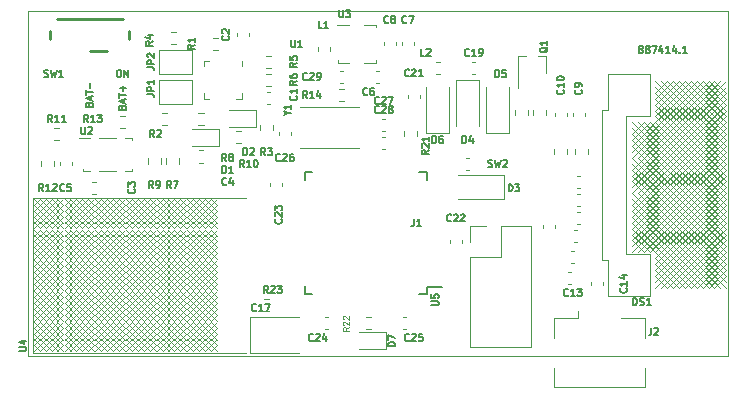
<source format=gbr>
%TF.GenerationSoftware,KiCad,Pcbnew,(5.1.9)-1*%
%TF.CreationDate,2021-02-10T20:51:50+02:00*%
%TF.ProjectId,RVP,5256502e-6b69-4636-9164-5f7063625858,rev?*%
%TF.SameCoordinates,Original*%
%TF.FileFunction,Legend,Top*%
%TF.FilePolarity,Positive*%
%FSLAX46Y46*%
G04 Gerber Fmt 4.6, Leading zero omitted, Abs format (unit mm)*
G04 Created by KiCad (PCBNEW (5.1.9)-1) date 2021-02-10 20:51:50*
%MOMM*%
%LPD*%
G01*
G04 APERTURE LIST*
%ADD10C,0.140000*%
%ADD11C,0.120000*%
%ADD12C,0.150000*%
%ADD13C,0.254000*%
G04 APERTURE END LIST*
D10*
X229172134Y-82251142D02*
X229257848Y-82279714D01*
X229286420Y-82308285D01*
X229314991Y-82365428D01*
X229314991Y-82451142D01*
X229286420Y-82508285D01*
X229257848Y-82536857D01*
X229200705Y-82565428D01*
X228972134Y-82565428D01*
X228972134Y-81965428D01*
X229172134Y-81965428D01*
X229229277Y-81994000D01*
X229257848Y-82022571D01*
X229286420Y-82079714D01*
X229286420Y-82136857D01*
X229257848Y-82194000D01*
X229229277Y-82222571D01*
X229172134Y-82251142D01*
X228972134Y-82251142D01*
X229657848Y-82222571D02*
X229600705Y-82194000D01*
X229572134Y-82165428D01*
X229543562Y-82108285D01*
X229543562Y-82079714D01*
X229572134Y-82022571D01*
X229600705Y-81994000D01*
X229657848Y-81965428D01*
X229772134Y-81965428D01*
X229829277Y-81994000D01*
X229857848Y-82022571D01*
X229886420Y-82079714D01*
X229886420Y-82108285D01*
X229857848Y-82165428D01*
X229829277Y-82194000D01*
X229772134Y-82222571D01*
X229657848Y-82222571D01*
X229600705Y-82251142D01*
X229572134Y-82279714D01*
X229543562Y-82336857D01*
X229543562Y-82451142D01*
X229572134Y-82508285D01*
X229600705Y-82536857D01*
X229657848Y-82565428D01*
X229772134Y-82565428D01*
X229829277Y-82536857D01*
X229857848Y-82508285D01*
X229886420Y-82451142D01*
X229886420Y-82336857D01*
X229857848Y-82279714D01*
X229829277Y-82251142D01*
X229772134Y-82222571D01*
X230086420Y-81965428D02*
X230486420Y-81965428D01*
X230229277Y-82565428D01*
X230972134Y-82165428D02*
X230972134Y-82565428D01*
X230829277Y-81936857D02*
X230686420Y-82365428D01*
X231057848Y-82365428D01*
X231600705Y-82565428D02*
X231257848Y-82565428D01*
X231429277Y-82565428D02*
X231429277Y-81965428D01*
X231372134Y-82051142D01*
X231314991Y-82108285D01*
X231257848Y-82136857D01*
X232114991Y-82165428D02*
X232114991Y-82565428D01*
X231972134Y-81936857D02*
X231829277Y-82365428D01*
X232200705Y-82365428D01*
X232429277Y-82508285D02*
X232457848Y-82536857D01*
X232429277Y-82565428D01*
X232400705Y-82536857D01*
X232429277Y-82508285D01*
X232429277Y-82565428D01*
X233029277Y-82565428D02*
X232686420Y-82565428D01*
X232857848Y-82565428D02*
X232857848Y-81965428D01*
X232800705Y-82051142D01*
X232743562Y-82108285D01*
X232686420Y-82136857D01*
X184894991Y-83997428D02*
X185009277Y-83997428D01*
X185066420Y-84026000D01*
X185123562Y-84083142D01*
X185152134Y-84197428D01*
X185152134Y-84397428D01*
X185123562Y-84511714D01*
X185066420Y-84568857D01*
X185009277Y-84597428D01*
X184894991Y-84597428D01*
X184837848Y-84568857D01*
X184780705Y-84511714D01*
X184752134Y-84397428D01*
X184752134Y-84197428D01*
X184780705Y-84083142D01*
X184837848Y-84026000D01*
X184894991Y-83997428D01*
X185409277Y-84597428D02*
X185409277Y-83997428D01*
X185752134Y-84597428D01*
X185752134Y-83997428D01*
X182429562Y-86918285D02*
X182458134Y-86832571D01*
X182486705Y-86804000D01*
X182543848Y-86775428D01*
X182629562Y-86775428D01*
X182686705Y-86804000D01*
X182715277Y-86832571D01*
X182743848Y-86889714D01*
X182743848Y-87118285D01*
X182143848Y-87118285D01*
X182143848Y-86918285D01*
X182172420Y-86861142D01*
X182200991Y-86832571D01*
X182258134Y-86804000D01*
X182315277Y-86804000D01*
X182372420Y-86832571D01*
X182400991Y-86861142D01*
X182429562Y-86918285D01*
X182429562Y-87118285D01*
X182572420Y-86546857D02*
X182572420Y-86261142D01*
X182743848Y-86604000D02*
X182143848Y-86404000D01*
X182743848Y-86204000D01*
X182143848Y-86089714D02*
X182143848Y-85746857D01*
X182743848Y-85918285D02*
X182143848Y-85918285D01*
X182515277Y-85546857D02*
X182515277Y-85089714D01*
X185223562Y-87172285D02*
X185252134Y-87086571D01*
X185280705Y-87058000D01*
X185337848Y-87029428D01*
X185423562Y-87029428D01*
X185480705Y-87058000D01*
X185509277Y-87086571D01*
X185537848Y-87143714D01*
X185537848Y-87372285D01*
X184937848Y-87372285D01*
X184937848Y-87172285D01*
X184966420Y-87115142D01*
X184994991Y-87086571D01*
X185052134Y-87058000D01*
X185109277Y-87058000D01*
X185166420Y-87086571D01*
X185194991Y-87115142D01*
X185223562Y-87172285D01*
X185223562Y-87372285D01*
X185366420Y-86800857D02*
X185366420Y-86515142D01*
X185537848Y-86858000D02*
X184937848Y-86658000D01*
X185537848Y-86458000D01*
X184937848Y-86343714D02*
X184937848Y-86000857D01*
X185537848Y-86172285D02*
X184937848Y-86172285D01*
X185309277Y-85800857D02*
X185309277Y-85343714D01*
X185537848Y-85572285D02*
X185080705Y-85572285D01*
D11*
%TO.C,D3*%
X217590020Y-94927200D02*
X213690020Y-94927200D01*
X217590020Y-92927200D02*
X213690020Y-92927200D01*
X217590020Y-94927200D02*
X217590020Y-92927200D01*
%TO.C,R23*%
X197221162Y-103361500D02*
X197695678Y-103361500D01*
X197221162Y-104406500D02*
X197695678Y-104406500D01*
%TO.C,C12*%
X223761000Y-97532000D02*
X223479840Y-97532000D01*
X223761000Y-98552000D02*
X223479840Y-98552000D01*
D12*
%TO.C,U5*%
X211015420Y-102388000D02*
X212290420Y-102388000D01*
X200665420Y-102963000D02*
X201340420Y-102963000D01*
X200665420Y-92613000D02*
X201340420Y-92613000D01*
X211015420Y-92613000D02*
X210340420Y-92613000D01*
X211015420Y-102963000D02*
X210340420Y-102963000D01*
X211015420Y-92613000D02*
X211015420Y-93288000D01*
X200665420Y-92613000D02*
X200665420Y-93288000D01*
X200665420Y-102963000D02*
X200665420Y-102288000D01*
X211015420Y-102963000D02*
X211015420Y-102388000D01*
D11*
%TO.C,R20*%
X223605920Y-90692742D02*
X223605920Y-91167258D01*
X224650920Y-90692742D02*
X224650920Y-91167258D01*
%TO.C,C13*%
X223507000Y-99310000D02*
X223225840Y-99310000D01*
X223507000Y-100330000D02*
X223225840Y-100330000D01*
%TO.C,C18*%
X223253000Y-101088000D02*
X222971840Y-101088000D01*
X223253000Y-102108000D02*
X222971840Y-102108000D01*
%TO.C,C29*%
X203667840Y-84070000D02*
X203949000Y-84070000D01*
X203667840Y-85090000D02*
X203949000Y-85090000D01*
%TO.C,C28*%
X207505000Y-90678000D02*
X207223840Y-90678000D01*
X207505000Y-89658000D02*
X207223840Y-89658000D01*
D13*
%TO.C,SW1*%
X185272420Y-79674000D02*
X179672420Y-79674000D01*
X182472420Y-82374000D02*
X183922420Y-82374000D01*
X185822420Y-81374000D02*
X185822420Y-80674000D01*
X179122420Y-80674000D02*
X179122420Y-81374000D01*
D11*
%TO.C,U2*%
X186096420Y-89784000D02*
X186096420Y-89934000D01*
X181896420Y-92584000D02*
X181896420Y-92434000D01*
X182496420Y-92584000D02*
X181896420Y-92584000D01*
X184696420Y-89784000D02*
X183296420Y-89784000D01*
X184696420Y-92584000D02*
X183296420Y-92584000D01*
X185496420Y-89784000D02*
X186096420Y-89784000D01*
X186096420Y-92584000D02*
X185496420Y-92584000D01*
X182495719Y-89786607D02*
X181595719Y-89786607D01*
X186096420Y-92584000D02*
X186096420Y-92434000D01*
%TO.C,C27*%
X207505000Y-88134000D02*
X207223840Y-88134000D01*
X207505000Y-89154000D02*
X207223840Y-89154000D01*
%TO.C,C26*%
X198472420Y-89265420D02*
X198472420Y-89546580D01*
X199492420Y-89265420D02*
X199492420Y-89546580D01*
%TO.C,Y1*%
X200292420Y-90608000D02*
X205292420Y-90608000D01*
X200292420Y-87188000D02*
X205292420Y-87188000D01*
%TO.C,J2*%
X223852420Y-105018000D02*
X223852420Y-104428000D01*
X229512420Y-110838000D02*
X229512420Y-109228000D01*
X221792420Y-110838000D02*
X229512420Y-110838000D01*
X221792420Y-106728000D02*
X221792420Y-105018000D01*
X221792420Y-105018000D02*
X223852420Y-105018000D01*
X229512420Y-106728000D02*
X229512420Y-105018000D01*
X229512420Y-105018000D02*
X227452420Y-105018000D01*
X221792420Y-110838000D02*
X221792420Y-109228000D01*
%TO.C,R22*%
X206331678Y-104885500D02*
X205857162Y-104885500D01*
X206331678Y-105930500D02*
X205857162Y-105930500D01*
%TO.C,D7*%
X207579420Y-106197000D02*
X205294420Y-106197000D01*
X207579420Y-107667000D02*
X207579420Y-106197000D01*
X205294420Y-107667000D02*
X207579420Y-107667000D01*
%TO.C,C17*%
X196014420Y-107934000D02*
X200224420Y-107934000D01*
X196014420Y-104914000D02*
X196014420Y-107934000D01*
X200224420Y-104914000D02*
X196014420Y-104914000D01*
%TO.C,SW2*%
X214617000Y-91436000D02*
X214335840Y-91436000D01*
X214617000Y-92456000D02*
X214335840Y-92456000D01*
%TO.C,U4*%
X191748420Y-102132000D02*
X192256420Y-101624000D01*
X192248420Y-102632000D02*
X192756420Y-102124000D01*
X192748420Y-102132000D02*
X193256420Y-101624000D01*
X191256420Y-95932000D02*
X190748420Y-95424000D01*
X193256420Y-100032000D02*
X192748420Y-99524000D01*
X191248420Y-102132000D02*
X191756420Y-101624000D01*
X191748420Y-101632000D02*
X192256420Y-101124000D01*
X192756420Y-100032000D02*
X192248420Y-99524000D01*
X192248420Y-98532000D02*
X192756420Y-98024000D01*
X191248420Y-99532000D02*
X191756420Y-99024000D01*
X191256420Y-99032000D02*
X190748420Y-98524000D01*
X191756420Y-99032000D02*
X191248420Y-98524000D01*
X192756420Y-99032000D02*
X192248420Y-98524000D01*
X192756420Y-100632000D02*
X192248420Y-100124000D01*
X193256420Y-99032000D02*
X192748420Y-98524000D01*
X191756420Y-102132000D02*
X191248420Y-101624000D01*
X191756420Y-101632000D02*
X191248420Y-101124000D01*
X191756420Y-98032000D02*
X191248420Y-97524000D01*
X192748420Y-98532000D02*
X193256420Y-98024000D01*
X192748420Y-101132000D02*
X193256420Y-100624000D01*
X192748420Y-102632000D02*
X193256420Y-102124000D01*
X191748420Y-101132000D02*
X192256420Y-100624000D01*
X192748420Y-106832000D02*
X193256420Y-106324000D01*
X191756420Y-101132000D02*
X191248420Y-100624000D01*
X192248420Y-101632000D02*
X192756420Y-101124000D01*
X192248420Y-106332000D02*
X192756420Y-105824000D01*
X191248420Y-101132000D02*
X191756420Y-100624000D01*
X191256420Y-101632000D02*
X190748420Y-101124000D01*
X191256420Y-101132000D02*
X190748420Y-100624000D01*
X191248420Y-100632000D02*
X191756420Y-100124000D01*
X192756420Y-102132000D02*
X192248420Y-101624000D01*
X190748420Y-104232000D02*
X191256420Y-103724000D01*
X191248420Y-103232000D02*
X191756420Y-102724000D01*
X193256420Y-98032000D02*
X192748420Y-97524000D01*
X190748420Y-101632000D02*
X191256420Y-101124000D01*
X192256420Y-104732000D02*
X191748420Y-104224000D01*
X191748420Y-100632000D02*
X192256420Y-100124000D01*
X192748420Y-103732000D02*
X193256420Y-103224000D01*
X191748420Y-102632000D02*
X192256420Y-102124000D01*
X191248420Y-101632000D02*
X191756420Y-101124000D01*
X192748420Y-104232000D02*
X193256420Y-103724000D01*
X193256420Y-100632000D02*
X192748420Y-100124000D01*
X192756420Y-105232000D02*
X192248420Y-104724000D01*
X191748420Y-104232000D02*
X192256420Y-103724000D01*
X191756420Y-102632000D02*
X191248420Y-102124000D01*
X191248420Y-103732000D02*
X191756420Y-103224000D01*
X192748420Y-101632000D02*
X193256420Y-101124000D01*
X191256420Y-100632000D02*
X190748420Y-100124000D01*
X192748420Y-100632000D02*
X193256420Y-100124000D01*
X192756420Y-101632000D02*
X192248420Y-101124000D01*
X193256420Y-101632000D02*
X192748420Y-101124000D01*
X192256420Y-102132000D02*
X191748420Y-101624000D01*
X193256420Y-102132000D02*
X192748420Y-101624000D01*
X192756420Y-101132000D02*
X192248420Y-100624000D01*
X193256420Y-106832000D02*
X192748420Y-106324000D01*
X192756420Y-104232000D02*
X192248420Y-103724000D01*
X191256420Y-104732000D02*
X190748420Y-104224000D01*
X190748420Y-101132000D02*
X191256420Y-100624000D01*
X191256420Y-103232000D02*
X190748420Y-102724000D01*
X191248420Y-104732000D02*
X191756420Y-104224000D01*
X190748420Y-104732000D02*
X191256420Y-104224000D01*
X192256420Y-101132000D02*
X191748420Y-100624000D01*
X191756420Y-104232000D02*
X191248420Y-103724000D01*
X191748420Y-103732000D02*
X192256420Y-103224000D01*
X192248420Y-103232000D02*
X192756420Y-102724000D01*
X193256420Y-101132000D02*
X192748420Y-100624000D01*
X190748420Y-103732000D02*
X191256420Y-103224000D01*
X192748420Y-105232000D02*
X193256420Y-104724000D01*
X190748420Y-102132000D02*
X191256420Y-101624000D01*
X192248420Y-100632000D02*
X192756420Y-100124000D01*
X190748420Y-100032000D02*
X191256420Y-99524000D01*
X191248420Y-105232000D02*
X191756420Y-104724000D01*
X192756420Y-102632000D02*
X192248420Y-102124000D01*
X192248420Y-101132000D02*
X192756420Y-100624000D01*
X191756420Y-100632000D02*
X191248420Y-100124000D01*
X191256420Y-102632000D02*
X190748420Y-102124000D01*
X193256420Y-104232000D02*
X192748420Y-103724000D01*
X192256420Y-102632000D02*
X191748420Y-102124000D01*
X190748420Y-100632000D02*
X191256420Y-100124000D01*
X192256420Y-104232000D02*
X191748420Y-103724000D01*
X192248420Y-102132000D02*
X192756420Y-101624000D01*
X193256420Y-103732000D02*
X192748420Y-103224000D01*
X192256420Y-103232000D02*
X191748420Y-102724000D01*
X192748420Y-104732000D02*
X193256420Y-104224000D01*
X192248420Y-105232000D02*
X192756420Y-104724000D01*
X190748420Y-103232000D02*
X191256420Y-102724000D01*
X192248420Y-107332000D02*
X192756420Y-106824000D01*
X191748420Y-105832000D02*
X192256420Y-105324000D01*
X192756420Y-104732000D02*
X192248420Y-104224000D01*
X191748420Y-107832000D02*
X192256420Y-107324000D01*
X190656420Y-95432000D02*
X190148420Y-94924000D01*
X191256420Y-107832000D02*
X190748420Y-107324000D01*
X192256420Y-106332000D02*
X191748420Y-105824000D01*
X193256420Y-102632000D02*
X192748420Y-102124000D01*
X192248420Y-104732000D02*
X192756420Y-104224000D01*
X192248420Y-104232000D02*
X192756420Y-103724000D01*
X191756420Y-104732000D02*
X191248420Y-104224000D01*
X189656420Y-96932000D02*
X189148420Y-96424000D01*
X190656420Y-96932000D02*
X190148420Y-96424000D01*
X190748420Y-107332000D02*
X191256420Y-106824000D01*
X192256420Y-101632000D02*
X191748420Y-101124000D01*
X191256420Y-102132000D02*
X190748420Y-101624000D01*
X191748420Y-104732000D02*
X192256420Y-104224000D01*
X190748420Y-102632000D02*
X191256420Y-102124000D01*
X191748420Y-105232000D02*
X192256420Y-104724000D01*
X192256420Y-103732000D02*
X191748420Y-103224000D01*
X190148420Y-95932000D02*
X190656420Y-95424000D01*
X189648420Y-95932000D02*
X190156420Y-95424000D01*
X191256420Y-104232000D02*
X190748420Y-103724000D01*
X192756420Y-103732000D02*
X192248420Y-103224000D01*
X191756420Y-103732000D02*
X191248420Y-103224000D01*
X191256420Y-103732000D02*
X190748420Y-103224000D01*
X191748420Y-103232000D02*
X192256420Y-102724000D01*
X189156420Y-96932000D02*
X188648420Y-96424000D01*
X192256420Y-105232000D02*
X191748420Y-104724000D01*
X192756420Y-103232000D02*
X192248420Y-102724000D01*
X193256420Y-103232000D02*
X192748420Y-102724000D01*
X192248420Y-103732000D02*
X192756420Y-103224000D01*
X190748420Y-106332000D02*
X191256420Y-105824000D01*
X192248420Y-105832000D02*
X192756420Y-105324000D01*
X189656420Y-96432000D02*
X189148420Y-95924000D01*
X191756420Y-105232000D02*
X191248420Y-104724000D01*
X191248420Y-104232000D02*
X191756420Y-103724000D01*
X192256420Y-100632000D02*
X191748420Y-100124000D01*
X191256420Y-106832000D02*
X190748420Y-106324000D01*
X192748420Y-103232000D02*
X193256420Y-102724000D01*
X191748420Y-106832000D02*
X192256420Y-106324000D01*
X188648420Y-97432000D02*
X189156420Y-96924000D01*
X191748420Y-107332000D02*
X192256420Y-106824000D01*
X191756420Y-106332000D02*
X191248420Y-105824000D01*
X191256420Y-106332000D02*
X190748420Y-105824000D01*
X189148420Y-97432000D02*
X189656420Y-96924000D01*
X191248420Y-102632000D02*
X191756420Y-102124000D01*
X190748420Y-107832000D02*
X191256420Y-107324000D01*
X189648420Y-97432000D02*
X190156420Y-96924000D01*
X190156420Y-97432000D02*
X189648420Y-96924000D01*
X190156420Y-95432000D02*
X189648420Y-94924000D01*
X190748420Y-105232000D02*
X191256420Y-104724000D01*
X191756420Y-103232000D02*
X191248420Y-102724000D01*
X190156420Y-96932000D02*
X189648420Y-96424000D01*
X190748420Y-106832000D02*
X191256420Y-106324000D01*
X192248420Y-106832000D02*
X192756420Y-106324000D01*
X191256420Y-105232000D02*
X190748420Y-104724000D01*
X193256420Y-104732000D02*
X192748420Y-104224000D01*
X191756420Y-106832000D02*
X191248420Y-106324000D01*
X191248420Y-105832000D02*
X191756420Y-105324000D01*
X193256420Y-107832000D02*
X192748420Y-107324000D01*
X190148420Y-97432000D02*
X190656420Y-96924000D01*
X193256420Y-105232000D02*
X192748420Y-104724000D01*
X188648420Y-98032000D02*
X189156420Y-97524000D01*
X188648420Y-95932000D02*
X189156420Y-95424000D01*
X188648420Y-98532000D02*
X189156420Y-98024000D01*
X189148420Y-96932000D02*
X189656420Y-96424000D01*
X189156420Y-95932000D02*
X188648420Y-95424000D01*
X188148420Y-97432000D02*
X188656420Y-96924000D01*
X189156420Y-100032000D02*
X188648420Y-99524000D01*
X190656420Y-96432000D02*
X190148420Y-95924000D01*
X190156420Y-96432000D02*
X189648420Y-95924000D01*
X190156420Y-100032000D02*
X189648420Y-99524000D01*
X190656420Y-99032000D02*
X190148420Y-98524000D01*
X190656420Y-98032000D02*
X190148420Y-97524000D01*
X190156420Y-95932000D02*
X189648420Y-95424000D01*
X189148420Y-100032000D02*
X189656420Y-99524000D01*
X191256420Y-105832000D02*
X190748420Y-105324000D01*
X191756420Y-105832000D02*
X191248420Y-105324000D01*
X189148420Y-95432000D02*
X189656420Y-94924000D01*
X188656420Y-95432000D02*
X188148420Y-94924000D01*
X189648420Y-100032000D02*
X190156420Y-99524000D01*
X191748420Y-106332000D02*
X192256420Y-105824000D01*
X188148420Y-95932000D02*
X188656420Y-95424000D01*
X193256420Y-106332000D02*
X192748420Y-105824000D01*
X190156420Y-99032000D02*
X189648420Y-98524000D01*
X191248420Y-106332000D02*
X191756420Y-105824000D01*
X191248420Y-107832000D02*
X191756420Y-107324000D01*
X191756420Y-107832000D02*
X191248420Y-107324000D01*
X190148420Y-96932000D02*
X190656420Y-96424000D01*
X192748420Y-107332000D02*
X193256420Y-106824000D01*
X188648420Y-96932000D02*
X189156420Y-96424000D01*
X190748420Y-105832000D02*
X191256420Y-105324000D01*
X189656420Y-97432000D02*
X189148420Y-96924000D01*
X192756420Y-107832000D02*
X192248420Y-107324000D01*
X192256420Y-105832000D02*
X191748420Y-105324000D01*
X189656420Y-98032000D02*
X189148420Y-97524000D01*
X191256420Y-107332000D02*
X190748420Y-106824000D01*
X189648420Y-98032000D02*
X190156420Y-97524000D01*
X189148420Y-95932000D02*
X189656420Y-95424000D01*
X189656420Y-100032000D02*
X189148420Y-99524000D01*
X189656420Y-95432000D02*
X189148420Y-94924000D01*
X190656420Y-99532000D02*
X190148420Y-99024000D01*
X190148420Y-98532000D02*
X190656420Y-98024000D01*
X190148420Y-99032000D02*
X190656420Y-98524000D01*
X190148420Y-100032000D02*
X190656420Y-99524000D01*
X188656420Y-96432000D02*
X188148420Y-95924000D01*
X190148420Y-95432000D02*
X190656420Y-94924000D01*
X188148420Y-95432000D02*
X188656420Y-94924000D01*
X189648420Y-95432000D02*
X190156420Y-94924000D01*
X190148420Y-99532000D02*
X190656420Y-99024000D01*
X188648420Y-100032000D02*
X189156420Y-99524000D01*
X189156420Y-99532000D02*
X188648420Y-99024000D01*
X189656420Y-95932000D02*
X189148420Y-95424000D01*
X190156420Y-98532000D02*
X189648420Y-98024000D01*
X190148420Y-98032000D02*
X190656420Y-97524000D01*
X189156420Y-97432000D02*
X188648420Y-96924000D01*
X191248420Y-107332000D02*
X191756420Y-106824000D01*
X188656420Y-96932000D02*
X188148420Y-96424000D01*
X188656420Y-95932000D02*
X188148420Y-95424000D01*
X190156420Y-99532000D02*
X189648420Y-99024000D01*
X188148420Y-96432000D02*
X188656420Y-95924000D01*
X189156420Y-96432000D02*
X188648420Y-95924000D01*
X193256420Y-107332000D02*
X192748420Y-106824000D01*
X188648420Y-96432000D02*
X189156420Y-95924000D01*
X190656420Y-97432000D02*
X190148420Y-96924000D01*
X189656420Y-99532000D02*
X189148420Y-99024000D01*
X189656420Y-102632000D02*
X189148420Y-102124000D01*
X190656420Y-101632000D02*
X190148420Y-101124000D01*
X188656420Y-99032000D02*
X188148420Y-98524000D01*
X189148420Y-102132000D02*
X189656420Y-101624000D01*
X188656420Y-102632000D02*
X188148420Y-102124000D01*
X189156420Y-95432000D02*
X188648420Y-94924000D01*
X188656420Y-102132000D02*
X188148420Y-101624000D01*
X188148420Y-96932000D02*
X188656420Y-96424000D01*
X188656420Y-99532000D02*
X188148420Y-99024000D01*
X188148420Y-101632000D02*
X188656420Y-101124000D01*
X189648420Y-98532000D02*
X190156420Y-98024000D01*
X189148420Y-98532000D02*
X189656420Y-98024000D01*
X190656420Y-95932000D02*
X190148420Y-95424000D01*
X188648420Y-99532000D02*
X189156420Y-99024000D01*
X189656420Y-98532000D02*
X189148420Y-98024000D01*
X190656420Y-102632000D02*
X190148420Y-102124000D01*
X189148420Y-102632000D02*
X189656420Y-102124000D01*
X189648420Y-96932000D02*
X190156420Y-96424000D01*
X190156420Y-102132000D02*
X189648420Y-101624000D01*
X190148420Y-101132000D02*
X190656420Y-100624000D01*
X189148420Y-96432000D02*
X189656420Y-95924000D01*
X188148420Y-98032000D02*
X188656420Y-97524000D01*
X189648420Y-102632000D02*
X190156420Y-102124000D01*
X189656420Y-99032000D02*
X189148420Y-98524000D01*
X190156420Y-101632000D02*
X189648420Y-101124000D01*
X188656420Y-98032000D02*
X188148420Y-97524000D01*
X188648420Y-101132000D02*
X189156420Y-100624000D01*
X190156420Y-102632000D02*
X189648420Y-102124000D01*
X188648420Y-102632000D02*
X189156420Y-102124000D01*
X190156420Y-100632000D02*
X189648420Y-100124000D01*
X190148420Y-101632000D02*
X190656420Y-101124000D01*
X189648420Y-100632000D02*
X190156420Y-100124000D01*
X188656420Y-98532000D02*
X188148420Y-98024000D01*
X188148420Y-100032000D02*
X188656420Y-99524000D01*
X189148420Y-98032000D02*
X189656420Y-97524000D01*
X189148420Y-101132000D02*
X189656420Y-100624000D01*
X189148420Y-99032000D02*
X189656420Y-98524000D01*
X189148420Y-101632000D02*
X189656420Y-101124000D01*
X188148420Y-98532000D02*
X188656420Y-98024000D01*
X189648420Y-102132000D02*
X190156420Y-101624000D01*
X188148420Y-99032000D02*
X188656420Y-98524000D01*
X189156420Y-102132000D02*
X188648420Y-101624000D01*
X188148420Y-102632000D02*
X188656420Y-102124000D01*
X189656420Y-102132000D02*
X189148420Y-101624000D01*
X189156420Y-99032000D02*
X188648420Y-98524000D01*
X189156420Y-102632000D02*
X188648420Y-102124000D01*
X190656420Y-102132000D02*
X190148420Y-101624000D01*
X189156420Y-101132000D02*
X188648420Y-100624000D01*
X188656420Y-97432000D02*
X188148420Y-96924000D01*
X188648420Y-99032000D02*
X189156420Y-98524000D01*
X189656420Y-101132000D02*
X189148420Y-100624000D01*
X189648420Y-96432000D02*
X190156420Y-95924000D01*
X190156420Y-98032000D02*
X189648420Y-97524000D01*
X188648420Y-95432000D02*
X189156420Y-94924000D01*
X189156420Y-98532000D02*
X188648420Y-98024000D01*
X189148420Y-100632000D02*
X189656420Y-100124000D01*
X188148420Y-102132000D02*
X188656420Y-101624000D01*
X190148420Y-102632000D02*
X190656420Y-102124000D01*
X188656420Y-100032000D02*
X188148420Y-99524000D01*
X190148420Y-96432000D02*
X190656420Y-95924000D01*
X188648420Y-101632000D02*
X189156420Y-101124000D01*
X188656420Y-101632000D02*
X188148420Y-101124000D01*
X188656420Y-100632000D02*
X188148420Y-100124000D01*
X188656420Y-101132000D02*
X188148420Y-100624000D01*
X192748420Y-105832000D02*
X193256420Y-105324000D01*
X190148420Y-105832000D02*
X190656420Y-105324000D01*
X189148420Y-99532000D02*
X189656420Y-99024000D01*
X188148420Y-101132000D02*
X188656420Y-100624000D01*
X188648420Y-100632000D02*
X189156420Y-100124000D01*
X188148420Y-99532000D02*
X188656420Y-99024000D01*
X190656420Y-100032000D02*
X190148420Y-99524000D01*
X188148420Y-105832000D02*
X188656420Y-105324000D01*
X188648420Y-102132000D02*
X189156420Y-101624000D01*
X190656420Y-98532000D02*
X190148420Y-98024000D01*
X189656420Y-100632000D02*
X189148420Y-100124000D01*
X191756420Y-107332000D02*
X191248420Y-106824000D01*
X189648420Y-106332000D02*
X190156420Y-105824000D01*
X190656420Y-101132000D02*
X190148420Y-100624000D01*
X190656420Y-100632000D02*
X190148420Y-100124000D01*
X192248420Y-107832000D02*
X192756420Y-107324000D01*
X192748420Y-107832000D02*
X193256420Y-107324000D01*
X190148420Y-107332000D02*
X190656420Y-106824000D01*
X188648420Y-107832000D02*
X189156420Y-107324000D01*
X190148420Y-102132000D02*
X190656420Y-101624000D01*
X188148420Y-106332000D02*
X188656420Y-105824000D01*
X189156420Y-101632000D02*
X188648420Y-101124000D01*
X189648420Y-101132000D02*
X190156420Y-100624000D01*
X189648420Y-99032000D02*
X190156420Y-98524000D01*
X189656420Y-101632000D02*
X189148420Y-101124000D01*
X190156420Y-101132000D02*
X189648420Y-100624000D01*
X190156420Y-103732000D02*
X189648420Y-103224000D01*
X192256420Y-107332000D02*
X191748420Y-106824000D01*
X192756420Y-106832000D02*
X192248420Y-106324000D01*
X191248420Y-106832000D02*
X191756420Y-106324000D01*
X192756420Y-105832000D02*
X192248420Y-105324000D01*
X192256420Y-106832000D02*
X191748420Y-106324000D01*
X192756420Y-107332000D02*
X192248420Y-106824000D01*
X192256420Y-107832000D02*
X191748420Y-107324000D01*
X192756420Y-106332000D02*
X192248420Y-105824000D01*
X188148420Y-107832000D02*
X188656420Y-107324000D01*
X188148420Y-106832000D02*
X188656420Y-106324000D01*
X190148420Y-106832000D02*
X190656420Y-106324000D01*
X188648420Y-107332000D02*
X189156420Y-106824000D01*
X189648420Y-106832000D02*
X190156420Y-106324000D01*
X188648420Y-105832000D02*
X189156420Y-105324000D01*
X188648420Y-106332000D02*
X189156420Y-105824000D01*
X189156420Y-100632000D02*
X188648420Y-100124000D01*
X188148420Y-100632000D02*
X188656420Y-100124000D01*
X189156420Y-98032000D02*
X188648420Y-97524000D01*
X192748420Y-106332000D02*
X193256420Y-105824000D01*
X190148420Y-100632000D02*
X190656420Y-100124000D01*
X189648420Y-99532000D02*
X190156420Y-99024000D01*
X189648420Y-101632000D02*
X190156420Y-101124000D01*
X189648420Y-105832000D02*
X190156420Y-105324000D01*
X189148420Y-106832000D02*
X189656420Y-106324000D01*
X188656420Y-107332000D02*
X188148420Y-106824000D01*
X193256420Y-105832000D02*
X192748420Y-105324000D01*
X189648420Y-107332000D02*
X190156420Y-106824000D01*
X189148420Y-106332000D02*
X189656420Y-105824000D01*
X188648420Y-106832000D02*
X189156420Y-106324000D01*
X192748420Y-96932000D02*
X193256420Y-96424000D01*
X191756420Y-96932000D02*
X191248420Y-96424000D01*
X191756420Y-96432000D02*
X191248420Y-95924000D01*
X192256420Y-95432000D02*
X191748420Y-94924000D01*
X191748420Y-96932000D02*
X192256420Y-96424000D01*
X191248420Y-97432000D02*
X191756420Y-96924000D01*
X192756420Y-96932000D02*
X192248420Y-96424000D01*
X192256420Y-95932000D02*
X191748420Y-95424000D01*
X193256420Y-95932000D02*
X192748420Y-95424000D01*
X193256420Y-96932000D02*
X192748420Y-96424000D01*
X191748420Y-96432000D02*
X192256420Y-95924000D01*
X192248420Y-95432000D02*
X192756420Y-94924000D01*
X193256420Y-97432000D02*
X192748420Y-96924000D01*
X192748420Y-97432000D02*
X193256420Y-96924000D01*
X190748420Y-96432000D02*
X191256420Y-95924000D01*
X190748420Y-96932000D02*
X191256420Y-96424000D01*
X191748420Y-95432000D02*
X192256420Y-94924000D01*
X191256420Y-96932000D02*
X190748420Y-96424000D01*
X191248420Y-96932000D02*
X191756420Y-96424000D01*
X191256420Y-95432000D02*
X190748420Y-94924000D01*
X191256420Y-96432000D02*
X190748420Y-95924000D01*
X192248420Y-96432000D02*
X192756420Y-95924000D01*
X191248420Y-96432000D02*
X191756420Y-95924000D01*
X190748420Y-95932000D02*
X191256420Y-95424000D01*
X192248420Y-95932000D02*
X192756420Y-95424000D01*
X191248420Y-95432000D02*
X191756420Y-94924000D01*
X190748420Y-95432000D02*
X191256420Y-94924000D01*
X192248420Y-96932000D02*
X192756420Y-96424000D01*
X191756420Y-95932000D02*
X191248420Y-95424000D01*
X191256420Y-97432000D02*
X190748420Y-96924000D01*
X191248420Y-95932000D02*
X191756420Y-95424000D01*
X193256420Y-96432000D02*
X192748420Y-95924000D01*
X192256420Y-96932000D02*
X191748420Y-96424000D01*
X192748420Y-99032000D02*
X193256420Y-98524000D01*
X192248420Y-99032000D02*
X192756420Y-98524000D01*
X191256420Y-98532000D02*
X190748420Y-98024000D01*
X191756420Y-98532000D02*
X191248420Y-98024000D01*
X192748420Y-98032000D02*
X193256420Y-97524000D01*
X191748420Y-100032000D02*
X192256420Y-99524000D01*
X192748420Y-100032000D02*
X193256420Y-99524000D01*
X191248420Y-100032000D02*
X191756420Y-99524000D01*
X191748420Y-97432000D02*
X192256420Y-96924000D01*
X192748420Y-99532000D02*
X193256420Y-99024000D01*
X193256420Y-95432000D02*
X192748420Y-94924000D01*
X191756420Y-100032000D02*
X191248420Y-99524000D01*
X192748420Y-95932000D02*
X193256420Y-95424000D01*
X192248420Y-97432000D02*
X192756420Y-96924000D01*
X190748420Y-99032000D02*
X191256420Y-98524000D01*
X191748420Y-98532000D02*
X192256420Y-98024000D01*
X191756420Y-97432000D02*
X191248420Y-96924000D01*
X192248420Y-99532000D02*
X192756420Y-99024000D01*
X192756420Y-98032000D02*
X192248420Y-97524000D01*
X192256420Y-100032000D02*
X191748420Y-99524000D01*
X192748420Y-95432000D02*
X193256420Y-94924000D01*
X191756420Y-95432000D02*
X191248420Y-94924000D01*
X190748420Y-97432000D02*
X191256420Y-96924000D01*
X191748420Y-99532000D02*
X192256420Y-99024000D01*
X192756420Y-95432000D02*
X192248420Y-94924000D01*
X192248420Y-98032000D02*
X192756420Y-97524000D01*
X191748420Y-98032000D02*
X192256420Y-97524000D01*
X191748420Y-99032000D02*
X192256420Y-98524000D01*
X193256420Y-99532000D02*
X192748420Y-99024000D01*
X192256420Y-99532000D02*
X191748420Y-99024000D01*
X191248420Y-98032000D02*
X191756420Y-97524000D01*
X192256420Y-99032000D02*
X191748420Y-98524000D01*
X191256420Y-100032000D02*
X190748420Y-99524000D01*
X191248420Y-98532000D02*
X191756420Y-98024000D01*
X192756420Y-99532000D02*
X192248420Y-99024000D01*
X192256420Y-97432000D02*
X191748420Y-96924000D01*
X192756420Y-98532000D02*
X192248420Y-98024000D01*
X192756420Y-96432000D02*
X192248420Y-95924000D01*
X192756420Y-95932000D02*
X192248420Y-95424000D01*
X190748420Y-99532000D02*
X191256420Y-99024000D01*
X193256420Y-98532000D02*
X192748420Y-98024000D01*
X192248420Y-100032000D02*
X192756420Y-99524000D01*
X190748420Y-98032000D02*
X191256420Y-97524000D01*
X190748420Y-98532000D02*
X191256420Y-98024000D01*
X191256420Y-98032000D02*
X190748420Y-97524000D01*
X191248420Y-99032000D02*
X191756420Y-98524000D01*
X192256420Y-96432000D02*
X191748420Y-95924000D01*
X191748420Y-95932000D02*
X192256420Y-95424000D01*
X191256420Y-99532000D02*
X190748420Y-99024000D01*
X192256420Y-98532000D02*
X191748420Y-98024000D01*
X191756420Y-99532000D02*
X191248420Y-99024000D01*
X192256420Y-98032000D02*
X191748420Y-97524000D01*
X192748420Y-96432000D02*
X193256420Y-95924000D01*
X192756420Y-97432000D02*
X192248420Y-96924000D01*
X190148420Y-106332000D02*
X190656420Y-105824000D01*
X189648420Y-107832000D02*
X190156420Y-107324000D01*
X188148420Y-105232000D02*
X188656420Y-104724000D01*
X188656420Y-103232000D02*
X188148420Y-102724000D01*
X188656420Y-104732000D02*
X188148420Y-104224000D01*
X190656420Y-106332000D02*
X190148420Y-105824000D01*
X189656420Y-106332000D02*
X189148420Y-105824000D01*
X190156420Y-104732000D02*
X189648420Y-104224000D01*
X189148420Y-104232000D02*
X189656420Y-103724000D01*
X190156420Y-105832000D02*
X189648420Y-105324000D01*
X189648420Y-103732000D02*
X190156420Y-103224000D01*
X189156420Y-107832000D02*
X188648420Y-107324000D01*
X189656420Y-105232000D02*
X189148420Y-104724000D01*
X188148420Y-104732000D02*
X188656420Y-104224000D01*
X189656420Y-103732000D02*
X189148420Y-103224000D01*
X190656420Y-103232000D02*
X190148420Y-102724000D01*
X189156420Y-103732000D02*
X188648420Y-103224000D01*
X189156420Y-107332000D02*
X188648420Y-106824000D01*
X189648420Y-104232000D02*
X190156420Y-103724000D01*
X189656420Y-104732000D02*
X189148420Y-104224000D01*
X189156420Y-105232000D02*
X188648420Y-104724000D01*
X189648420Y-104732000D02*
X190156420Y-104224000D01*
X189156420Y-104732000D02*
X188648420Y-104224000D01*
X190656420Y-103732000D02*
X190148420Y-103224000D01*
X189148420Y-107832000D02*
X189656420Y-107324000D01*
X190656420Y-107332000D02*
X190148420Y-106824000D01*
X188148420Y-103232000D02*
X188656420Y-102724000D01*
X190148420Y-103232000D02*
X190656420Y-102724000D01*
X189156420Y-103232000D02*
X188648420Y-102724000D01*
X190156420Y-107332000D02*
X189648420Y-106824000D01*
X188648420Y-103232000D02*
X189156420Y-102724000D01*
X188656420Y-104232000D02*
X188148420Y-103724000D01*
X190148420Y-104732000D02*
X190656420Y-104224000D01*
X188148420Y-104232000D02*
X188656420Y-103724000D01*
X189156420Y-104232000D02*
X188648420Y-103724000D01*
X190156420Y-106332000D02*
X189648420Y-105824000D01*
X190656420Y-105232000D02*
X190148420Y-104724000D01*
X189656420Y-107332000D02*
X189148420Y-106824000D01*
X189656420Y-105832000D02*
X189148420Y-105324000D01*
X188148420Y-103732000D02*
X188656420Y-103224000D01*
X190156420Y-103232000D02*
X189648420Y-102724000D01*
X188656420Y-105832000D02*
X188148420Y-105324000D01*
X190656420Y-104732000D02*
X190148420Y-104224000D01*
X190148420Y-105232000D02*
X190656420Y-104724000D01*
X190156420Y-105232000D02*
X189648420Y-104724000D01*
X189148420Y-104732000D02*
X189656420Y-104224000D01*
X188648420Y-105232000D02*
X189156420Y-104724000D01*
X188656420Y-105232000D02*
X188148420Y-104724000D01*
X189656420Y-103232000D02*
X189148420Y-102724000D01*
X189648420Y-103232000D02*
X190156420Y-102724000D01*
X188648420Y-104732000D02*
X189156420Y-104224000D01*
X190156420Y-106832000D02*
X189648420Y-106324000D01*
X190148420Y-104232000D02*
X190656420Y-103724000D01*
X189148420Y-105232000D02*
X189656420Y-104724000D01*
X188656420Y-103732000D02*
X188148420Y-103224000D01*
X190656420Y-104232000D02*
X190148420Y-103724000D01*
X189648420Y-105232000D02*
X190156420Y-104724000D01*
X190148420Y-103732000D02*
X190656420Y-103224000D01*
X188656420Y-106832000D02*
X188148420Y-106324000D01*
X190148420Y-107832000D02*
X190656420Y-107324000D01*
X190156420Y-104232000D02*
X189648420Y-103724000D01*
X188648420Y-103732000D02*
X189156420Y-103224000D01*
X190656420Y-105832000D02*
X190148420Y-105324000D01*
X189656420Y-104232000D02*
X189148420Y-103724000D01*
X188656420Y-106332000D02*
X188148420Y-105824000D01*
X189148420Y-107332000D02*
X189656420Y-106824000D01*
X190656420Y-107832000D02*
X190148420Y-107324000D01*
X189656420Y-107832000D02*
X189148420Y-107324000D01*
X188148420Y-107332000D02*
X188656420Y-106824000D01*
X189656420Y-106832000D02*
X189148420Y-106324000D01*
X189148420Y-103732000D02*
X189656420Y-103224000D01*
X189156420Y-106832000D02*
X188648420Y-106324000D01*
X189156420Y-105832000D02*
X188648420Y-105324000D01*
X189148420Y-105832000D02*
X189656420Y-105324000D01*
X189148420Y-103232000D02*
X189656420Y-102724000D01*
X188648420Y-104232000D02*
X189156420Y-103724000D01*
X190156420Y-107832000D02*
X189648420Y-107324000D01*
X189156420Y-106332000D02*
X188648420Y-105824000D01*
X190656420Y-106832000D02*
X190148420Y-106324000D01*
X188656420Y-107832000D02*
X188148420Y-107324000D01*
X186048420Y-96932000D02*
X186556420Y-96424000D01*
X188056420Y-97432000D02*
X187548420Y-96924000D01*
X185548420Y-96432000D02*
X186056420Y-95924000D01*
X185548420Y-95932000D02*
X186056420Y-95424000D01*
X187056420Y-95932000D02*
X186548420Y-95424000D01*
X188056420Y-95932000D02*
X187548420Y-95424000D01*
X186548420Y-95432000D02*
X187056420Y-94924000D01*
X188056420Y-96932000D02*
X187548420Y-96424000D01*
X185548420Y-96932000D02*
X186056420Y-96424000D01*
X187048420Y-95932000D02*
X187556420Y-95424000D01*
X185548420Y-95432000D02*
X186056420Y-94924000D01*
X186056420Y-95432000D02*
X185548420Y-94924000D01*
X187548420Y-96932000D02*
X188056420Y-96424000D01*
X186556420Y-96432000D02*
X186048420Y-95924000D01*
X186056420Y-97432000D02*
X185548420Y-96924000D01*
X186556420Y-95932000D02*
X186048420Y-95424000D01*
X186548420Y-96932000D02*
X187056420Y-96424000D01*
X187056420Y-95432000D02*
X186548420Y-94924000D01*
X186548420Y-96432000D02*
X187056420Y-95924000D01*
X187556420Y-96932000D02*
X187048420Y-96424000D01*
X186056420Y-96432000D02*
X185548420Y-95924000D01*
X186556420Y-96932000D02*
X186048420Y-96424000D01*
X187548420Y-97432000D02*
X188056420Y-96924000D01*
X188056420Y-96432000D02*
X187548420Y-95924000D01*
X187048420Y-95432000D02*
X187556420Y-94924000D01*
X186048420Y-97432000D02*
X186556420Y-96924000D01*
X186048420Y-95932000D02*
X186556420Y-95424000D01*
X187048420Y-96932000D02*
X187556420Y-96424000D01*
X186056420Y-96932000D02*
X185548420Y-96424000D01*
X187048420Y-96432000D02*
X187556420Y-95924000D01*
X186048420Y-95432000D02*
X186556420Y-94924000D01*
X186048420Y-96432000D02*
X186556420Y-95924000D01*
X187056420Y-96432000D02*
X186548420Y-95924000D01*
X186548420Y-95932000D02*
X187056420Y-95424000D01*
X186556420Y-98532000D02*
X186048420Y-98024000D01*
X187548420Y-95432000D02*
X188056420Y-94924000D01*
X187548420Y-98032000D02*
X188056420Y-97524000D01*
X186548420Y-100032000D02*
X187056420Y-99524000D01*
X186556420Y-95432000D02*
X186048420Y-94924000D01*
X186548420Y-97432000D02*
X187056420Y-96924000D01*
X187548420Y-96432000D02*
X188056420Y-95924000D01*
X186548420Y-99032000D02*
X187056420Y-98524000D01*
X187548420Y-99532000D02*
X188056420Y-99024000D01*
X185548420Y-97432000D02*
X186056420Y-96924000D01*
X188056420Y-95432000D02*
X187548420Y-94924000D01*
X187056420Y-96932000D02*
X186548420Y-96424000D01*
X187056420Y-97432000D02*
X186548420Y-96924000D01*
X185548420Y-99532000D02*
X186056420Y-99024000D01*
X186548420Y-99532000D02*
X187056420Y-99024000D01*
X187548420Y-99032000D02*
X188056420Y-98524000D01*
X188056420Y-99532000D02*
X187548420Y-99024000D01*
X188056420Y-98532000D02*
X187548420Y-98024000D01*
X187056420Y-99532000D02*
X186548420Y-99024000D01*
X186048420Y-98032000D02*
X186556420Y-97524000D01*
X185548420Y-98532000D02*
X186056420Y-98024000D01*
X186556420Y-100032000D02*
X186048420Y-99524000D01*
X185548420Y-98032000D02*
X186056420Y-97524000D01*
X186056420Y-99532000D02*
X185548420Y-99024000D01*
X187548420Y-95932000D02*
X188056420Y-95424000D01*
X187556420Y-95432000D02*
X187048420Y-94924000D01*
X187048420Y-97432000D02*
X187556420Y-96924000D01*
X187048420Y-99532000D02*
X187556420Y-99024000D01*
X187048420Y-98032000D02*
X187556420Y-97524000D01*
X187056420Y-99032000D02*
X186548420Y-98524000D01*
X186056420Y-100032000D02*
X185548420Y-99524000D01*
X187056420Y-98532000D02*
X186548420Y-98024000D01*
X185548420Y-99032000D02*
X186056420Y-98524000D01*
X186056420Y-98032000D02*
X185548420Y-97524000D01*
X186048420Y-98532000D02*
X186556420Y-98024000D01*
X186556420Y-99532000D02*
X186048420Y-99024000D01*
X186048420Y-100032000D02*
X186556420Y-99524000D01*
X187056420Y-98032000D02*
X186548420Y-97524000D01*
X187556420Y-98032000D02*
X187048420Y-97524000D01*
X186548420Y-98532000D02*
X187056420Y-98024000D01*
X186048420Y-99032000D02*
X186556420Y-98524000D01*
X186548420Y-98032000D02*
X187056420Y-97524000D01*
X187548420Y-100032000D02*
X188056420Y-99524000D01*
X187556420Y-96432000D02*
X187048420Y-95924000D01*
X187556420Y-95932000D02*
X187048420Y-95424000D01*
X187056420Y-100032000D02*
X186548420Y-99524000D01*
X187048420Y-100032000D02*
X187556420Y-99524000D01*
X187556420Y-98532000D02*
X187048420Y-98024000D01*
X187556420Y-97432000D02*
X187048420Y-96924000D01*
X186056420Y-98532000D02*
X185548420Y-98024000D01*
X186556420Y-97432000D02*
X186048420Y-96924000D01*
X187048420Y-99032000D02*
X187556420Y-98524000D01*
X187556420Y-99532000D02*
X187048420Y-99024000D01*
X186056420Y-95932000D02*
X185548420Y-95424000D01*
X188056420Y-100032000D02*
X187548420Y-99524000D01*
X187048420Y-98532000D02*
X187556420Y-98024000D01*
X186048420Y-99532000D02*
X186556420Y-99024000D01*
X186056420Y-99032000D02*
X185548420Y-98524000D01*
X187556420Y-100032000D02*
X187048420Y-99524000D01*
X186556420Y-99032000D02*
X186048420Y-98524000D01*
X188056420Y-99032000D02*
X187548420Y-98524000D01*
X186556420Y-98032000D02*
X186048420Y-97524000D01*
X187548420Y-98532000D02*
X188056420Y-98024000D01*
X187548420Y-102632000D02*
X188056420Y-102124000D01*
X187048420Y-102632000D02*
X187556420Y-102124000D01*
X186556420Y-102132000D02*
X186048420Y-101624000D01*
X186548420Y-102132000D02*
X187056420Y-101624000D01*
X186556420Y-101632000D02*
X186048420Y-101124000D01*
X187548420Y-101132000D02*
X188056420Y-100624000D01*
X186048420Y-102132000D02*
X186556420Y-101624000D01*
X187548420Y-102132000D02*
X188056420Y-101624000D01*
X186548420Y-101632000D02*
X187056420Y-101124000D01*
X187556420Y-99032000D02*
X187048420Y-98524000D01*
X187556420Y-100632000D02*
X187048420Y-100124000D01*
X187048420Y-100632000D02*
X187556420Y-100124000D01*
X185548420Y-100032000D02*
X186056420Y-99524000D01*
X188056420Y-98032000D02*
X187548420Y-97524000D01*
X186548420Y-102632000D02*
X187056420Y-102124000D01*
X187048420Y-101132000D02*
X187556420Y-100624000D01*
X186556420Y-100632000D02*
X186048420Y-100124000D01*
X186048420Y-101632000D02*
X186556420Y-101124000D01*
X186056420Y-102632000D02*
X185548420Y-102124000D01*
X187056420Y-101132000D02*
X186548420Y-100624000D01*
X187056420Y-102632000D02*
X186548420Y-102124000D01*
X185548420Y-100632000D02*
X186056420Y-100124000D01*
X188056420Y-100632000D02*
X187548420Y-100124000D01*
X186556420Y-101132000D02*
X186048420Y-100624000D01*
X186048420Y-100632000D02*
X186556420Y-100124000D01*
X186056420Y-100632000D02*
X185548420Y-100124000D01*
X187048420Y-101632000D02*
X187556420Y-101124000D01*
X188056420Y-101132000D02*
X187548420Y-100624000D01*
X186048420Y-101132000D02*
X186556420Y-100624000D01*
X187556420Y-101632000D02*
X187048420Y-101124000D01*
X187556420Y-102632000D02*
X187048420Y-102124000D01*
X186556420Y-102632000D02*
X186048420Y-102124000D01*
X188056420Y-101632000D02*
X187548420Y-101124000D01*
X187048420Y-102132000D02*
X187556420Y-101624000D01*
X186056420Y-101132000D02*
X185548420Y-100624000D01*
X188056420Y-102132000D02*
X187548420Y-101624000D01*
X187056420Y-102132000D02*
X186548420Y-101624000D01*
X186056420Y-101632000D02*
X185548420Y-101124000D01*
X187548420Y-100632000D02*
X188056420Y-100124000D01*
X187556420Y-102132000D02*
X187048420Y-101624000D01*
X187556420Y-101132000D02*
X187048420Y-100624000D01*
X187548420Y-101632000D02*
X188056420Y-101124000D01*
X185548420Y-101632000D02*
X186056420Y-101124000D01*
X187056420Y-104732000D02*
X186548420Y-104224000D01*
X185548420Y-104232000D02*
X186056420Y-103724000D01*
X187048420Y-106332000D02*
X187556420Y-105824000D01*
X187056420Y-104232000D02*
X186548420Y-103724000D01*
X187556420Y-104232000D02*
X187048420Y-103724000D01*
X187556420Y-105232000D02*
X187048420Y-104724000D01*
X188056420Y-106832000D02*
X187548420Y-106324000D01*
X186056420Y-104732000D02*
X185548420Y-104224000D01*
X185548420Y-101132000D02*
X186056420Y-100624000D01*
X186548420Y-101132000D02*
X187056420Y-100624000D01*
X186056420Y-103232000D02*
X185548420Y-102724000D01*
X186048420Y-104732000D02*
X186556420Y-104224000D01*
X188056420Y-104232000D02*
X187548420Y-103724000D01*
X187048420Y-105232000D02*
X187556420Y-104724000D01*
X186548420Y-103732000D02*
X187056420Y-103224000D01*
X185548420Y-104732000D02*
X186056420Y-104224000D01*
X187048420Y-103232000D02*
X187556420Y-102724000D01*
X186548420Y-100632000D02*
X187056420Y-100124000D01*
X187548420Y-104232000D02*
X188056420Y-103724000D01*
X188056420Y-103732000D02*
X187548420Y-103224000D01*
X187056420Y-103232000D02*
X186548420Y-102724000D01*
X186048420Y-103732000D02*
X186556420Y-103224000D01*
X187548420Y-103732000D02*
X188056420Y-103224000D01*
X185548420Y-103732000D02*
X186056420Y-103224000D01*
X186548420Y-104232000D02*
X187056420Y-103724000D01*
X186048420Y-105232000D02*
X186556420Y-104724000D01*
X187548420Y-105232000D02*
X188056420Y-104724000D01*
X186556420Y-104232000D02*
X186048420Y-103724000D01*
X187548420Y-106832000D02*
X188056420Y-106324000D01*
X186048420Y-103232000D02*
X186556420Y-102724000D01*
X187548420Y-104732000D02*
X188056420Y-104224000D01*
X185548420Y-102132000D02*
X186056420Y-101624000D01*
X186056420Y-102132000D02*
X185548420Y-101624000D01*
X186548420Y-104732000D02*
X187056420Y-104224000D01*
X185548420Y-102632000D02*
X186056420Y-102124000D01*
X186548420Y-105232000D02*
X187056420Y-104724000D01*
X188056420Y-102632000D02*
X187548420Y-102124000D01*
X187048420Y-104732000D02*
X187556420Y-104224000D01*
X185548420Y-105232000D02*
X186056420Y-104724000D01*
X188056420Y-105232000D02*
X187548420Y-104724000D01*
X187556420Y-103732000D02*
X187048420Y-103224000D01*
X186556420Y-103732000D02*
X186048420Y-103224000D01*
X187048420Y-104232000D02*
X187556420Y-103724000D01*
X186556420Y-103232000D02*
X186048420Y-102724000D01*
X187556420Y-103232000D02*
X187048420Y-102724000D01*
X186556420Y-105232000D02*
X186048420Y-104724000D01*
X187048420Y-103732000D02*
X187556420Y-103224000D01*
X186556420Y-104732000D02*
X186048420Y-104224000D01*
X186048420Y-104232000D02*
X186556420Y-103724000D01*
X186056420Y-105232000D02*
X185548420Y-104724000D01*
X188056420Y-103232000D02*
X187548420Y-102724000D01*
X186056420Y-104232000D02*
X185548420Y-103724000D01*
X187056420Y-100632000D02*
X186548420Y-100124000D01*
X186056420Y-103732000D02*
X185548420Y-103224000D01*
X188056420Y-104732000D02*
X187548420Y-104224000D01*
X187056420Y-103732000D02*
X186548420Y-103224000D01*
X187548420Y-103232000D02*
X188056420Y-102724000D01*
X187056420Y-105232000D02*
X186548420Y-104724000D01*
X186556420Y-106832000D02*
X186048420Y-106324000D01*
X185548420Y-103232000D02*
X186056420Y-102724000D01*
X187556420Y-104732000D02*
X187048420Y-104224000D01*
X187056420Y-101632000D02*
X186548420Y-101124000D01*
X186548420Y-103232000D02*
X187056420Y-102724000D01*
X186048420Y-102632000D02*
X186556420Y-102124000D01*
X186548420Y-107832000D02*
X187056420Y-107324000D01*
X184948420Y-95932000D02*
X185456420Y-95424000D01*
X186556420Y-106332000D02*
X186048420Y-105824000D01*
X185548420Y-106332000D02*
X186056420Y-105824000D01*
X184956420Y-96932000D02*
X184448420Y-96424000D01*
X186548420Y-106832000D02*
X187056420Y-106324000D01*
X185548420Y-107832000D02*
X186056420Y-107324000D01*
X186056420Y-106332000D02*
X185548420Y-105824000D01*
X184456420Y-96932000D02*
X183948420Y-96424000D01*
X183956420Y-96932000D02*
X183448420Y-96424000D01*
X186548420Y-107332000D02*
X187056420Y-106824000D01*
X187048420Y-106832000D02*
X187556420Y-106324000D01*
X185548420Y-106832000D02*
X186056420Y-106324000D01*
X186048420Y-105832000D02*
X186556420Y-105324000D01*
X185456420Y-96932000D02*
X184948420Y-96424000D01*
X188056420Y-107832000D02*
X187548420Y-107324000D01*
X186056420Y-106832000D02*
X185548420Y-106324000D01*
X184956420Y-97432000D02*
X184448420Y-96924000D01*
X187048420Y-105832000D02*
X187556420Y-105324000D01*
X187048420Y-107332000D02*
X187556420Y-106824000D01*
X186056420Y-107832000D02*
X185548420Y-107324000D01*
X187056420Y-106332000D02*
X186548420Y-105824000D01*
X185548420Y-107332000D02*
X186056420Y-106824000D01*
X186548420Y-105832000D02*
X187056420Y-105324000D01*
X185456420Y-95432000D02*
X184948420Y-94924000D01*
X184948420Y-97432000D02*
X185456420Y-96924000D01*
X184448420Y-95932000D02*
X184956420Y-95424000D01*
X183448420Y-97432000D02*
X183956420Y-96924000D01*
X184456420Y-96432000D02*
X183948420Y-95924000D01*
X183948420Y-97432000D02*
X184456420Y-96924000D01*
X184448420Y-97432000D02*
X184956420Y-96924000D01*
X184956420Y-95432000D02*
X184448420Y-94924000D01*
X184956420Y-95932000D02*
X184448420Y-95424000D01*
X186056420Y-105832000D02*
X185548420Y-105324000D01*
X186548420Y-106332000D02*
X187056420Y-105824000D01*
X186048420Y-106332000D02*
X186556420Y-105824000D01*
X186048420Y-107832000D02*
X186556420Y-107324000D01*
X187556420Y-107832000D02*
X187048420Y-107324000D01*
X186556420Y-107832000D02*
X186048420Y-107324000D01*
X187056420Y-105832000D02*
X186548420Y-105324000D01*
X186056420Y-107332000D02*
X185548420Y-106824000D01*
X185548420Y-105832000D02*
X186056420Y-105324000D01*
X186556420Y-105832000D02*
X186048420Y-105324000D01*
X183948420Y-95932000D02*
X184456420Y-95424000D01*
X186048420Y-107332000D02*
X186556420Y-106824000D01*
X188056420Y-106332000D02*
X187548420Y-105824000D01*
X184456420Y-97432000D02*
X183948420Y-96924000D01*
X184948420Y-96932000D02*
X185456420Y-96424000D01*
X183456420Y-96932000D02*
X182948420Y-96424000D01*
X183956420Y-96432000D02*
X183448420Y-95924000D01*
X188056420Y-107332000D02*
X187548420Y-106824000D01*
X187548420Y-107332000D02*
X188056420Y-106824000D01*
X184948420Y-99532000D02*
X185456420Y-99024000D01*
X184948420Y-98532000D02*
X185456420Y-98024000D01*
X184448420Y-100032000D02*
X184956420Y-99524000D01*
X184956420Y-99032000D02*
X184448420Y-98524000D01*
X183448420Y-100032000D02*
X183956420Y-99524000D01*
X185456420Y-99032000D02*
X184948420Y-98524000D01*
X185456420Y-98032000D02*
X184948420Y-97524000D01*
X184456420Y-100032000D02*
X183948420Y-99524000D01*
X183948420Y-100032000D02*
X184456420Y-99524000D01*
X184456420Y-98032000D02*
X183948420Y-97524000D01*
X183956420Y-99532000D02*
X183448420Y-99024000D01*
X184956420Y-98532000D02*
X184448420Y-98024000D01*
X184948420Y-100032000D02*
X185456420Y-99524000D01*
X184456420Y-99532000D02*
X183948420Y-99024000D01*
X183448420Y-98032000D02*
X183956420Y-97524000D01*
X182948420Y-96432000D02*
X183456420Y-95924000D01*
X183456420Y-95932000D02*
X182948420Y-95424000D01*
X183448420Y-95932000D02*
X183956420Y-95424000D01*
X182948420Y-97432000D02*
X183456420Y-96924000D01*
X183948420Y-95432000D02*
X184456420Y-94924000D01*
X184956420Y-96432000D02*
X184448420Y-95924000D01*
X183456420Y-96432000D02*
X182948420Y-95924000D01*
X183448420Y-98532000D02*
X183956420Y-98024000D01*
X182948420Y-95932000D02*
X183456420Y-95424000D01*
X185456420Y-97432000D02*
X184948420Y-96924000D01*
X183456420Y-95432000D02*
X182948420Y-94924000D01*
X185456420Y-96432000D02*
X184948420Y-95924000D01*
X183448420Y-96432000D02*
X183956420Y-95924000D01*
X183956420Y-97432000D02*
X183448420Y-96924000D01*
X184456420Y-95432000D02*
X183948420Y-94924000D01*
X184948420Y-95432000D02*
X185456420Y-94924000D01*
X184456420Y-95932000D02*
X183948420Y-95424000D01*
X184448420Y-95432000D02*
X184956420Y-94924000D01*
X184948420Y-99032000D02*
X185456420Y-98524000D01*
X185456420Y-99532000D02*
X184948420Y-99024000D01*
X184948420Y-98032000D02*
X185456420Y-97524000D01*
X183448420Y-96932000D02*
X183956420Y-96424000D01*
X183956420Y-95932000D02*
X183448420Y-95424000D01*
X182948420Y-95432000D02*
X183456420Y-94924000D01*
X184956420Y-99532000D02*
X184448420Y-99024000D01*
X183948420Y-96932000D02*
X184456420Y-96424000D01*
X184448420Y-98032000D02*
X184956420Y-97524000D01*
X183956420Y-100032000D02*
X183448420Y-99524000D01*
X184956420Y-100032000D02*
X184448420Y-99524000D01*
X183456420Y-97432000D02*
X182948420Y-96924000D01*
X183448420Y-99032000D02*
X183956420Y-98524000D01*
X183956420Y-99032000D02*
X183448420Y-98524000D01*
X184956420Y-98032000D02*
X184448420Y-97524000D01*
X183448420Y-95432000D02*
X183956420Y-94924000D01*
X184448420Y-96432000D02*
X184956420Y-95924000D01*
X183956420Y-98532000D02*
X183448420Y-98024000D01*
X183456420Y-99532000D02*
X182948420Y-99024000D01*
X184948420Y-96432000D02*
X185456420Y-95924000D01*
X182948420Y-96932000D02*
X183456420Y-96424000D01*
X185456420Y-95932000D02*
X184948420Y-95424000D01*
X184448420Y-96932000D02*
X184956420Y-96424000D01*
X183956420Y-95432000D02*
X183448420Y-94924000D01*
X183948420Y-96432000D02*
X184456420Y-95924000D01*
X184448420Y-98532000D02*
X184956420Y-98024000D01*
X184456420Y-99032000D02*
X183948420Y-98524000D01*
X183456420Y-98032000D02*
X182948420Y-97524000D01*
X183448420Y-99532000D02*
X183956420Y-99024000D01*
X184456420Y-98532000D02*
X183948420Y-98024000D01*
X183948420Y-98532000D02*
X184456420Y-98024000D01*
X183456420Y-99032000D02*
X182948420Y-98524000D01*
X182948420Y-102132000D02*
X183456420Y-101624000D01*
X183448420Y-102632000D02*
X183956420Y-102124000D01*
X182948420Y-98032000D02*
X183456420Y-97524000D01*
X184956420Y-100632000D02*
X184448420Y-100124000D01*
X184948420Y-101632000D02*
X185456420Y-101124000D01*
X184448420Y-100632000D02*
X184956420Y-100124000D01*
X184456420Y-102632000D02*
X183948420Y-102124000D01*
X183456420Y-98532000D02*
X182948420Y-98024000D01*
X182948420Y-100032000D02*
X183456420Y-99524000D01*
X183948420Y-100632000D02*
X184456420Y-100124000D01*
X183456420Y-101132000D02*
X182948420Y-100624000D01*
X182948420Y-102632000D02*
X183456420Y-102124000D01*
X184448420Y-102132000D02*
X184956420Y-101624000D01*
X184456420Y-102132000D02*
X183948420Y-101624000D01*
X185456420Y-102632000D02*
X184948420Y-102124000D01*
X184956420Y-102132000D02*
X184448420Y-101624000D01*
X183456420Y-100632000D02*
X182948420Y-100124000D01*
X183456420Y-101632000D02*
X182948420Y-101124000D01*
X184956420Y-101632000D02*
X184448420Y-101124000D01*
X183948420Y-102632000D02*
X184456420Y-102124000D01*
X185456420Y-102132000D02*
X184948420Y-101624000D01*
X184448420Y-102632000D02*
X184956420Y-102124000D01*
X184456420Y-101132000D02*
X183948420Y-100624000D01*
X183956420Y-101132000D02*
X183448420Y-100624000D01*
X183448420Y-101132000D02*
X183956420Y-100624000D01*
X184948420Y-101132000D02*
X185456420Y-100624000D01*
X184956420Y-102632000D02*
X184448420Y-102124000D01*
X183948420Y-101632000D02*
X184456420Y-101124000D01*
X183956420Y-102132000D02*
X183448420Y-101624000D01*
X185456420Y-101632000D02*
X184948420Y-101124000D01*
X182948420Y-98532000D02*
X183456420Y-98024000D01*
X183948420Y-98032000D02*
X184456420Y-97524000D01*
X183948420Y-99032000D02*
X184456420Y-98524000D01*
X183456420Y-100032000D02*
X182948420Y-99524000D01*
X183448420Y-101632000D02*
X183956420Y-101124000D01*
X182948420Y-99032000D02*
X183456420Y-98524000D01*
X183456420Y-102632000D02*
X182948420Y-102124000D01*
X183956420Y-102632000D02*
X183448420Y-102124000D01*
X184948420Y-102632000D02*
X185456420Y-102124000D01*
X183948420Y-102132000D02*
X184456420Y-101624000D01*
X183948420Y-101132000D02*
X184456420Y-100624000D01*
X183456420Y-102132000D02*
X182948420Y-101624000D01*
X182948420Y-101632000D02*
X183456420Y-101124000D01*
X183956420Y-100632000D02*
X183448420Y-100124000D01*
X182948420Y-100632000D02*
X183456420Y-100124000D01*
X183956420Y-98032000D02*
X183448420Y-97524000D01*
X184948420Y-100632000D02*
X185456420Y-100124000D01*
X183448420Y-102132000D02*
X183956420Y-101624000D01*
X185456420Y-101132000D02*
X184948420Y-100624000D01*
X185456420Y-100632000D02*
X184948420Y-100124000D01*
X184948420Y-102132000D02*
X185456420Y-101624000D01*
X184448420Y-99532000D02*
X184956420Y-99024000D01*
X183948420Y-99532000D02*
X184456420Y-99024000D01*
X184448420Y-101132000D02*
X184956420Y-100624000D01*
X184456420Y-101632000D02*
X183948420Y-101124000D01*
X183448420Y-100632000D02*
X183956420Y-100124000D01*
X184448420Y-99032000D02*
X184956420Y-98524000D01*
X182948420Y-99532000D02*
X183456420Y-99024000D01*
X184956420Y-101132000D02*
X184448420Y-100624000D01*
X183956420Y-101632000D02*
X183448420Y-101124000D01*
X185456420Y-98532000D02*
X184948420Y-98024000D01*
X184456420Y-100632000D02*
X183948420Y-100124000D01*
X185456420Y-100032000D02*
X184948420Y-99524000D01*
X182948420Y-101132000D02*
X183456420Y-100624000D01*
X184448420Y-101632000D02*
X184956420Y-101124000D01*
X184956420Y-103732000D02*
X184448420Y-103224000D01*
X187548420Y-107832000D02*
X188056420Y-107324000D01*
X187056420Y-107332000D02*
X186548420Y-106824000D01*
X187556420Y-106832000D02*
X187048420Y-106324000D01*
X186048420Y-106832000D02*
X186556420Y-106324000D01*
X187548420Y-105832000D02*
X188056420Y-105324000D01*
X187556420Y-105832000D02*
X187048420Y-105324000D01*
X187056420Y-106832000D02*
X186548420Y-106324000D01*
X187548420Y-106332000D02*
X188056420Y-105824000D01*
X188056420Y-105832000D02*
X187548420Y-105324000D01*
X187556420Y-107332000D02*
X187048420Y-106824000D01*
X187056420Y-107832000D02*
X186548420Y-107324000D01*
X187556420Y-106332000D02*
X187048420Y-105824000D01*
X186556420Y-107332000D02*
X186048420Y-106824000D01*
X187048420Y-107832000D02*
X187556420Y-107324000D01*
X184448420Y-105832000D02*
X184956420Y-105324000D01*
X183948420Y-106832000D02*
X184456420Y-106324000D01*
X182948420Y-106332000D02*
X183456420Y-105824000D01*
X184448420Y-106332000D02*
X184956420Y-105824000D01*
X184948420Y-106832000D02*
X185456420Y-106324000D01*
X184948420Y-107332000D02*
X185456420Y-106824000D01*
X183448420Y-106332000D02*
X183956420Y-105824000D01*
X183448420Y-107332000D02*
X183956420Y-106824000D01*
X182948420Y-107832000D02*
X183456420Y-107324000D01*
X184948420Y-105832000D02*
X185456420Y-105324000D01*
X182948420Y-105832000D02*
X183456420Y-105324000D01*
X183456420Y-107332000D02*
X182948420Y-106824000D01*
X183448420Y-105832000D02*
X183956420Y-105324000D01*
X184448420Y-106832000D02*
X184956420Y-106324000D01*
X183448420Y-107832000D02*
X183956420Y-107324000D01*
X182948420Y-106832000D02*
X183456420Y-106324000D01*
X183448420Y-106832000D02*
X183956420Y-106324000D01*
X184448420Y-107332000D02*
X184956420Y-106824000D01*
X183948420Y-106332000D02*
X184456420Y-105824000D01*
X184448420Y-107832000D02*
X184956420Y-107324000D01*
X184948420Y-106332000D02*
X185456420Y-105824000D01*
X184948420Y-107832000D02*
X185456420Y-107324000D01*
X183948420Y-107832000D02*
X184456420Y-107324000D01*
X184948420Y-104732000D02*
X185456420Y-104224000D01*
X182948420Y-104232000D02*
X183456420Y-103724000D01*
X183956420Y-107832000D02*
X183448420Y-107324000D01*
X185456420Y-107332000D02*
X184948420Y-106824000D01*
X184956420Y-106332000D02*
X184448420Y-105824000D01*
X185456420Y-105232000D02*
X184948420Y-104724000D01*
X185456420Y-104232000D02*
X184948420Y-103724000D01*
X182948420Y-103232000D02*
X183456420Y-102724000D01*
X184956420Y-105232000D02*
X184448420Y-104724000D01*
X184456420Y-104232000D02*
X183948420Y-103724000D01*
X183448420Y-103232000D02*
X183956420Y-102724000D01*
X183956420Y-103732000D02*
X183448420Y-103224000D01*
X184456420Y-107332000D02*
X183948420Y-106824000D01*
X184956420Y-104232000D02*
X184448420Y-103724000D01*
X183956420Y-104732000D02*
X183448420Y-104224000D01*
X183456420Y-104232000D02*
X182948420Y-103724000D01*
X184948420Y-103232000D02*
X185456420Y-102724000D01*
X184448420Y-105232000D02*
X184956420Y-104724000D01*
X182948420Y-105232000D02*
X183456420Y-104724000D01*
X185456420Y-106332000D02*
X184948420Y-105824000D01*
X183956420Y-103232000D02*
X183448420Y-102724000D01*
X184456420Y-103232000D02*
X183948420Y-102724000D01*
X183456420Y-105832000D02*
X182948420Y-105324000D01*
X184456420Y-104732000D02*
X183948420Y-104224000D01*
X185456420Y-103732000D02*
X184948420Y-103224000D01*
X184448420Y-103232000D02*
X184956420Y-102724000D01*
X184456420Y-105232000D02*
X183948420Y-104724000D01*
X182948420Y-104732000D02*
X183456420Y-104224000D01*
X184456420Y-105832000D02*
X183948420Y-105324000D01*
X185456420Y-103232000D02*
X184948420Y-102724000D01*
X183956420Y-104232000D02*
X183448420Y-103724000D01*
X183448420Y-104732000D02*
X183956420Y-104224000D01*
X184948420Y-104232000D02*
X185456420Y-103724000D01*
X184948420Y-105232000D02*
X185456420Y-104724000D01*
X183456420Y-103232000D02*
X182948420Y-102724000D01*
X184456420Y-106332000D02*
X183948420Y-105824000D01*
X183456420Y-106832000D02*
X182948420Y-106324000D01*
X184948420Y-103732000D02*
X185456420Y-103224000D01*
X183948420Y-104232000D02*
X184456420Y-103724000D01*
X184956420Y-104732000D02*
X184448420Y-104224000D01*
X183956420Y-107332000D02*
X183448420Y-106824000D01*
X184448420Y-103732000D02*
X184956420Y-103224000D01*
X183948420Y-104732000D02*
X184456420Y-104224000D01*
X183456420Y-104732000D02*
X182948420Y-104224000D01*
X184448420Y-104732000D02*
X184956420Y-104224000D01*
X185456420Y-105832000D02*
X184948420Y-105324000D01*
X184448420Y-104232000D02*
X184956420Y-103724000D01*
X184956420Y-105832000D02*
X184448420Y-105324000D01*
X183448420Y-103732000D02*
X183956420Y-103224000D01*
X183456420Y-103732000D02*
X182948420Y-103224000D01*
X182948420Y-103732000D02*
X183456420Y-103224000D01*
X183448420Y-105232000D02*
X183956420Y-104724000D01*
X184956420Y-106832000D02*
X184448420Y-106324000D01*
X183456420Y-105232000D02*
X182948420Y-104724000D01*
X185456420Y-104732000D02*
X184948420Y-104224000D01*
X184956420Y-103232000D02*
X184448420Y-102724000D01*
X183948420Y-105232000D02*
X184456420Y-104724000D01*
X184956420Y-107332000D02*
X184448420Y-106824000D01*
X183956420Y-105232000D02*
X183448420Y-104724000D01*
X184456420Y-103732000D02*
X183948420Y-103224000D01*
X184456420Y-106832000D02*
X183948420Y-106324000D01*
X183948420Y-103232000D02*
X184456420Y-102724000D01*
X183448420Y-104232000D02*
X183956420Y-103724000D01*
X183948420Y-103732000D02*
X184456420Y-103224000D01*
X184956420Y-107832000D02*
X184448420Y-107324000D01*
X183956420Y-106332000D02*
X183448420Y-105824000D01*
X183456420Y-106332000D02*
X182948420Y-105824000D01*
X185456420Y-106832000D02*
X184948420Y-106324000D01*
X183956420Y-106832000D02*
X183448420Y-106324000D01*
X183948420Y-105832000D02*
X184456420Y-105324000D01*
X183948420Y-107332000D02*
X184456420Y-106824000D01*
X183456420Y-107832000D02*
X182948420Y-107324000D01*
X185456420Y-107832000D02*
X184948420Y-107324000D01*
X183956420Y-105832000D02*
X183448420Y-105324000D01*
X184456420Y-107832000D02*
X183948420Y-107324000D01*
X182948420Y-107332000D02*
X183456420Y-106824000D01*
X180856420Y-96432000D02*
X180348420Y-95924000D01*
X180848420Y-95932000D02*
X181356420Y-95424000D01*
X180348420Y-95932000D02*
X180856420Y-95424000D01*
X180348420Y-96932000D02*
X180856420Y-96424000D01*
X182856420Y-96932000D02*
X182348420Y-96424000D01*
X182348420Y-96932000D02*
X182856420Y-96424000D01*
X180856420Y-97432000D02*
X180348420Y-96924000D01*
X181848420Y-95932000D02*
X182356420Y-95424000D01*
X182856420Y-97432000D02*
X182348420Y-96924000D01*
X180848420Y-96932000D02*
X181356420Y-96424000D01*
X181848420Y-95432000D02*
X182356420Y-94924000D01*
X181848420Y-96932000D02*
X182356420Y-96424000D01*
X181856420Y-95932000D02*
X181348420Y-95424000D01*
X180848420Y-95432000D02*
X181356420Y-94924000D01*
X182356420Y-96932000D02*
X181848420Y-96424000D01*
X181356420Y-95932000D02*
X180848420Y-95424000D01*
X181848420Y-96432000D02*
X182356420Y-95924000D01*
X180348420Y-96432000D02*
X180856420Y-95924000D01*
X180856420Y-95432000D02*
X180348420Y-94924000D01*
X181356420Y-96932000D02*
X180848420Y-96424000D01*
X181856420Y-95432000D02*
X181348420Y-94924000D01*
X180848420Y-97432000D02*
X181356420Y-96924000D01*
X181856420Y-96432000D02*
X181348420Y-95924000D01*
X181348420Y-96432000D02*
X181856420Y-95924000D01*
X181348420Y-95432000D02*
X181856420Y-94924000D01*
X182856420Y-96432000D02*
X182348420Y-95924000D01*
X182348420Y-97432000D02*
X182856420Y-96924000D01*
X180848420Y-96432000D02*
X181356420Y-95924000D01*
X181348420Y-96932000D02*
X181856420Y-96424000D01*
X180348420Y-95432000D02*
X180856420Y-94924000D01*
X182856420Y-95932000D02*
X182348420Y-95424000D01*
X180856420Y-96932000D02*
X180348420Y-96424000D01*
X181356420Y-96432000D02*
X180848420Y-95924000D01*
X182356420Y-96432000D02*
X181848420Y-95924000D01*
X182356420Y-95932000D02*
X181848420Y-95424000D01*
X182356420Y-97432000D02*
X181848420Y-96924000D01*
X181348420Y-95932000D02*
X181856420Y-95424000D01*
X181356420Y-95432000D02*
X180848420Y-94924000D01*
X181348420Y-97432000D02*
X181856420Y-96924000D01*
X182348420Y-96432000D02*
X182856420Y-95924000D01*
X180348420Y-97432000D02*
X180856420Y-96924000D01*
X181856420Y-96932000D02*
X181348420Y-96424000D01*
X181856420Y-97432000D02*
X181348420Y-96924000D01*
X182348420Y-95932000D02*
X182856420Y-95424000D01*
X182856420Y-95432000D02*
X182348420Y-94924000D01*
X182356420Y-95432000D02*
X181848420Y-94924000D01*
X182348420Y-95432000D02*
X182856420Y-94924000D01*
X181848420Y-97432000D02*
X182356420Y-96924000D01*
X181356420Y-97432000D02*
X180848420Y-96924000D01*
X180856420Y-95932000D02*
X180348420Y-95424000D01*
X181848420Y-99532000D02*
X182356420Y-99024000D01*
X180348420Y-99532000D02*
X180856420Y-99024000D01*
X180848420Y-98032000D02*
X181356420Y-97524000D01*
X181848420Y-99032000D02*
X182356420Y-98524000D01*
X181848420Y-98032000D02*
X182356420Y-97524000D01*
X180856420Y-100032000D02*
X180348420Y-99524000D01*
X181856420Y-98532000D02*
X181348420Y-98024000D01*
X181848420Y-98532000D02*
X182356420Y-98024000D01*
X180348420Y-99032000D02*
X180856420Y-98524000D01*
X182348420Y-99532000D02*
X182856420Y-99024000D01*
X181356420Y-98532000D02*
X180848420Y-98024000D01*
X180848420Y-99532000D02*
X181356420Y-99024000D01*
X180856420Y-98032000D02*
X180348420Y-97524000D01*
X180348420Y-98532000D02*
X180856420Y-98024000D01*
X180848420Y-98532000D02*
X181356420Y-98024000D01*
X182856420Y-99532000D02*
X182348420Y-99024000D01*
X182856420Y-100032000D02*
X182348420Y-99524000D01*
X182356420Y-99532000D02*
X181848420Y-99024000D01*
X180856420Y-99032000D02*
X180348420Y-98524000D01*
X181856420Y-99032000D02*
X181348420Y-98524000D01*
X181356420Y-99532000D02*
X180848420Y-99024000D01*
X181348420Y-99032000D02*
X181856420Y-98524000D01*
X180848420Y-100032000D02*
X181356420Y-99524000D01*
X181856420Y-98032000D02*
X181348420Y-97524000D01*
X181348420Y-98032000D02*
X181856420Y-97524000D01*
X182348420Y-100032000D02*
X182856420Y-99524000D01*
X181348420Y-99532000D02*
X181856420Y-99024000D01*
X180348420Y-98032000D02*
X180856420Y-97524000D01*
X182856420Y-98532000D02*
X182348420Y-98024000D01*
X182356420Y-98532000D02*
X181848420Y-98024000D01*
X182356420Y-100032000D02*
X181848420Y-99524000D01*
X181348420Y-98532000D02*
X181856420Y-98024000D01*
X182856420Y-99032000D02*
X182348420Y-98524000D01*
X181356420Y-98032000D02*
X180848420Y-97524000D01*
X180856420Y-99532000D02*
X180348420Y-99024000D01*
X181348420Y-100032000D02*
X181856420Y-99524000D01*
X182348420Y-99032000D02*
X182856420Y-98524000D01*
X181856420Y-99532000D02*
X181348420Y-99024000D01*
X181856420Y-100032000D02*
X181348420Y-99524000D01*
X182348420Y-98032000D02*
X182856420Y-97524000D01*
X181356420Y-100032000D02*
X180848420Y-99524000D01*
X182356420Y-98032000D02*
X181848420Y-97524000D01*
X180856420Y-98532000D02*
X180348420Y-98024000D01*
X182348420Y-98532000D02*
X182856420Y-98024000D01*
X181848420Y-100032000D02*
X182356420Y-99524000D01*
X181356420Y-99032000D02*
X180848420Y-98524000D01*
X180848420Y-99032000D02*
X181356420Y-98524000D01*
X182356420Y-99032000D02*
X181848420Y-98524000D01*
X180348420Y-100032000D02*
X180856420Y-99524000D01*
X182856420Y-98032000D02*
X182348420Y-97524000D01*
X181856420Y-102132000D02*
X181348420Y-101624000D01*
X181348420Y-102632000D02*
X181856420Y-102124000D01*
X180856420Y-101632000D02*
X180348420Y-101124000D01*
X181848420Y-101132000D02*
X182356420Y-100624000D01*
X182356420Y-102632000D02*
X181848420Y-102124000D01*
X181356420Y-100632000D02*
X180848420Y-100124000D01*
X182348420Y-100632000D02*
X182856420Y-100124000D01*
X182356420Y-102132000D02*
X181848420Y-101624000D01*
X180348420Y-101632000D02*
X180856420Y-101124000D01*
X182348420Y-102632000D02*
X182856420Y-102124000D01*
X180848420Y-101132000D02*
X181356420Y-100624000D01*
X181356420Y-102132000D02*
X180848420Y-101624000D01*
X181356420Y-102632000D02*
X180848420Y-102124000D01*
X182356420Y-100632000D02*
X181848420Y-100124000D01*
X182348420Y-101132000D02*
X182856420Y-100624000D01*
X181848420Y-102632000D02*
X182356420Y-102124000D01*
X180848420Y-102132000D02*
X181356420Y-101624000D01*
X181356420Y-101632000D02*
X180848420Y-101124000D01*
X182356420Y-101132000D02*
X181848420Y-100624000D01*
X182348420Y-101632000D02*
X182856420Y-101124000D01*
X181348420Y-102132000D02*
X181856420Y-101624000D01*
X180848420Y-101632000D02*
X181356420Y-101124000D01*
X180856420Y-102632000D02*
X180348420Y-102124000D01*
X181856420Y-101132000D02*
X181348420Y-100624000D01*
X180856420Y-100632000D02*
X180348420Y-100124000D01*
X182856420Y-100632000D02*
X182348420Y-100124000D01*
X181848420Y-100632000D02*
X182356420Y-100124000D01*
X182356420Y-101632000D02*
X181848420Y-101124000D01*
X182856420Y-102132000D02*
X182348420Y-101624000D01*
X182856420Y-101632000D02*
X182348420Y-101124000D01*
X181356420Y-101132000D02*
X180848420Y-100624000D01*
X181848420Y-102132000D02*
X182356420Y-101624000D01*
X181848420Y-101632000D02*
X182356420Y-101124000D01*
X180848420Y-100632000D02*
X181356420Y-100124000D01*
X180348420Y-100632000D02*
X180856420Y-100124000D01*
X182348420Y-102132000D02*
X182856420Y-101624000D01*
X181348420Y-101632000D02*
X181856420Y-101124000D01*
X181856420Y-102632000D02*
X181348420Y-102124000D01*
X182856420Y-101132000D02*
X182348420Y-100624000D01*
X180856420Y-101132000D02*
X180348420Y-100624000D01*
X181856420Y-101632000D02*
X181348420Y-101124000D01*
X180856420Y-102132000D02*
X180348420Y-101624000D01*
X180348420Y-102132000D02*
X180856420Y-101624000D01*
X181856420Y-100632000D02*
X181348420Y-100124000D01*
X180348420Y-101132000D02*
X180856420Y-100624000D01*
X181348420Y-101132000D02*
X181856420Y-100624000D01*
X180348420Y-102632000D02*
X180856420Y-102124000D01*
X182856420Y-102632000D02*
X182348420Y-102124000D01*
X181348420Y-100632000D02*
X181856420Y-100124000D01*
X180848420Y-102632000D02*
X181356420Y-102124000D01*
X181856420Y-105232000D02*
X181348420Y-104724000D01*
X180348420Y-103732000D02*
X180856420Y-103224000D01*
X182856420Y-103732000D02*
X182348420Y-103224000D01*
X181348420Y-103732000D02*
X181856420Y-103224000D01*
X180348420Y-105232000D02*
X180856420Y-104724000D01*
X182856420Y-105232000D02*
X182348420Y-104724000D01*
X180848420Y-103232000D02*
X181356420Y-102724000D01*
X181348420Y-103232000D02*
X181856420Y-102724000D01*
X180348420Y-103232000D02*
X180856420Y-102724000D01*
X181856420Y-103232000D02*
X181348420Y-102724000D01*
X180856420Y-104732000D02*
X180348420Y-104224000D01*
X182348420Y-104732000D02*
X182856420Y-104224000D01*
X181856420Y-104232000D02*
X181348420Y-103724000D01*
X181348420Y-104232000D02*
X181856420Y-103724000D01*
X180348420Y-104732000D02*
X180856420Y-104224000D01*
X180856420Y-103732000D02*
X180348420Y-103224000D01*
X180848420Y-105232000D02*
X181356420Y-104724000D01*
X181856420Y-104732000D02*
X181348420Y-104224000D01*
X181848420Y-103732000D02*
X182356420Y-103224000D01*
X182356420Y-105232000D02*
X181848420Y-104724000D01*
X182356420Y-104232000D02*
X181848420Y-103724000D01*
X182348420Y-105232000D02*
X182856420Y-104724000D01*
X180848420Y-103732000D02*
X181356420Y-103224000D01*
X181356420Y-104732000D02*
X180848420Y-104224000D01*
X182356420Y-103232000D02*
X181848420Y-102724000D01*
X182356420Y-103732000D02*
X181848420Y-103224000D01*
X181348420Y-105232000D02*
X181856420Y-104724000D01*
X182348420Y-104232000D02*
X182856420Y-103724000D01*
X182856420Y-104732000D02*
X182348420Y-104224000D01*
X182348420Y-103732000D02*
X182856420Y-103224000D01*
X181356420Y-103732000D02*
X180848420Y-103224000D01*
X180848420Y-104232000D02*
X181356420Y-103724000D01*
X180856420Y-105232000D02*
X180348420Y-104724000D01*
X180856420Y-103232000D02*
X180348420Y-102724000D01*
X181356420Y-105232000D02*
X180848420Y-104724000D01*
X180848420Y-104732000D02*
X181356420Y-104224000D01*
X182856420Y-104232000D02*
X182348420Y-103724000D01*
X181848420Y-104732000D02*
X182356420Y-104224000D01*
X181356420Y-104232000D02*
X180848420Y-103724000D01*
X181848420Y-105232000D02*
X182356420Y-104724000D01*
X181356420Y-103232000D02*
X180848420Y-102724000D01*
X181348420Y-104732000D02*
X181856420Y-104224000D01*
X182348420Y-103232000D02*
X182856420Y-102724000D01*
X182856420Y-103232000D02*
X182348420Y-102724000D01*
X181856420Y-103732000D02*
X181348420Y-103224000D01*
X180856420Y-104232000D02*
X180348420Y-103724000D01*
X182356420Y-104732000D02*
X181848420Y-104224000D01*
X181848420Y-104232000D02*
X182356420Y-103724000D01*
X181848420Y-103232000D02*
X182356420Y-102724000D01*
X180348420Y-104232000D02*
X180856420Y-103724000D01*
X181848420Y-106332000D02*
X182356420Y-105824000D01*
X182856420Y-106832000D02*
X182348420Y-106324000D01*
X182348420Y-106832000D02*
X182856420Y-106324000D01*
X181356420Y-106832000D02*
X180848420Y-106324000D01*
X182356420Y-106832000D02*
X181848420Y-106324000D01*
X180848420Y-106832000D02*
X181356420Y-106324000D01*
X182348420Y-105832000D02*
X182856420Y-105324000D01*
X182356420Y-105832000D02*
X181848420Y-105324000D01*
X181856420Y-106832000D02*
X181348420Y-106324000D01*
X182348420Y-106332000D02*
X182856420Y-105824000D01*
X182856420Y-105832000D02*
X182348420Y-105324000D01*
X181856420Y-107332000D02*
X181348420Y-106824000D01*
X182356420Y-106332000D02*
X181848420Y-105824000D01*
X181356420Y-107332000D02*
X180848420Y-106824000D01*
X181848420Y-107832000D02*
X182356420Y-107324000D01*
X182356420Y-107332000D02*
X181848420Y-106824000D01*
X181856420Y-107832000D02*
X181348420Y-107324000D01*
X182348420Y-107832000D02*
X182856420Y-107324000D01*
X181348420Y-106332000D02*
X181856420Y-105824000D01*
X180848420Y-106332000D02*
X181356420Y-105824000D01*
X182356420Y-107832000D02*
X181848420Y-107324000D01*
X180848420Y-107832000D02*
X181356420Y-107324000D01*
X180856420Y-105832000D02*
X180348420Y-105324000D01*
X181856420Y-105832000D02*
X181348420Y-105324000D01*
X180856420Y-107332000D02*
X180348420Y-106824000D01*
X182856420Y-107332000D02*
X182348420Y-106824000D01*
X182348420Y-107332000D02*
X182856420Y-106824000D01*
X181348420Y-107832000D02*
X181856420Y-107324000D01*
X181356420Y-107832000D02*
X180848420Y-107324000D01*
X180848420Y-107332000D02*
X181356420Y-106824000D01*
X181356420Y-106332000D02*
X180848420Y-105824000D01*
X180348420Y-106332000D02*
X180856420Y-105824000D01*
X180348420Y-107832000D02*
X180856420Y-107324000D01*
X181348420Y-107332000D02*
X181856420Y-106824000D01*
X181356420Y-105832000D02*
X180848420Y-105324000D01*
X180848420Y-105832000D02*
X181356420Y-105324000D01*
X182856420Y-107832000D02*
X182348420Y-107324000D01*
X181348420Y-106832000D02*
X181856420Y-106324000D01*
X180348420Y-105832000D02*
X180856420Y-105324000D01*
X180856420Y-107832000D02*
X180348420Y-107324000D01*
X182856420Y-106332000D02*
X182348420Y-105824000D01*
X180856420Y-106332000D02*
X180348420Y-105824000D01*
X180856420Y-106832000D02*
X180348420Y-106324000D01*
X180348420Y-107332000D02*
X180856420Y-106824000D01*
X181348420Y-105832000D02*
X181856420Y-105324000D01*
X181856420Y-106332000D02*
X181348420Y-105824000D01*
X181848420Y-107332000D02*
X182356420Y-106824000D01*
X181848420Y-106832000D02*
X182356420Y-106324000D01*
X181848420Y-105832000D02*
X182356420Y-105324000D01*
X180348420Y-106832000D02*
X180856420Y-106324000D01*
X180256420Y-95432000D02*
X179748420Y-94924000D01*
X178756420Y-96932000D02*
X178248420Y-96424000D01*
X179748420Y-97432000D02*
X180256420Y-96924000D01*
X179756420Y-96932000D02*
X179248420Y-96424000D01*
X179248420Y-95932000D02*
X179756420Y-95424000D01*
X179256420Y-97432000D02*
X178748420Y-96924000D01*
X179748420Y-96932000D02*
X180256420Y-96424000D01*
X179256420Y-96432000D02*
X178748420Y-95924000D01*
X180256420Y-96932000D02*
X179748420Y-96424000D01*
X179756420Y-97432000D02*
X179248420Y-96924000D01*
X178748420Y-95932000D02*
X179256420Y-95424000D01*
X178248420Y-97432000D02*
X178756420Y-96924000D01*
X179756420Y-95432000D02*
X179248420Y-94924000D01*
X179756420Y-95932000D02*
X179248420Y-95424000D01*
X178256420Y-96932000D02*
X177748420Y-96424000D01*
X178748420Y-97432000D02*
X179256420Y-96924000D01*
X179256420Y-96932000D02*
X178748420Y-96424000D01*
X179748420Y-95932000D02*
X180256420Y-95424000D01*
X178756420Y-96432000D02*
X178248420Y-95924000D01*
X179248420Y-97432000D02*
X179756420Y-96924000D01*
X179756420Y-96432000D02*
X179248420Y-95924000D01*
X178256420Y-95432000D02*
X177748420Y-94924000D01*
X178248420Y-95932000D02*
X178756420Y-95424000D01*
X180256420Y-96432000D02*
X179748420Y-95924000D01*
X178248420Y-96432000D02*
X178756420Y-95924000D01*
X178756420Y-97432000D02*
X178248420Y-96924000D01*
X179256420Y-95432000D02*
X178748420Y-94924000D01*
X179748420Y-95432000D02*
X180256420Y-94924000D01*
X179748420Y-96432000D02*
X180256420Y-95924000D01*
X179256420Y-95932000D02*
X178748420Y-95424000D01*
X179248420Y-95432000D02*
X179756420Y-94924000D01*
X178248420Y-96932000D02*
X178756420Y-96424000D01*
X178756420Y-95932000D02*
X178248420Y-95424000D01*
X177748420Y-96432000D02*
X178256420Y-95924000D01*
X177748420Y-95932000D02*
X178256420Y-95424000D01*
X177748420Y-97432000D02*
X178256420Y-96924000D01*
X178248420Y-95432000D02*
X178756420Y-94924000D01*
X177748420Y-96932000D02*
X178256420Y-96424000D01*
X178748420Y-96932000D02*
X179256420Y-96424000D01*
X180256420Y-95932000D02*
X179748420Y-95424000D01*
X179248420Y-96932000D02*
X179756420Y-96424000D01*
X180256420Y-97432000D02*
X179748420Y-96924000D01*
X178756420Y-95432000D02*
X178248420Y-94924000D01*
X178256420Y-95932000D02*
X177748420Y-95424000D01*
X178748420Y-95432000D02*
X179256420Y-94924000D01*
X178256420Y-97432000D02*
X177748420Y-96924000D01*
X178748420Y-96432000D02*
X179256420Y-95924000D01*
X178256420Y-96432000D02*
X177748420Y-95924000D01*
X177748420Y-95432000D02*
X178256420Y-94924000D01*
X179248420Y-96432000D02*
X179756420Y-95924000D01*
X178748420Y-98532000D02*
X179256420Y-98024000D01*
X178248420Y-99032000D02*
X178756420Y-98524000D01*
X179248420Y-98532000D02*
X179756420Y-98024000D01*
X179248420Y-98032000D02*
X179756420Y-97524000D01*
X179748420Y-100032000D02*
X180256420Y-99524000D01*
X179748420Y-99532000D02*
X180256420Y-99024000D01*
X179256420Y-99032000D02*
X178748420Y-98524000D01*
X179256420Y-98032000D02*
X178748420Y-97524000D01*
X179756420Y-99532000D02*
X179248420Y-99024000D01*
X178256420Y-98032000D02*
X177748420Y-97524000D01*
X178756420Y-98532000D02*
X178248420Y-98024000D01*
X179756420Y-98032000D02*
X179248420Y-97524000D01*
X180256420Y-99532000D02*
X179748420Y-99024000D01*
X179756420Y-98532000D02*
X179248420Y-98024000D01*
X179748420Y-98532000D02*
X180256420Y-98024000D01*
X179756420Y-99032000D02*
X179248420Y-98524000D01*
X180256420Y-98032000D02*
X179748420Y-97524000D01*
X178756420Y-99032000D02*
X178248420Y-98524000D01*
X179256420Y-100032000D02*
X178748420Y-99524000D01*
X178256420Y-99532000D02*
X177748420Y-99024000D01*
X179256420Y-99532000D02*
X178748420Y-99024000D01*
X178748420Y-100032000D02*
X179256420Y-99524000D01*
X179248420Y-100032000D02*
X179756420Y-99524000D01*
X178756420Y-99532000D02*
X178248420Y-99024000D01*
X180256420Y-99032000D02*
X179748420Y-98524000D01*
X178248420Y-99532000D02*
X178756420Y-99024000D01*
X179256420Y-98532000D02*
X178748420Y-98024000D01*
X178248420Y-100032000D02*
X178756420Y-99524000D01*
X178248420Y-98532000D02*
X178756420Y-98024000D01*
X179748420Y-99032000D02*
X180256420Y-98524000D01*
X178756420Y-100032000D02*
X178248420Y-99524000D01*
X179756420Y-100032000D02*
X179248420Y-99524000D01*
X179748420Y-98032000D02*
X180256420Y-97524000D01*
X178248420Y-98032000D02*
X178756420Y-97524000D01*
X177748420Y-99532000D02*
X178256420Y-99024000D01*
X178748420Y-99532000D02*
X179256420Y-99024000D01*
X180256420Y-98532000D02*
X179748420Y-98024000D01*
X180256420Y-100032000D02*
X179748420Y-99524000D01*
X178756420Y-98032000D02*
X178248420Y-97524000D01*
X178256420Y-99032000D02*
X177748420Y-98524000D01*
X178748420Y-99032000D02*
X179256420Y-98524000D01*
X178748420Y-98032000D02*
X179256420Y-97524000D01*
X177748420Y-98032000D02*
X178256420Y-97524000D01*
X178256420Y-98532000D02*
X177748420Y-98024000D01*
X177748420Y-100032000D02*
X178256420Y-99524000D01*
X178256420Y-100032000D02*
X177748420Y-99524000D01*
X179248420Y-99532000D02*
X179756420Y-99024000D01*
X179248420Y-99032000D02*
X179756420Y-98524000D01*
X177748420Y-99032000D02*
X178256420Y-98524000D01*
X177748420Y-98532000D02*
X178256420Y-98024000D01*
X179248420Y-101132000D02*
X179756420Y-100624000D01*
X179756420Y-102132000D02*
X179248420Y-101624000D01*
X178256420Y-100632000D02*
X177748420Y-100124000D01*
X178756420Y-102632000D02*
X178248420Y-102124000D01*
X179748420Y-102632000D02*
X180256420Y-102124000D01*
X179256420Y-101132000D02*
X178748420Y-100624000D01*
X177748420Y-102132000D02*
X178256420Y-101624000D01*
X179756420Y-101132000D02*
X179248420Y-100624000D01*
X178756420Y-101132000D02*
X178248420Y-100624000D01*
X179756420Y-101632000D02*
X179248420Y-101124000D01*
X179256420Y-102132000D02*
X178748420Y-101624000D01*
X178248420Y-102132000D02*
X178756420Y-101624000D01*
X178748420Y-101132000D02*
X179256420Y-100624000D01*
X178756420Y-102132000D02*
X178248420Y-101624000D01*
X179256420Y-100632000D02*
X178748420Y-100124000D01*
X178756420Y-101632000D02*
X178248420Y-101124000D01*
X178748420Y-102632000D02*
X179256420Y-102124000D01*
X179256420Y-102632000D02*
X178748420Y-102124000D01*
X180256420Y-101632000D02*
X179748420Y-101124000D01*
X179248420Y-100632000D02*
X179756420Y-100124000D01*
X178248420Y-101132000D02*
X178756420Y-100624000D01*
X180256420Y-102632000D02*
X179748420Y-102124000D01*
X178248420Y-100632000D02*
X178756420Y-100124000D01*
X179748420Y-101132000D02*
X180256420Y-100624000D01*
X178248420Y-102632000D02*
X178756420Y-102124000D01*
X179748420Y-100632000D02*
X180256420Y-100124000D01*
X179748420Y-101632000D02*
X180256420Y-101124000D01*
X179756420Y-100632000D02*
X179248420Y-100124000D01*
X179756420Y-102632000D02*
X179248420Y-102124000D01*
X180256420Y-102132000D02*
X179748420Y-101624000D01*
X180256420Y-101132000D02*
X179748420Y-100624000D01*
X178756420Y-100632000D02*
X178248420Y-100124000D01*
X178748420Y-102132000D02*
X179256420Y-101624000D01*
X178248420Y-101632000D02*
X178756420Y-101124000D01*
X178256420Y-101632000D02*
X177748420Y-101124000D01*
X179256420Y-101632000D02*
X178748420Y-101124000D01*
X179248420Y-102632000D02*
X179756420Y-102124000D01*
X178256420Y-102132000D02*
X177748420Y-101624000D01*
X179748420Y-102132000D02*
X180256420Y-101624000D01*
X180256420Y-100632000D02*
X179748420Y-100124000D01*
X178748420Y-100632000D02*
X179256420Y-100124000D01*
X177748420Y-100632000D02*
X178256420Y-100124000D01*
X178256420Y-101132000D02*
X177748420Y-100624000D01*
X177748420Y-102632000D02*
X178256420Y-102124000D01*
X178256420Y-102632000D02*
X177748420Y-102124000D01*
X178748420Y-101632000D02*
X179256420Y-101124000D01*
X179248420Y-102132000D02*
X179756420Y-101624000D01*
X177748420Y-101632000D02*
X178256420Y-101124000D01*
X177748420Y-101132000D02*
X178256420Y-100624000D01*
X179248420Y-101632000D02*
X179756420Y-101124000D01*
X179756420Y-103732000D02*
X179248420Y-103224000D01*
X179256420Y-104232000D02*
X178748420Y-103724000D01*
X179756420Y-104232000D02*
X179248420Y-103724000D01*
X178756420Y-104732000D02*
X178248420Y-104224000D01*
X179256420Y-103232000D02*
X178748420Y-102724000D01*
X178256420Y-104232000D02*
X177748420Y-103724000D01*
X179256420Y-104732000D02*
X178748420Y-104224000D01*
X180256420Y-103732000D02*
X179748420Y-103224000D01*
X180256420Y-103232000D02*
X179748420Y-102724000D01*
X179248420Y-103232000D02*
X179756420Y-102724000D01*
X178756420Y-104232000D02*
X178248420Y-103724000D01*
X178248420Y-103732000D02*
X178756420Y-103224000D01*
X178248420Y-105232000D02*
X178756420Y-104724000D01*
X180256420Y-104732000D02*
X179748420Y-104224000D01*
X179256420Y-103732000D02*
X178748420Y-103224000D01*
X179756420Y-103232000D02*
X179248420Y-102724000D01*
X178748420Y-103732000D02*
X179256420Y-103224000D01*
X180256420Y-105232000D02*
X179748420Y-104724000D01*
X179748420Y-103232000D02*
X180256420Y-102724000D01*
X178248420Y-103232000D02*
X178756420Y-102724000D01*
X179756420Y-105232000D02*
X179248420Y-104724000D01*
X178756420Y-103732000D02*
X178248420Y-103224000D01*
X178748420Y-104732000D02*
X179256420Y-104224000D01*
X178256420Y-103732000D02*
X177748420Y-103224000D01*
X179748420Y-104732000D02*
X180256420Y-104224000D01*
X180256420Y-104232000D02*
X179748420Y-103724000D01*
X178756420Y-103232000D02*
X178248420Y-102724000D01*
X178256420Y-104732000D02*
X177748420Y-104224000D01*
X178248420Y-104232000D02*
X178756420Y-103724000D01*
X178748420Y-105232000D02*
X179256420Y-104724000D01*
X179248420Y-105232000D02*
X179756420Y-104724000D01*
X179256420Y-105232000D02*
X178748420Y-104724000D01*
X177748420Y-103232000D02*
X178256420Y-102724000D01*
X177748420Y-105232000D02*
X178256420Y-104724000D01*
X178748420Y-103232000D02*
X179256420Y-102724000D01*
X177748420Y-104732000D02*
X178256420Y-104224000D01*
X178256420Y-105232000D02*
X177748420Y-104724000D01*
X178248420Y-104732000D02*
X178756420Y-104224000D01*
X179748420Y-104232000D02*
X180256420Y-103724000D01*
X179748420Y-103732000D02*
X180256420Y-103224000D01*
X179248420Y-104732000D02*
X179756420Y-104224000D01*
X177748420Y-104232000D02*
X178256420Y-103724000D01*
X177748420Y-103732000D02*
X178256420Y-103224000D01*
X178748420Y-104232000D02*
X179256420Y-103724000D01*
X179248420Y-104232000D02*
X179756420Y-103724000D01*
X179748420Y-105232000D02*
X180256420Y-104724000D01*
X179248420Y-103732000D02*
X179756420Y-103224000D01*
X178256420Y-103232000D02*
X177748420Y-102724000D01*
X179756420Y-104732000D02*
X179248420Y-104224000D01*
X178756420Y-105232000D02*
X178248420Y-104724000D01*
X179756420Y-106832000D02*
X179248420Y-106324000D01*
X179256420Y-106832000D02*
X178748420Y-106324000D01*
X179256420Y-105832000D02*
X178748420Y-105324000D01*
X178756420Y-107332000D02*
X178248420Y-106824000D01*
X180256420Y-106332000D02*
X179748420Y-105824000D01*
X179756420Y-106332000D02*
X179248420Y-105824000D01*
X179256420Y-107332000D02*
X178748420Y-106824000D01*
X180256420Y-105832000D02*
X179748420Y-105324000D01*
X178256420Y-106832000D02*
X177748420Y-106324000D01*
X179756420Y-107332000D02*
X179248420Y-106824000D01*
X178256420Y-105832000D02*
X177748420Y-105324000D01*
X178756420Y-107832000D02*
X178248420Y-107324000D01*
X180256420Y-107332000D02*
X179748420Y-106824000D01*
X179256420Y-106332000D02*
X178748420Y-105824000D01*
X179756420Y-105832000D02*
X179248420Y-105324000D01*
X180256420Y-107832000D02*
X179748420Y-107324000D01*
X179756420Y-107832000D02*
X179248420Y-107324000D01*
X178756420Y-106332000D02*
X178248420Y-105824000D01*
X178256420Y-106332000D02*
X177748420Y-105824000D01*
X180256420Y-106832000D02*
X179748420Y-106324000D01*
X178756420Y-106832000D02*
X178248420Y-106324000D01*
X178756420Y-105832000D02*
X178248420Y-105324000D01*
X179256420Y-107832000D02*
X178748420Y-107324000D01*
X178748420Y-105832000D02*
X179256420Y-105324000D01*
X178748420Y-107332000D02*
X179256420Y-106824000D01*
X177748420Y-107332000D02*
X178256420Y-106824000D01*
X178256420Y-107832000D02*
X177748420Y-107324000D01*
X179748420Y-107332000D02*
X180256420Y-106824000D01*
X179248420Y-105832000D02*
X179756420Y-105324000D01*
X178248420Y-106332000D02*
X178756420Y-105824000D01*
X177748420Y-105832000D02*
X178256420Y-105324000D01*
X177748420Y-106332000D02*
X178256420Y-105824000D01*
X179248420Y-106332000D02*
X179756420Y-105824000D01*
X178748420Y-106832000D02*
X179256420Y-106324000D01*
X178248420Y-107332000D02*
X178756420Y-106824000D01*
X178256420Y-107332000D02*
X177748420Y-106824000D01*
X177748420Y-107832000D02*
X178256420Y-107324000D01*
X179748420Y-106832000D02*
X180256420Y-106324000D01*
X179748420Y-105832000D02*
X180256420Y-105324000D01*
X179748420Y-106332000D02*
X180256420Y-105824000D01*
X179748420Y-107832000D02*
X180256420Y-107324000D01*
X178748420Y-107832000D02*
X179256420Y-107324000D01*
X178248420Y-105832000D02*
X178756420Y-105324000D01*
X179248420Y-106832000D02*
X179756420Y-106324000D01*
X178248420Y-107832000D02*
X178756420Y-107324000D01*
X177748420Y-106832000D02*
X178256420Y-106324000D01*
X179248420Y-107332000D02*
X179756420Y-106824000D01*
X179248420Y-107832000D02*
X179756420Y-107324000D01*
X178748420Y-106332000D02*
X179256420Y-105824000D01*
X178248420Y-106832000D02*
X178756420Y-106324000D01*
X177712420Y-107954000D02*
X177712420Y-94864000D01*
X195712420Y-107954000D02*
X177712420Y-107954000D01*
X195712420Y-94864000D02*
X177712420Y-94864000D01*
%TO.C,C25*%
X209283000Y-104898000D02*
X209001840Y-104898000D01*
X209283000Y-105918000D02*
X209001840Y-105918000D01*
%TO.C,C24*%
X202397840Y-105918000D02*
X202679000Y-105918000D01*
X202397840Y-104898000D02*
X202679000Y-104898000D01*
%TO.C,C23*%
X197710420Y-93864580D02*
X197710420Y-93583420D01*
X198730420Y-93864580D02*
X198730420Y-93583420D01*
%TO.C,C22*%
X212950420Y-98409420D02*
X212950420Y-98690580D01*
X213970420Y-98409420D02*
X213970420Y-98690580D01*
%TO.C,R21*%
X210172920Y-89643258D02*
X210172920Y-89168742D01*
X209127920Y-89643258D02*
X209127920Y-89168742D01*
%TO.C,R18*%
X220049920Y-87390742D02*
X220049920Y-87865258D01*
X221094920Y-87390742D02*
X221094920Y-87865258D01*
%TO.C,DS1*%
X234376000Y-90448000D02*
X235376000Y-89448000D01*
X233876000Y-88948000D02*
X234876000Y-87948000D01*
X233876000Y-90948000D02*
X234876000Y-89948000D01*
X234876000Y-86948000D02*
X235876000Y-85948000D01*
X233376000Y-86948000D02*
X234376000Y-87948000D01*
X233376000Y-90448000D02*
X234376000Y-89448000D01*
X233376000Y-89948000D02*
X234376000Y-88948000D01*
X234876000Y-88948000D02*
X235876000Y-87948000D01*
X233876000Y-89948000D02*
X234876000Y-90948000D01*
X234376000Y-90948000D02*
X235376000Y-89948000D01*
X233876000Y-87948000D02*
X234876000Y-88948000D01*
X233876000Y-86948000D02*
X234876000Y-87948000D01*
X234876000Y-84948000D02*
X235876000Y-85948000D01*
X234876000Y-87448000D02*
X235876000Y-86448000D01*
X235376000Y-86448000D02*
X236376000Y-85448000D01*
X233376000Y-88948000D02*
X234376000Y-87948000D01*
X233876000Y-90448000D02*
X234876000Y-89448000D01*
X235376000Y-85948000D02*
X236376000Y-84948000D01*
X234876000Y-85948000D02*
X235876000Y-86948000D01*
X234876000Y-87448000D02*
X235876000Y-86448000D01*
X234376000Y-85948000D02*
X235376000Y-84948000D01*
X234876000Y-86948000D02*
X235876000Y-87948000D01*
X235376000Y-87948000D02*
X236376000Y-86948000D01*
X233876000Y-88448000D02*
X234876000Y-89448000D01*
X233376000Y-88448000D02*
X234376000Y-89448000D01*
X234876000Y-87948000D02*
X235876000Y-86948000D01*
X233876000Y-89448000D02*
X234876000Y-90448000D01*
X233376000Y-88948000D02*
X234376000Y-89948000D01*
X233876000Y-85948000D02*
X234876000Y-84948000D01*
X233376000Y-86448000D02*
X234376000Y-87448000D01*
X233376000Y-89948000D02*
X234376000Y-88948000D01*
X234876000Y-89948000D02*
X235876000Y-88948000D01*
X235376000Y-85948000D02*
X236376000Y-86948000D01*
X235376000Y-86948000D02*
X236376000Y-87948000D01*
X233376000Y-87448000D02*
X234376000Y-86448000D01*
X233876000Y-87948000D02*
X234876000Y-86948000D01*
X235376000Y-86448000D02*
X236376000Y-87448000D01*
X233376000Y-86948000D02*
X234376000Y-87948000D01*
X234876000Y-85948000D02*
X235876000Y-84948000D01*
X234876000Y-85948000D02*
X235876000Y-84948000D01*
X234376000Y-88948000D02*
X235376000Y-89948000D01*
X233876000Y-89948000D02*
X234876000Y-88948000D01*
X233876000Y-87448000D02*
X234876000Y-88448000D01*
X234876000Y-86448000D02*
X235876000Y-87448000D01*
X233376000Y-90948000D02*
X234376000Y-89948000D01*
X234376000Y-89948000D02*
X235376000Y-88948000D01*
X234876000Y-89948000D02*
X235876000Y-90948000D01*
X233876000Y-89448000D02*
X234876000Y-90448000D01*
X234876000Y-88448000D02*
X235876000Y-87448000D01*
X234376000Y-86948000D02*
X235376000Y-85948000D01*
X235376000Y-87948000D02*
X236376000Y-88948000D01*
X234876000Y-87948000D02*
X235876000Y-88948000D01*
X234376000Y-87448000D02*
X235376000Y-86448000D01*
X234876000Y-87948000D02*
X235876000Y-88948000D01*
X233876000Y-88948000D02*
X234876000Y-89948000D01*
X234876000Y-86448000D02*
X235876000Y-87448000D01*
X233376000Y-85948000D02*
X234376000Y-84948000D01*
X234376000Y-86448000D02*
X235376000Y-87448000D01*
X234376000Y-88948000D02*
X235376000Y-87948000D01*
X233876000Y-88448000D02*
X234876000Y-89448000D01*
X233376000Y-88948000D02*
X234376000Y-89948000D01*
X233876000Y-84948000D02*
X234876000Y-85948000D01*
X234876000Y-85448000D02*
X235876000Y-86448000D01*
X234376000Y-87948000D02*
X235376000Y-86948000D01*
X233376000Y-87448000D02*
X234376000Y-88448000D01*
X233876000Y-86948000D02*
X234876000Y-87948000D01*
X233376000Y-87948000D02*
X234376000Y-88948000D01*
X234876000Y-88448000D02*
X235876000Y-87448000D01*
X233376000Y-88948000D02*
X234376000Y-89948000D01*
X233876000Y-86948000D02*
X234876000Y-85948000D01*
X233376000Y-85948000D02*
X234376000Y-86948000D01*
X233876000Y-90448000D02*
X234876000Y-89448000D01*
X235376000Y-87448000D02*
X236376000Y-86448000D01*
X234376000Y-87448000D02*
X235376000Y-88448000D01*
X233376000Y-88448000D02*
X234376000Y-87448000D01*
X233876000Y-85948000D02*
X234876000Y-86948000D01*
X233376000Y-89448000D02*
X234376000Y-90448000D01*
X234376000Y-88448000D02*
X235376000Y-87448000D01*
X235376000Y-87448000D02*
X236376000Y-88448000D01*
X233376000Y-86448000D02*
X234376000Y-87448000D01*
X234376000Y-87948000D02*
X235376000Y-86948000D01*
X234376000Y-87948000D02*
X235376000Y-88948000D01*
X234876000Y-87948000D02*
X235876000Y-86948000D01*
X233376000Y-89948000D02*
X234376000Y-90948000D01*
X234876000Y-86448000D02*
X235876000Y-85448000D01*
X235376000Y-86948000D02*
X236376000Y-85948000D01*
X234876000Y-87448000D02*
X235876000Y-88448000D01*
X234376000Y-89948000D02*
X235376000Y-88948000D01*
X234876000Y-88948000D02*
X235876000Y-89948000D01*
X234876000Y-89448000D02*
X235876000Y-88448000D01*
X233876000Y-86448000D02*
X234876000Y-87448000D01*
X234876000Y-89448000D02*
X235876000Y-90448000D01*
X234376000Y-89448000D02*
X235376000Y-90448000D01*
X233876000Y-88448000D02*
X234876000Y-87448000D01*
X234876000Y-86948000D02*
X235876000Y-85948000D01*
X233376000Y-84948000D02*
X234376000Y-85948000D01*
X234376000Y-89948000D02*
X235376000Y-90948000D01*
X234876000Y-84948000D02*
X235876000Y-85948000D01*
X233376000Y-87948000D02*
X234376000Y-86948000D01*
X233876000Y-88948000D02*
X234876000Y-89948000D01*
X233376000Y-87448000D02*
X234376000Y-88448000D01*
X234376000Y-85948000D02*
X235376000Y-86948000D01*
X235376000Y-85448000D02*
X236376000Y-86448000D01*
X234876000Y-86948000D02*
X235876000Y-87948000D01*
X235376000Y-84948000D02*
X236376000Y-85948000D01*
X234876000Y-88448000D02*
X235876000Y-89448000D01*
X234376000Y-88448000D02*
X235376000Y-89448000D01*
X233376000Y-88448000D02*
X234376000Y-87448000D01*
X234876000Y-90948000D02*
X235876000Y-89948000D01*
X233876000Y-89948000D02*
X234876000Y-88948000D01*
X233876000Y-87948000D02*
X234876000Y-86948000D01*
X233376000Y-87948000D02*
X234376000Y-88948000D01*
X234876000Y-88948000D02*
X235876000Y-87948000D01*
X234376000Y-89448000D02*
X235376000Y-88448000D01*
X233876000Y-89448000D02*
X234876000Y-88448000D01*
X233876000Y-89448000D02*
X234876000Y-88448000D01*
X233876000Y-89948000D02*
X234876000Y-88948000D01*
X233376000Y-89448000D02*
X234376000Y-90448000D01*
X235376000Y-90448000D02*
X236376000Y-89448000D01*
X234876000Y-85948000D02*
X235876000Y-86948000D01*
X233376000Y-90948000D02*
X234376000Y-89948000D01*
X233876000Y-90948000D02*
X234876000Y-89948000D01*
X234876000Y-89448000D02*
X235876000Y-90448000D01*
X234376000Y-86948000D02*
X235376000Y-87948000D01*
X233376000Y-85948000D02*
X234376000Y-84948000D01*
X233876000Y-88948000D02*
X234876000Y-87948000D01*
X233376000Y-88948000D02*
X234376000Y-87948000D01*
X233376000Y-87448000D02*
X234376000Y-86448000D01*
X235376000Y-89948000D02*
X236376000Y-88948000D01*
X233876000Y-87448000D02*
X234876000Y-88448000D01*
X235376000Y-87948000D02*
X236376000Y-86948000D01*
X233376000Y-85448000D02*
X234376000Y-86448000D01*
X233376000Y-89948000D02*
X234376000Y-88948000D01*
X235376000Y-88948000D02*
X236376000Y-89948000D01*
X234376000Y-84948000D02*
X235376000Y-85948000D01*
X233876000Y-87948000D02*
X234876000Y-88948000D01*
X233376000Y-86948000D02*
X234376000Y-85948000D01*
X234376000Y-87948000D02*
X235376000Y-88948000D01*
X234876000Y-86948000D02*
X235876000Y-87948000D01*
X234876000Y-89948000D02*
X235876000Y-90948000D01*
X233376000Y-90448000D02*
X234376000Y-89448000D01*
X233376000Y-86448000D02*
X234376000Y-85448000D01*
X235376000Y-88448000D02*
X236376000Y-87448000D01*
X234876000Y-90948000D02*
X235876000Y-89948000D01*
X233376000Y-89448000D02*
X234376000Y-88448000D01*
X233876000Y-87448000D02*
X234876000Y-86448000D01*
X234376000Y-87448000D02*
X235376000Y-88448000D01*
X235376000Y-89448000D02*
X236376000Y-88448000D01*
X234376000Y-88448000D02*
X235376000Y-87448000D01*
X233376000Y-87948000D02*
X234376000Y-86948000D01*
X234876000Y-87448000D02*
X235876000Y-88448000D01*
X235376000Y-88948000D02*
X236376000Y-87948000D01*
X234876000Y-89948000D02*
X235876000Y-88948000D01*
X233376000Y-86948000D02*
X234376000Y-85948000D01*
X233376000Y-85948000D02*
X234376000Y-86948000D01*
X234876000Y-90448000D02*
X235876000Y-89448000D01*
X235376000Y-89948000D02*
X236376000Y-88948000D01*
X234876000Y-88948000D02*
X235876000Y-89948000D01*
X235376000Y-88948000D02*
X236376000Y-89948000D01*
X234876000Y-90448000D02*
X235876000Y-89448000D01*
X233376000Y-88448000D02*
X234376000Y-89448000D01*
X233376000Y-89948000D02*
X234376000Y-90948000D01*
X233876000Y-89948000D02*
X234876000Y-90948000D01*
X235376000Y-88448000D02*
X236376000Y-89448000D01*
X233876000Y-88448000D02*
X234876000Y-87448000D01*
X234376000Y-86948000D02*
X235376000Y-87948000D01*
X235376000Y-89948000D02*
X236376000Y-90948000D01*
X234876000Y-89948000D02*
X235876000Y-88948000D01*
X234876000Y-87948000D02*
X235876000Y-86948000D01*
X234376000Y-88948000D02*
X235376000Y-87948000D01*
X235376000Y-90948000D02*
X236376000Y-89948000D01*
X234376000Y-88948000D02*
X235376000Y-89948000D01*
X234876000Y-88948000D02*
X235876000Y-89948000D01*
X235376000Y-89448000D02*
X236376000Y-90448000D01*
X233376000Y-84948000D02*
X234376000Y-85948000D01*
X235376000Y-86948000D02*
X236376000Y-87948000D01*
X233376000Y-89448000D02*
X234376000Y-88448000D01*
X233876000Y-88948000D02*
X234876000Y-89948000D01*
X233376000Y-85948000D02*
X234376000Y-84948000D01*
X233376000Y-90948000D02*
X234376000Y-89948000D01*
X234376000Y-85948000D02*
X235376000Y-86948000D01*
X234376000Y-85948000D02*
X235376000Y-84948000D01*
X233376000Y-87948000D02*
X234376000Y-88948000D01*
X232876000Y-86948000D02*
X233876000Y-87948000D01*
X232876000Y-86948000D02*
X233876000Y-87948000D01*
X234376000Y-87448000D02*
X235376000Y-86448000D01*
X234376000Y-85948000D02*
X235376000Y-84948000D01*
X234876000Y-86448000D02*
X235876000Y-87448000D01*
X233876000Y-85948000D02*
X234876000Y-84948000D01*
X233376000Y-86948000D02*
X234376000Y-87948000D01*
X232876000Y-86448000D02*
X233876000Y-87448000D01*
X234376000Y-87448000D02*
X235376000Y-86448000D01*
X234876000Y-85948000D02*
X235876000Y-84948000D01*
X232876000Y-89948000D02*
X233876000Y-88948000D01*
X234376000Y-89948000D02*
X235376000Y-88948000D01*
X233876000Y-88948000D02*
X234876000Y-89948000D01*
X234376000Y-86948000D02*
X235376000Y-87948000D01*
X234876000Y-85948000D02*
X235876000Y-86948000D01*
X233376000Y-90448000D02*
X234376000Y-89448000D01*
X234376000Y-88948000D02*
X235376000Y-87948000D01*
X233376000Y-87448000D02*
X234376000Y-88448000D01*
X232876000Y-90948000D02*
X233876000Y-89948000D01*
X232876000Y-87448000D02*
X233876000Y-86448000D01*
X234376000Y-87948000D02*
X235376000Y-86948000D01*
X234376000Y-86448000D02*
X235376000Y-87448000D01*
X234876000Y-86948000D02*
X235876000Y-87948000D01*
X232876000Y-88948000D02*
X233876000Y-87948000D01*
X233876000Y-90448000D02*
X234876000Y-89448000D01*
X232876000Y-88948000D02*
X233876000Y-89948000D01*
X233376000Y-88448000D02*
X234376000Y-89448000D01*
X233876000Y-90948000D02*
X234876000Y-89948000D01*
X233376000Y-89448000D02*
X234376000Y-90448000D01*
X232876000Y-88448000D02*
X233876000Y-89448000D01*
X233376000Y-89948000D02*
X234376000Y-90948000D01*
X234876000Y-87948000D02*
X235876000Y-86948000D01*
X234376000Y-84948000D02*
X235376000Y-85948000D01*
X233376000Y-89948000D02*
X234376000Y-88948000D01*
X232876000Y-90448000D02*
X233876000Y-89448000D01*
X232876000Y-89948000D02*
X233876000Y-88948000D01*
X233376000Y-87948000D02*
X234376000Y-86948000D01*
X234876000Y-86448000D02*
X235876000Y-85448000D01*
X233376000Y-88948000D02*
X234376000Y-87948000D01*
X234376000Y-86948000D02*
X235376000Y-85948000D01*
X234876000Y-86948000D02*
X235876000Y-85948000D01*
X234376000Y-87448000D02*
X235376000Y-88448000D01*
X234376000Y-89448000D02*
X235376000Y-90448000D01*
X233876000Y-89448000D02*
X234876000Y-90448000D01*
X233376000Y-88448000D02*
X234376000Y-87448000D01*
X233876000Y-89948000D02*
X234876000Y-88948000D01*
X233876000Y-89948000D02*
X234876000Y-90948000D01*
X234376000Y-84948000D02*
X235376000Y-85948000D01*
X234376000Y-86948000D02*
X235376000Y-85948000D01*
X232876000Y-87448000D02*
X233876000Y-88448000D01*
X233876000Y-85948000D02*
X234876000Y-86948000D01*
X234876000Y-85448000D02*
X235876000Y-86448000D01*
X234376000Y-86948000D02*
X235376000Y-87948000D01*
X234876000Y-84948000D02*
X235876000Y-85948000D01*
X234376000Y-90948000D02*
X235376000Y-89948000D01*
X234376000Y-86448000D02*
X235376000Y-85448000D01*
X233876000Y-89948000D02*
X234876000Y-88948000D01*
X234376000Y-88448000D02*
X235376000Y-87448000D01*
X232876000Y-87948000D02*
X233876000Y-86948000D01*
X234376000Y-88948000D02*
X235376000Y-89948000D01*
X234376000Y-87948000D02*
X235376000Y-88948000D01*
X234376000Y-87948000D02*
X235376000Y-88948000D01*
X233376000Y-88948000D02*
X234376000Y-89948000D01*
X232876000Y-85948000D02*
X233876000Y-84948000D01*
X233876000Y-87948000D02*
X234876000Y-86948000D01*
X233876000Y-86448000D02*
X234876000Y-87448000D01*
X232876000Y-87448000D02*
X233876000Y-88448000D01*
X233876000Y-88448000D02*
X234876000Y-89448000D01*
X233876000Y-88948000D02*
X234876000Y-87948000D01*
X233376000Y-88448000D02*
X234376000Y-89448000D01*
X233376000Y-86948000D02*
X234376000Y-87948000D01*
X232876000Y-87948000D02*
X233876000Y-88948000D01*
X233876000Y-86948000D02*
X234876000Y-85948000D01*
X233376000Y-86448000D02*
X234376000Y-87448000D01*
X234876000Y-87448000D02*
X235876000Y-86448000D01*
X233876000Y-87448000D02*
X234876000Y-88448000D01*
X232876000Y-88448000D02*
X233876000Y-87448000D01*
X233376000Y-85948000D02*
X234376000Y-86948000D01*
X233876000Y-88448000D02*
X234876000Y-87448000D01*
X233376000Y-84948000D02*
X234376000Y-85948000D01*
X232876000Y-89948000D02*
X233876000Y-90948000D01*
X232876000Y-88448000D02*
X233876000Y-87448000D01*
X234376000Y-85448000D02*
X235376000Y-86448000D01*
X232876000Y-88948000D02*
X233876000Y-89948000D01*
X232876000Y-85948000D02*
X233876000Y-86948000D01*
X233876000Y-87948000D02*
X234876000Y-86948000D01*
X234876000Y-87948000D02*
X235876000Y-88948000D01*
X234376000Y-88448000D02*
X235376000Y-87448000D01*
X234376000Y-88448000D02*
X235376000Y-89448000D01*
X232876000Y-88948000D02*
X233876000Y-89948000D01*
X234376000Y-86448000D02*
X235376000Y-87448000D01*
X234376000Y-87948000D02*
X235376000Y-86948000D01*
X233376000Y-89448000D02*
X234376000Y-90448000D01*
X233876000Y-87948000D02*
X234876000Y-88948000D01*
X232876000Y-84948000D02*
X233876000Y-85948000D01*
X232876000Y-86448000D02*
X233876000Y-87448000D01*
X234376000Y-89948000D02*
X235376000Y-90948000D01*
X233376000Y-88948000D02*
X234376000Y-89948000D01*
X232876000Y-89448000D02*
X233876000Y-90448000D01*
X233376000Y-90448000D02*
X234376000Y-89448000D01*
X234876000Y-87448000D02*
X235876000Y-88448000D01*
X233376000Y-86948000D02*
X234376000Y-85948000D01*
X233876000Y-87448000D02*
X234876000Y-86448000D01*
X234376000Y-89448000D02*
X235376000Y-88448000D01*
X233876000Y-84948000D02*
X234876000Y-85948000D01*
X234876000Y-88948000D02*
X235876000Y-89948000D01*
X233376000Y-89948000D02*
X234376000Y-88948000D01*
X234376000Y-88948000D02*
X235376000Y-87948000D01*
X232876000Y-85948000D02*
X233876000Y-84948000D01*
X233876000Y-89448000D02*
X234876000Y-88448000D01*
X233376000Y-88948000D02*
X234376000Y-87948000D01*
X233376000Y-87448000D02*
X234376000Y-86448000D01*
X234376000Y-90448000D02*
X235376000Y-89448000D01*
X232876000Y-86948000D02*
X233876000Y-85948000D01*
X232876000Y-88448000D02*
X233876000Y-89448000D01*
X233376000Y-89448000D02*
X234376000Y-88448000D01*
X232876000Y-89948000D02*
X233876000Y-90948000D01*
X233876000Y-87448000D02*
X234876000Y-88448000D01*
X233376000Y-87948000D02*
X234376000Y-88948000D01*
X233376000Y-89948000D02*
X234376000Y-90948000D01*
X233376000Y-89948000D02*
X234376000Y-88948000D01*
X234876000Y-90448000D02*
X235876000Y-89448000D01*
X233876000Y-88948000D02*
X234876000Y-89948000D01*
X234376000Y-85948000D02*
X235376000Y-86948000D01*
X232876000Y-88948000D02*
X233876000Y-87948000D01*
X232876000Y-85948000D02*
X233876000Y-86948000D01*
X234876000Y-90948000D02*
X235876000Y-89948000D01*
X234376000Y-90948000D02*
X235376000Y-89948000D01*
X233876000Y-87948000D02*
X234876000Y-88948000D01*
X234376000Y-90448000D02*
X235376000Y-89448000D01*
X233376000Y-90948000D02*
X234376000Y-89948000D01*
X232876000Y-87948000D02*
X233876000Y-88948000D01*
X232876000Y-87448000D02*
X233876000Y-86448000D01*
X232876000Y-85448000D02*
X233876000Y-86448000D01*
X234876000Y-89948000D02*
X235876000Y-88948000D01*
X234876000Y-88948000D02*
X235876000Y-89948000D01*
X233376000Y-88448000D02*
X234376000Y-87448000D01*
X234876000Y-89448000D02*
X235876000Y-88448000D01*
X233376000Y-89448000D02*
X234376000Y-88448000D01*
X234376000Y-89948000D02*
X235376000Y-90948000D01*
X234876000Y-89948000D02*
X235876000Y-90948000D01*
X234376000Y-89448000D02*
X235376000Y-90448000D01*
X232876000Y-89448000D02*
X233876000Y-90448000D01*
X234876000Y-88448000D02*
X235876000Y-89448000D01*
X234376000Y-86948000D02*
X235376000Y-87948000D01*
X233876000Y-86948000D02*
X234876000Y-87948000D01*
X234376000Y-88948000D02*
X235376000Y-89948000D01*
X232876000Y-90448000D02*
X233876000Y-89448000D01*
X233876000Y-86948000D02*
X234876000Y-87948000D01*
X233876000Y-88448000D02*
X234876000Y-87448000D01*
X234876000Y-89948000D02*
X235876000Y-88948000D01*
X232876000Y-89948000D02*
X233876000Y-88948000D01*
X232876000Y-87948000D02*
X233876000Y-86948000D01*
X234376000Y-87448000D02*
X235376000Y-88448000D01*
X234376000Y-89948000D02*
X235376000Y-88948000D01*
X232876000Y-86448000D02*
X233876000Y-85448000D01*
X234876000Y-88948000D02*
X235876000Y-87948000D01*
X234876000Y-87948000D02*
X235876000Y-86948000D01*
X232876000Y-90948000D02*
X233876000Y-89948000D01*
X234376000Y-87948000D02*
X235376000Y-86948000D01*
X234376000Y-88948000D02*
X235376000Y-89948000D01*
X232876000Y-86948000D02*
X233876000Y-85948000D01*
X234876000Y-88448000D02*
X235876000Y-87448000D01*
X233876000Y-88948000D02*
X234876000Y-87948000D01*
X234376000Y-89948000D02*
X235376000Y-88948000D01*
X233376000Y-87448000D02*
X234376000Y-88448000D01*
X233376000Y-87948000D02*
X234376000Y-86948000D01*
X232876000Y-89448000D02*
X233876000Y-88448000D01*
X234876000Y-86948000D02*
X235876000Y-87948000D01*
X232876000Y-89448000D02*
X233876000Y-88448000D01*
X234876000Y-89448000D02*
X235876000Y-90448000D01*
X232876000Y-84948000D02*
X233876000Y-85948000D01*
X233376000Y-88948000D02*
X234376000Y-89948000D01*
X232376000Y-86448000D02*
X233376000Y-87448000D01*
X231876000Y-86948000D02*
X232876000Y-87948000D01*
X232376000Y-87948000D02*
X233376000Y-86948000D01*
X232376000Y-85948000D02*
X233376000Y-86948000D01*
X232376000Y-84948000D02*
X233376000Y-85948000D01*
X231876000Y-84948000D02*
X232876000Y-85948000D01*
X230876000Y-89948000D02*
X231876000Y-88948000D01*
X230876000Y-90448000D02*
X231876000Y-89448000D01*
X231876000Y-86948000D02*
X232876000Y-87948000D01*
X231876000Y-88448000D02*
X232876000Y-87448000D01*
X230376000Y-89948000D02*
X231376000Y-88948000D01*
X230876000Y-89948000D02*
X231876000Y-90948000D01*
X231376000Y-88948000D02*
X232376000Y-89948000D01*
X231876000Y-84948000D02*
X232876000Y-85948000D01*
X231376000Y-89948000D02*
X232376000Y-88948000D01*
X231376000Y-89948000D02*
X232376000Y-88948000D01*
X231876000Y-85948000D02*
X232876000Y-86948000D01*
X232376000Y-85948000D02*
X233376000Y-84948000D01*
X231876000Y-86948000D02*
X232876000Y-85948000D01*
X230376000Y-86948000D02*
X231376000Y-87948000D01*
X231876000Y-88948000D02*
X232876000Y-87948000D01*
X231876000Y-90948000D02*
X232876000Y-89948000D01*
X230876000Y-87448000D02*
X231876000Y-88448000D01*
X232376000Y-86948000D02*
X233376000Y-87948000D01*
X230876000Y-86948000D02*
X231876000Y-87948000D01*
X230376000Y-88948000D02*
X231376000Y-87948000D01*
X231376000Y-90948000D02*
X232376000Y-89948000D01*
X230876000Y-88448000D02*
X231876000Y-87448000D01*
X230876000Y-89448000D02*
X231876000Y-90448000D01*
X230876000Y-90948000D02*
X231876000Y-89948000D01*
X231876000Y-86948000D02*
X232876000Y-85948000D01*
X230376000Y-89948000D02*
X231376000Y-88948000D01*
X230876000Y-85948000D02*
X231876000Y-84948000D01*
X231876000Y-86448000D02*
X232876000Y-85448000D01*
X230876000Y-87948000D02*
X231876000Y-86948000D01*
X231876000Y-85948000D02*
X232876000Y-84948000D01*
X231376000Y-85948000D02*
X232376000Y-84948000D01*
X230376000Y-87448000D02*
X231376000Y-86448000D01*
X232376000Y-86448000D02*
X233376000Y-85448000D01*
X231876000Y-87448000D02*
X232876000Y-88448000D01*
X230376000Y-88448000D02*
X231376000Y-89448000D01*
X232376000Y-85448000D02*
X233376000Y-86448000D01*
X230376000Y-87448000D02*
X231376000Y-88448000D01*
X231876000Y-87948000D02*
X232876000Y-86948000D01*
X230376000Y-86448000D02*
X231376000Y-87448000D01*
X232376000Y-86948000D02*
X233376000Y-85948000D01*
X231876000Y-87448000D02*
X232876000Y-86448000D01*
X230376000Y-88948000D02*
X231376000Y-89948000D01*
X231876000Y-85948000D02*
X232876000Y-84948000D01*
X231876000Y-87448000D02*
X232876000Y-86448000D01*
X230376000Y-86948000D02*
X231376000Y-87948000D01*
X231876000Y-86448000D02*
X232876000Y-87448000D01*
X231376000Y-89948000D02*
X232376000Y-90948000D01*
X231376000Y-89448000D02*
X232376000Y-90448000D01*
X230376000Y-90948000D02*
X231376000Y-89948000D01*
X230876000Y-88948000D02*
X231876000Y-87948000D01*
X230876000Y-87948000D02*
X231876000Y-88948000D01*
X231376000Y-85948000D02*
X232376000Y-86948000D01*
X231376000Y-90448000D02*
X232376000Y-89448000D01*
X230376000Y-90448000D02*
X231376000Y-89448000D01*
X231876000Y-89448000D02*
X232876000Y-90448000D01*
X230876000Y-88448000D02*
X231876000Y-89448000D01*
X231876000Y-89948000D02*
X232876000Y-88948000D01*
X230376000Y-89948000D02*
X231376000Y-90948000D01*
X230376000Y-89448000D02*
X231376000Y-90448000D01*
X231376000Y-84948000D02*
X232376000Y-85948000D01*
X230376000Y-85948000D02*
X231376000Y-84948000D01*
X231876000Y-85448000D02*
X232876000Y-86448000D01*
X230376000Y-85948000D02*
X231376000Y-86948000D01*
X231376000Y-89448000D02*
X232376000Y-88448000D01*
X231376000Y-87948000D02*
X232376000Y-88948000D01*
X230876000Y-88948000D02*
X231876000Y-87948000D01*
X231876000Y-90448000D02*
X232876000Y-89448000D01*
X230376000Y-87448000D02*
X231376000Y-88448000D01*
X231376000Y-87948000D02*
X232376000Y-86948000D01*
X231376000Y-88448000D02*
X232376000Y-89448000D01*
X230876000Y-86948000D02*
X231876000Y-87948000D01*
X230376000Y-89948000D02*
X231376000Y-90948000D01*
X230376000Y-87948000D02*
X231376000Y-88948000D01*
X231376000Y-88948000D02*
X232376000Y-87948000D01*
X230876000Y-86448000D02*
X231876000Y-87448000D01*
X230376000Y-84948000D02*
X231376000Y-85948000D01*
X230376000Y-86948000D02*
X231376000Y-85948000D01*
X230376000Y-88448000D02*
X231376000Y-87448000D01*
X230876000Y-85948000D02*
X231876000Y-86948000D01*
X231876000Y-88448000D02*
X232876000Y-89448000D01*
X230876000Y-89448000D02*
X231876000Y-88448000D01*
X231376000Y-87448000D02*
X232376000Y-88448000D01*
X230376000Y-85948000D02*
X231376000Y-84948000D01*
X230876000Y-88948000D02*
X231876000Y-89948000D01*
X230376000Y-88948000D02*
X231376000Y-89948000D01*
X230876000Y-89448000D02*
X231876000Y-90448000D01*
X230376000Y-88448000D02*
X231376000Y-87448000D01*
X231876000Y-86448000D02*
X232876000Y-87448000D01*
X230876000Y-90448000D02*
X231876000Y-89448000D01*
X231876000Y-89948000D02*
X232876000Y-90948000D01*
X231376000Y-86448000D02*
X232376000Y-87448000D01*
X230876000Y-86948000D02*
X231876000Y-85948000D01*
X231376000Y-87948000D02*
X232376000Y-86948000D01*
X232376000Y-87448000D02*
X233376000Y-86448000D01*
X231376000Y-87448000D02*
X232376000Y-88448000D01*
X230876000Y-88448000D02*
X231876000Y-89448000D01*
X232376000Y-88948000D02*
X233376000Y-89948000D01*
X230876000Y-89948000D02*
X231876000Y-90948000D01*
X231876000Y-87948000D02*
X232876000Y-88948000D01*
X231876000Y-89448000D02*
X232876000Y-88448000D01*
X231376000Y-87448000D02*
X232376000Y-86448000D01*
X230376000Y-88948000D02*
X231376000Y-89948000D01*
X230876000Y-84948000D02*
X231876000Y-85948000D01*
X232376000Y-87948000D02*
X233376000Y-88948000D01*
X230876000Y-89948000D02*
X231876000Y-88948000D01*
X230376000Y-87948000D02*
X231376000Y-86948000D01*
X231876000Y-88448000D02*
X232876000Y-87448000D01*
X230876000Y-89948000D02*
X231876000Y-88948000D01*
X232376000Y-90448000D02*
X233376000Y-89448000D01*
X231376000Y-86948000D02*
X232376000Y-85948000D01*
X230876000Y-87448000D02*
X231876000Y-86448000D01*
X230376000Y-86448000D02*
X231376000Y-87448000D01*
X231376000Y-88448000D02*
X232376000Y-87448000D01*
X230876000Y-88948000D02*
X231876000Y-89948000D01*
X230376000Y-88448000D02*
X231376000Y-89448000D01*
X231876000Y-87948000D02*
X232876000Y-88948000D01*
X231876000Y-88948000D02*
X232876000Y-87948000D01*
X231876000Y-87948000D02*
X232876000Y-86948000D01*
X230876000Y-87948000D02*
X231876000Y-88948000D01*
X231876000Y-88948000D02*
X232876000Y-89948000D01*
X232376000Y-87448000D02*
X233376000Y-88448000D01*
X232376000Y-89948000D02*
X233376000Y-88948000D01*
X230376000Y-86948000D02*
X231376000Y-85948000D01*
X231876000Y-89948000D02*
X232876000Y-88948000D01*
X230376000Y-87948000D02*
X231376000Y-86948000D01*
X230376000Y-89948000D02*
X231376000Y-88948000D01*
X230376000Y-88948000D02*
X231376000Y-87948000D01*
X231876000Y-87448000D02*
X232876000Y-88448000D01*
X230876000Y-88948000D02*
X231876000Y-89948000D01*
X230876000Y-87448000D02*
X231876000Y-88448000D01*
X232376000Y-90948000D02*
X233376000Y-89948000D01*
X230876000Y-90948000D02*
X231876000Y-89948000D01*
X230376000Y-90948000D02*
X231376000Y-89948000D01*
X231876000Y-90948000D02*
X232876000Y-89948000D01*
X230376000Y-85448000D02*
X231376000Y-86448000D01*
X230376000Y-89448000D02*
X231376000Y-88448000D01*
X232376000Y-89448000D02*
X233376000Y-88448000D01*
X230876000Y-89448000D02*
X231876000Y-88448000D01*
X230376000Y-87948000D02*
X231376000Y-88948000D01*
X231876000Y-89948000D02*
X232876000Y-90948000D01*
X231876000Y-86948000D02*
X232876000Y-87948000D01*
X232376000Y-88448000D02*
X233376000Y-87448000D01*
X231376000Y-86948000D02*
X232376000Y-87948000D01*
X231876000Y-85948000D02*
X232876000Y-86948000D01*
X230876000Y-87948000D02*
X231876000Y-86948000D01*
X231876000Y-88948000D02*
X232876000Y-89948000D01*
X232376000Y-88448000D02*
X233376000Y-89448000D01*
X231376000Y-86948000D02*
X232376000Y-87948000D01*
X232376000Y-89948000D02*
X233376000Y-90948000D01*
X231376000Y-87948000D02*
X232376000Y-88948000D01*
X232376000Y-87948000D02*
X233376000Y-86948000D01*
X231876000Y-89948000D02*
X232876000Y-88948000D01*
X231376000Y-88948000D02*
X232376000Y-87948000D01*
X232376000Y-89448000D02*
X233376000Y-90448000D01*
X232376000Y-88948000D02*
X233376000Y-89948000D01*
X230876000Y-88448000D02*
X231876000Y-87448000D01*
X231376000Y-88948000D02*
X232376000Y-89948000D01*
X230376000Y-84948000D02*
X231376000Y-85948000D01*
X230376000Y-86448000D02*
X231376000Y-85448000D01*
X230376000Y-85948000D02*
X231376000Y-86948000D01*
X230376000Y-87448000D02*
X231376000Y-86448000D01*
X231876000Y-89448000D02*
X232876000Y-90448000D01*
X232376000Y-88948000D02*
X233376000Y-87948000D01*
X231876000Y-88948000D02*
X232876000Y-89948000D01*
X231376000Y-88448000D02*
X232376000Y-87448000D01*
X230376000Y-89448000D02*
X231376000Y-88448000D01*
X232376000Y-86948000D02*
X233376000Y-87948000D01*
X230376000Y-89448000D02*
X231376000Y-90448000D01*
X232376000Y-89948000D02*
X233376000Y-88948000D01*
X231876000Y-87948000D02*
X232876000Y-86948000D01*
X231876000Y-90448000D02*
X232876000Y-89448000D01*
X230376000Y-90448000D02*
X231376000Y-89448000D01*
X234876000Y-98448000D02*
X235876000Y-99448000D01*
X233876000Y-101948000D02*
X234876000Y-100948000D01*
X235376000Y-97448000D02*
X236376000Y-98448000D01*
X235376000Y-97948000D02*
X236376000Y-98948000D01*
X235376000Y-96448000D02*
X236376000Y-97448000D01*
X234876000Y-98448000D02*
X235876000Y-99448000D01*
X235376000Y-99448000D02*
X236376000Y-98448000D01*
X234876000Y-96448000D02*
X235876000Y-97448000D01*
X233876000Y-101448000D02*
X234876000Y-100448000D01*
X233376000Y-101448000D02*
X234376000Y-100448000D01*
X234876000Y-97948000D02*
X235876000Y-96948000D01*
X234876000Y-99448000D02*
X235876000Y-98448000D01*
X235376000Y-98448000D02*
X236376000Y-97448000D01*
X234876000Y-98948000D02*
X235876000Y-97948000D01*
X234876000Y-97948000D02*
X235876000Y-98948000D01*
X233376000Y-102448000D02*
X234376000Y-101448000D01*
X234376000Y-100948000D02*
X235376000Y-101948000D01*
X233876000Y-99448000D02*
X234876000Y-98448000D01*
X233376000Y-101448000D02*
X234376000Y-102448000D01*
X234376000Y-101448000D02*
X235376000Y-102448000D01*
X233376000Y-97448000D02*
X234376000Y-98448000D01*
X234876000Y-101948000D02*
X235876000Y-100948000D01*
X233376000Y-97948000D02*
X234376000Y-98948000D01*
X235376000Y-97948000D02*
X236376000Y-96948000D01*
X233876000Y-101448000D02*
X234876000Y-102448000D01*
X233376000Y-100948000D02*
X234376000Y-101948000D01*
X233876000Y-100448000D02*
X234876000Y-99448000D01*
X234376000Y-100448000D02*
X235376000Y-101448000D01*
X234376000Y-97448000D02*
X235376000Y-96448000D01*
X234876000Y-97448000D02*
X235876000Y-98448000D01*
X233376000Y-97448000D02*
X234376000Y-96448000D01*
X235376000Y-97448000D02*
X236376000Y-96448000D01*
X234876000Y-98448000D02*
X235876000Y-97448000D01*
X233876000Y-100448000D02*
X234876000Y-99448000D01*
X235376000Y-98448000D02*
X236376000Y-99448000D01*
X234876000Y-96448000D02*
X235876000Y-97448000D01*
X234376000Y-101448000D02*
X235376000Y-100448000D01*
X233376000Y-98448000D02*
X234376000Y-99448000D01*
X234876000Y-100448000D02*
X235876000Y-99448000D01*
X234376000Y-101448000D02*
X235376000Y-100448000D01*
X234876000Y-97448000D02*
X235876000Y-96448000D01*
X234876000Y-100948000D02*
X235876000Y-101948000D01*
X233876000Y-99448000D02*
X234876000Y-100448000D01*
X233876000Y-97448000D02*
X234876000Y-96448000D01*
X233376000Y-101948000D02*
X234376000Y-100948000D01*
X234376000Y-101948000D02*
X235376000Y-100948000D01*
X234876000Y-101448000D02*
X235876000Y-100448000D01*
X233876000Y-99948000D02*
X234876000Y-100948000D01*
X234876000Y-98948000D02*
X235876000Y-97948000D01*
X234376000Y-97448000D02*
X235376000Y-98448000D01*
X234876000Y-98948000D02*
X235876000Y-99948000D01*
X233376000Y-100448000D02*
X234376000Y-99448000D01*
X233376000Y-98948000D02*
X234376000Y-97948000D01*
X234876000Y-96948000D02*
X235876000Y-97948000D01*
X234376000Y-100948000D02*
X235376000Y-99948000D01*
X233376000Y-101448000D02*
X234376000Y-100448000D01*
X235376000Y-96948000D02*
X236376000Y-97948000D01*
X233376000Y-99948000D02*
X234376000Y-100948000D01*
X234876000Y-99948000D02*
X235876000Y-98948000D01*
X233376000Y-100448000D02*
X234376000Y-101448000D01*
X234876000Y-98448000D02*
X235876000Y-97448000D01*
X234876000Y-102448000D02*
X235876000Y-101448000D01*
X234376000Y-102448000D02*
X235376000Y-101448000D01*
X233376000Y-98948000D02*
X234376000Y-99948000D01*
X233876000Y-99948000D02*
X234876000Y-98948000D01*
X233876000Y-100948000D02*
X234876000Y-101948000D01*
X234376000Y-99448000D02*
X235376000Y-100448000D01*
X233876000Y-98948000D02*
X234876000Y-99948000D01*
X233376000Y-98448000D02*
X234376000Y-99448000D01*
X233876000Y-98448000D02*
X234876000Y-99448000D01*
X234876000Y-97448000D02*
X235876000Y-96448000D01*
X234376000Y-96448000D02*
X235376000Y-97448000D01*
X233876000Y-102448000D02*
X234876000Y-101448000D01*
X233376000Y-96448000D02*
X234376000Y-97448000D01*
X233876000Y-100948000D02*
X234876000Y-101948000D01*
X234876000Y-101448000D02*
X235876000Y-102448000D01*
X233376000Y-100448000D02*
X234376000Y-101448000D01*
X233876000Y-100448000D02*
X234876000Y-101448000D01*
X233376000Y-101448000D02*
X234376000Y-102448000D01*
X234376000Y-99448000D02*
X235376000Y-98448000D01*
X234376000Y-98948000D02*
X235376000Y-97948000D01*
X234376000Y-97948000D02*
X235376000Y-98948000D01*
X235376000Y-98948000D02*
X236376000Y-97948000D01*
X233376000Y-100448000D02*
X234376000Y-101448000D01*
X233876000Y-96448000D02*
X234876000Y-97448000D01*
X233876000Y-97948000D02*
X234876000Y-98948000D01*
X234376000Y-98448000D02*
X235376000Y-97448000D01*
X234376000Y-100448000D02*
X235376000Y-99448000D01*
X233376000Y-98448000D02*
X234376000Y-97448000D01*
X234876000Y-99448000D02*
X235876000Y-98448000D01*
X233376000Y-99948000D02*
X234376000Y-98948000D01*
X233376000Y-99948000D02*
X234376000Y-100948000D01*
X233876000Y-99448000D02*
X234876000Y-100448000D01*
X234876000Y-100448000D02*
X235876000Y-101448000D01*
X233876000Y-98948000D02*
X234876000Y-97948000D01*
X233376000Y-97948000D02*
X234376000Y-98948000D01*
X234376000Y-98948000D02*
X235376000Y-99948000D01*
X233376000Y-99948000D02*
X234376000Y-98948000D01*
X233876000Y-99948000D02*
X234876000Y-100948000D01*
X235376000Y-101448000D02*
X236376000Y-100448000D01*
X233376000Y-99448000D02*
X234376000Y-98448000D01*
X235376000Y-100448000D02*
X236376000Y-101448000D01*
X234876000Y-99448000D02*
X235876000Y-100448000D01*
X235376000Y-102448000D02*
X236376000Y-101448000D01*
X234876000Y-99948000D02*
X235876000Y-100948000D01*
X235376000Y-98948000D02*
X236376000Y-99948000D01*
X235376000Y-99448000D02*
X236376000Y-100448000D01*
X234876000Y-97948000D02*
X235876000Y-98948000D01*
X233876000Y-101448000D02*
X234876000Y-100448000D01*
X233376000Y-98448000D02*
X234376000Y-97448000D01*
X233876000Y-98448000D02*
X234876000Y-99448000D01*
X234876000Y-100448000D02*
X235876000Y-99448000D01*
X234876000Y-98948000D02*
X235876000Y-99948000D01*
X234376000Y-99448000D02*
X235376000Y-98448000D01*
X235376000Y-101948000D02*
X236376000Y-100948000D01*
X233376000Y-99448000D02*
X234376000Y-98448000D01*
X233876000Y-100948000D02*
X234876000Y-99948000D01*
X233876000Y-101448000D02*
X234876000Y-100448000D01*
X233876000Y-100448000D02*
X234876000Y-101448000D01*
X233876000Y-97448000D02*
X234876000Y-98448000D01*
X234876000Y-99448000D02*
X235876000Y-100448000D01*
X233376000Y-100448000D02*
X234376000Y-99448000D01*
X234876000Y-101448000D02*
X235876000Y-100448000D01*
X234376000Y-98948000D02*
X235376000Y-99948000D01*
X234876000Y-99948000D02*
X235876000Y-98948000D01*
X233876000Y-101448000D02*
X234876000Y-102448000D01*
X234376000Y-99948000D02*
X235376000Y-98948000D01*
X233876000Y-98948000D02*
X234876000Y-99948000D01*
X233376000Y-98948000D02*
X234376000Y-99948000D01*
X233376000Y-97448000D02*
X234376000Y-96448000D01*
X234876000Y-100948000D02*
X235876000Y-99948000D01*
X234376000Y-99948000D02*
X235376000Y-100948000D01*
X233876000Y-101948000D02*
X234876000Y-100948000D01*
X233876000Y-100448000D02*
X234876000Y-101448000D01*
X233876000Y-98448000D02*
X234876000Y-97448000D01*
X233376000Y-101448000D02*
X234376000Y-100448000D01*
X233376000Y-99448000D02*
X234376000Y-100448000D01*
X233376000Y-102448000D02*
X234376000Y-101448000D01*
X233376000Y-100948000D02*
X234376000Y-99948000D01*
X233876000Y-100948000D02*
X234876000Y-99948000D01*
X233876000Y-99448000D02*
X234876000Y-98448000D01*
X234376000Y-98448000D02*
X235376000Y-99448000D01*
X234876000Y-100448000D02*
X235876000Y-101448000D01*
X234376000Y-99948000D02*
X235376000Y-98948000D01*
X234376000Y-100448000D02*
X235376000Y-99448000D01*
X234876000Y-97448000D02*
X235876000Y-98448000D01*
X233376000Y-100948000D02*
X234376000Y-99948000D01*
X233376000Y-99448000D02*
X234376000Y-100448000D01*
X234876000Y-98448000D02*
X235876000Y-99448000D01*
X234876000Y-99448000D02*
X235876000Y-98448000D01*
X233376000Y-101948000D02*
X234376000Y-100948000D01*
X235376000Y-100948000D02*
X236376000Y-101948000D01*
X233876000Y-102448000D02*
X234876000Y-101448000D01*
X235376000Y-100948000D02*
X236376000Y-99948000D01*
X234376000Y-98448000D02*
X235376000Y-99448000D01*
X233876000Y-99948000D02*
X234876000Y-98948000D01*
X234376000Y-100448000D02*
X235376000Y-101448000D01*
X235376000Y-100448000D02*
X236376000Y-101448000D01*
X233376000Y-100948000D02*
X234376000Y-101948000D01*
X235376000Y-98448000D02*
X236376000Y-99448000D01*
X235376000Y-101448000D02*
X236376000Y-102448000D01*
X234876000Y-101448000D02*
X235876000Y-102448000D01*
X233376000Y-96448000D02*
X234376000Y-97448000D01*
X234876000Y-102448000D02*
X235876000Y-101448000D01*
X234376000Y-99448000D02*
X235376000Y-100448000D01*
X233376000Y-96948000D02*
X234376000Y-97948000D01*
X235376000Y-99948000D02*
X236376000Y-100948000D01*
X234876000Y-100948000D02*
X235876000Y-101948000D01*
X233376000Y-97448000D02*
X234376000Y-98448000D01*
X234876000Y-100448000D02*
X235876000Y-101448000D01*
X235376000Y-100448000D02*
X236376000Y-99448000D01*
X233376000Y-97948000D02*
X234376000Y-96948000D01*
X233376000Y-98948000D02*
X234376000Y-97948000D01*
X234876000Y-101448000D02*
X235876000Y-100448000D01*
X235376000Y-99948000D02*
X236376000Y-98948000D01*
X235376000Y-99448000D02*
X236376000Y-98448000D01*
X235376000Y-101448000D02*
X236376000Y-100448000D01*
X234876000Y-101948000D02*
X235876000Y-100948000D01*
X234876000Y-97948000D02*
X235876000Y-96948000D01*
X234876000Y-98448000D02*
X235876000Y-97448000D01*
X234876000Y-96448000D02*
X235876000Y-97448000D01*
X234376000Y-98448000D02*
X235376000Y-99448000D01*
X234376000Y-97448000D02*
X235376000Y-98448000D01*
X234376000Y-98948000D02*
X235376000Y-97948000D01*
X234876000Y-99448000D02*
X235876000Y-98448000D01*
X234376000Y-97948000D02*
X235376000Y-98948000D01*
X234876000Y-97448000D02*
X235876000Y-98448000D01*
X232876000Y-97948000D02*
X233876000Y-98948000D01*
X232876000Y-97448000D02*
X233876000Y-98448000D01*
X234376000Y-99448000D02*
X235376000Y-98448000D01*
X233376000Y-100448000D02*
X234376000Y-99448000D01*
X233376000Y-101448000D02*
X234376000Y-102448000D01*
X232876000Y-100948000D02*
X233876000Y-101948000D01*
X234376000Y-101948000D02*
X235376000Y-100948000D01*
X234376000Y-97948000D02*
X235376000Y-96948000D01*
X234876000Y-97948000D02*
X235876000Y-98948000D01*
X232876000Y-102448000D02*
X233876000Y-101448000D01*
X234376000Y-98448000D02*
X235376000Y-99448000D01*
X233376000Y-101448000D02*
X234376000Y-100448000D01*
X233876000Y-100948000D02*
X234876000Y-101948000D01*
X232876000Y-101448000D02*
X233876000Y-102448000D01*
X233876000Y-100448000D02*
X234876000Y-101448000D01*
X232876000Y-101448000D02*
X233876000Y-100448000D01*
X233376000Y-99448000D02*
X234376000Y-98448000D01*
X234376000Y-96448000D02*
X235376000Y-97448000D01*
X233376000Y-101948000D02*
X234376000Y-100948000D01*
X233876000Y-97448000D02*
X234876000Y-96448000D01*
X232876000Y-97448000D02*
X233876000Y-96448000D01*
X233876000Y-101448000D02*
X234876000Y-102448000D01*
X233876000Y-96448000D02*
X234876000Y-97448000D01*
X233376000Y-102448000D02*
X234376000Y-101448000D01*
X232876000Y-96448000D02*
X233876000Y-97448000D01*
X233376000Y-97448000D02*
X234376000Y-96448000D01*
X233376000Y-100948000D02*
X234376000Y-101948000D01*
X232876000Y-101948000D02*
X233876000Y-100948000D01*
X233876000Y-97448000D02*
X234876000Y-98448000D01*
X234376000Y-101448000D02*
X235376000Y-102448000D01*
X233876000Y-99448000D02*
X234876000Y-98448000D01*
X233876000Y-97948000D02*
X234876000Y-98948000D01*
X234376000Y-100948000D02*
X235376000Y-101948000D01*
X234376000Y-99948000D02*
X235376000Y-98948000D01*
X234376000Y-98948000D02*
X235376000Y-97948000D01*
X233376000Y-96448000D02*
X234376000Y-97448000D01*
X233876000Y-100448000D02*
X234876000Y-99448000D01*
X234376000Y-97448000D02*
X235376000Y-96448000D01*
X233376000Y-100448000D02*
X234376000Y-101448000D01*
X234376000Y-98948000D02*
X235376000Y-99948000D01*
X234376000Y-99448000D02*
X235376000Y-98448000D01*
X234376000Y-96448000D02*
X235376000Y-97448000D01*
X234876000Y-97448000D02*
X235876000Y-96448000D01*
X234376000Y-102448000D02*
X235376000Y-101448000D01*
X233876000Y-101948000D02*
X234876000Y-100948000D01*
X233876000Y-102448000D02*
X234876000Y-101448000D01*
X234376000Y-101448000D02*
X235376000Y-100448000D01*
X232876000Y-100448000D02*
X233876000Y-101448000D01*
X232876000Y-100448000D02*
X233876000Y-99448000D01*
X234376000Y-100448000D02*
X235376000Y-99448000D01*
X233876000Y-98948000D02*
X234876000Y-97948000D01*
X232876000Y-98948000D02*
X233876000Y-97948000D01*
X233376000Y-98948000D02*
X234376000Y-97948000D01*
X233376000Y-99448000D02*
X234376000Y-100448000D01*
X234876000Y-98448000D02*
X235876000Y-99448000D01*
X234376000Y-98448000D02*
X235376000Y-97448000D01*
X234876000Y-96948000D02*
X235876000Y-97948000D01*
X234376000Y-97448000D02*
X235376000Y-96448000D01*
X233876000Y-99448000D02*
X234876000Y-100448000D01*
X234376000Y-100448000D02*
X235376000Y-101448000D01*
X233376000Y-97948000D02*
X234376000Y-98948000D01*
X234876000Y-98948000D02*
X235876000Y-97948000D01*
X234376000Y-96948000D02*
X235376000Y-97948000D01*
X233876000Y-101448000D02*
X234876000Y-100448000D01*
X232876000Y-98448000D02*
X233876000Y-97448000D01*
X233376000Y-98948000D02*
X234376000Y-99948000D01*
X232876000Y-99948000D02*
X233876000Y-98948000D01*
X233376000Y-100448000D02*
X234376000Y-99448000D01*
X233876000Y-98448000D02*
X234876000Y-97448000D01*
X234376000Y-98448000D02*
X235376000Y-97448000D01*
X232876000Y-100448000D02*
X233876000Y-101448000D01*
X232876000Y-98448000D02*
X233876000Y-99448000D01*
X233376000Y-99948000D02*
X234376000Y-100948000D01*
X232876000Y-101448000D02*
X233876000Y-102448000D01*
X233876000Y-101448000D02*
X234876000Y-100448000D01*
X233876000Y-100948000D02*
X234876000Y-99948000D01*
X232876000Y-99948000D02*
X233876000Y-100948000D01*
X232876000Y-101448000D02*
X233876000Y-100448000D01*
X233376000Y-99948000D02*
X234376000Y-98948000D01*
X233376000Y-99448000D02*
X234376000Y-100448000D01*
X232876000Y-98948000D02*
X233876000Y-99948000D01*
X233376000Y-100948000D02*
X234376000Y-101948000D01*
X232876000Y-98448000D02*
X233876000Y-99448000D01*
X232876000Y-99948000D02*
X233876000Y-100948000D01*
X232876000Y-100448000D02*
X233876000Y-101448000D01*
X233376000Y-98448000D02*
X234376000Y-99448000D01*
X233376000Y-101948000D02*
X234376000Y-100948000D01*
X233876000Y-99448000D02*
X234876000Y-98448000D01*
X232876000Y-99448000D02*
X233876000Y-98448000D01*
X233376000Y-101448000D02*
X234376000Y-100448000D01*
X233876000Y-99948000D02*
X234876000Y-100948000D01*
X233376000Y-101448000D02*
X234376000Y-102448000D01*
X233376000Y-100448000D02*
X234376000Y-101448000D01*
X232876000Y-99448000D02*
X233876000Y-100448000D01*
X232876000Y-102448000D02*
X233876000Y-101448000D01*
X232876000Y-100948000D02*
X233876000Y-99948000D01*
X233376000Y-100448000D02*
X234376000Y-101448000D01*
X233376000Y-100948000D02*
X234376000Y-99948000D01*
X233876000Y-100448000D02*
X234876000Y-99448000D01*
X232876000Y-101448000D02*
X233876000Y-100448000D01*
X232876000Y-101948000D02*
X233876000Y-100948000D01*
X233876000Y-99948000D02*
X234876000Y-98948000D01*
X232876000Y-100948000D02*
X233876000Y-101948000D01*
X234376000Y-97448000D02*
X235376000Y-98448000D01*
X233876000Y-98948000D02*
X234876000Y-99948000D01*
X232876000Y-99948000D02*
X233876000Y-98948000D01*
X234376000Y-99448000D02*
X235376000Y-100448000D01*
X232876000Y-100948000D02*
X233876000Y-99948000D01*
X234376000Y-97948000D02*
X235376000Y-98948000D01*
X232876000Y-99448000D02*
X233876000Y-98448000D01*
X233376000Y-101448000D02*
X234376000Y-100448000D01*
X233376000Y-100948000D02*
X234376000Y-99948000D01*
X233376000Y-99948000D02*
X234376000Y-100948000D01*
X233376000Y-102448000D02*
X234376000Y-101448000D01*
X233876000Y-98448000D02*
X234876000Y-99448000D01*
X233376000Y-98948000D02*
X234376000Y-99948000D01*
X232876000Y-100448000D02*
X233876000Y-99448000D01*
X233376000Y-99448000D02*
X234376000Y-98448000D01*
X232876000Y-99448000D02*
X233876000Y-100448000D01*
X232876000Y-98948000D02*
X233876000Y-99948000D01*
X233376000Y-98448000D02*
X234376000Y-99448000D01*
X233876000Y-99948000D02*
X234876000Y-98948000D01*
X233876000Y-98448000D02*
X234876000Y-99448000D01*
X233376000Y-97448000D02*
X234376000Y-98448000D01*
X233376000Y-99948000D02*
X234376000Y-98948000D01*
X233376000Y-98448000D02*
X234376000Y-97448000D01*
X233876000Y-98948000D02*
X234876000Y-99948000D01*
X233876000Y-100448000D02*
X234876000Y-101448000D01*
X234876000Y-99448000D02*
X235876000Y-100448000D01*
X234376000Y-100448000D02*
X235376000Y-99448000D01*
X234376000Y-99448000D02*
X235376000Y-100448000D01*
X234376000Y-99448000D02*
X235376000Y-98448000D01*
X234376000Y-99948000D02*
X235376000Y-98948000D01*
X234376000Y-98448000D02*
X235376000Y-99448000D01*
X234876000Y-100948000D02*
X235876000Y-101948000D01*
X234876000Y-100448000D02*
X235876000Y-101448000D01*
X234876000Y-98948000D02*
X235876000Y-99948000D01*
X234376000Y-101448000D02*
X235376000Y-100448000D01*
X234376000Y-98948000D02*
X235376000Y-99948000D01*
X234876000Y-100948000D02*
X235876000Y-99948000D01*
X234876000Y-102448000D02*
X235876000Y-101448000D01*
X234376000Y-99948000D02*
X235376000Y-100948000D01*
X234376000Y-100448000D02*
X235376000Y-101448000D01*
X234876000Y-101948000D02*
X235876000Y-100948000D01*
X234876000Y-101448000D02*
X235876000Y-100448000D01*
X234876000Y-100448000D02*
X235876000Y-101448000D01*
X232876000Y-97948000D02*
X233876000Y-98948000D01*
X234376000Y-100948000D02*
X235376000Y-99948000D01*
X232876000Y-98448000D02*
X233876000Y-97448000D01*
X232876000Y-97448000D02*
X233876000Y-96448000D01*
X233876000Y-99448000D02*
X234876000Y-100448000D01*
X232876000Y-96948000D02*
X233876000Y-97948000D01*
X232876000Y-97448000D02*
X233876000Y-98448000D01*
X234376000Y-100448000D02*
X235376000Y-101448000D01*
X234876000Y-100448000D02*
X235876000Y-99448000D01*
X232876000Y-97948000D02*
X233876000Y-96948000D01*
X232876000Y-98948000D02*
X233876000Y-97948000D01*
X234876000Y-101448000D02*
X235876000Y-100448000D01*
X234876000Y-98448000D02*
X235876000Y-99448000D01*
X232876000Y-96448000D02*
X233876000Y-97448000D01*
X234376000Y-102448000D02*
X235376000Y-101448000D01*
X234876000Y-99948000D02*
X235876000Y-100948000D01*
X234376000Y-100948000D02*
X235376000Y-101948000D01*
X234376000Y-101948000D02*
X235376000Y-100948000D01*
X234876000Y-99948000D02*
X235876000Y-98948000D01*
X234376000Y-101448000D02*
X235376000Y-100448000D01*
X234376000Y-101448000D02*
X235376000Y-102448000D01*
X234876000Y-101448000D02*
X235876000Y-102448000D01*
X234876000Y-99448000D02*
X235876000Y-98448000D01*
X231876000Y-98448000D02*
X232876000Y-99448000D01*
X231876000Y-97948000D02*
X232876000Y-98948000D01*
X231876000Y-97448000D02*
X232876000Y-98448000D01*
X232376000Y-97448000D02*
X233376000Y-98448000D01*
X232376000Y-98448000D02*
X233376000Y-97448000D01*
X232376000Y-99448000D02*
X233376000Y-98448000D01*
X232376000Y-97948000D02*
X233376000Y-96948000D01*
X231876000Y-98948000D02*
X232876000Y-97948000D01*
X232376000Y-96448000D02*
X233376000Y-97448000D01*
X231876000Y-96448000D02*
X232876000Y-97448000D01*
X232376000Y-97448000D02*
X233376000Y-96448000D01*
X232376000Y-98448000D02*
X233376000Y-99448000D01*
X231876000Y-98448000D02*
X232876000Y-97448000D01*
X232376000Y-96948000D02*
X233376000Y-97948000D01*
X231876000Y-97448000D02*
X232876000Y-96448000D01*
X232376000Y-98948000D02*
X233376000Y-97948000D01*
X231876000Y-96948000D02*
X232876000Y-97948000D01*
X231876000Y-99448000D02*
X232876000Y-98448000D01*
X231876000Y-97948000D02*
X232876000Y-96948000D01*
X232376000Y-97948000D02*
X233376000Y-98948000D01*
X231876000Y-96448000D02*
X232876000Y-97448000D01*
X231376000Y-97448000D02*
X232376000Y-96448000D01*
X231876000Y-97448000D02*
X232876000Y-96448000D01*
X230376000Y-97448000D02*
X231376000Y-96448000D01*
X231376000Y-96448000D02*
X232376000Y-97448000D01*
X230876000Y-97448000D02*
X231876000Y-96448000D01*
X230376000Y-96448000D02*
X231376000Y-97448000D01*
X230876000Y-96448000D02*
X231876000Y-97448000D01*
X230376000Y-101948000D02*
X231376000Y-100948000D01*
X231376000Y-101948000D02*
X232376000Y-100948000D01*
X231876000Y-102448000D02*
X232876000Y-101448000D01*
X231876000Y-101448000D02*
X232876000Y-102448000D01*
X230876000Y-101948000D02*
X231876000Y-100948000D01*
X230876000Y-102448000D02*
X231876000Y-101448000D01*
X231376000Y-102448000D02*
X232376000Y-101448000D01*
X230376000Y-101448000D02*
X231376000Y-102448000D01*
X230876000Y-100448000D02*
X231876000Y-101448000D01*
X231376000Y-101448000D02*
X232376000Y-100448000D01*
X231876000Y-100948000D02*
X232876000Y-101948000D01*
X230376000Y-102448000D02*
X231376000Y-101448000D01*
X231876000Y-101448000D02*
X232876000Y-100448000D01*
X230376000Y-100948000D02*
X231376000Y-101948000D01*
X231376000Y-100448000D02*
X232376000Y-101448000D01*
X230876000Y-100948000D02*
X231876000Y-101948000D01*
X230376000Y-100448000D02*
X231376000Y-101448000D01*
X231376000Y-100948000D02*
X232376000Y-101948000D01*
X230876000Y-101448000D02*
X231876000Y-100448000D01*
X230376000Y-101448000D02*
X231376000Y-100448000D01*
X231376000Y-101448000D02*
X232376000Y-102448000D01*
X231876000Y-101948000D02*
X232876000Y-100948000D01*
X231876000Y-100448000D02*
X232876000Y-101448000D01*
X230876000Y-101448000D02*
X231876000Y-102448000D01*
X231876000Y-98448000D02*
X232876000Y-99448000D01*
X230376000Y-98948000D02*
X231376000Y-97948000D01*
X231376000Y-98948000D02*
X232376000Y-97948000D01*
X231876000Y-100448000D02*
X232876000Y-99448000D01*
X230876000Y-99448000D02*
X231876000Y-100448000D01*
X230876000Y-98948000D02*
X231876000Y-97948000D01*
X231876000Y-99448000D02*
X232876000Y-98448000D01*
X230376000Y-100448000D02*
X231376000Y-99448000D01*
X231376000Y-99448000D02*
X232376000Y-98448000D01*
X230876000Y-99448000D02*
X231876000Y-98448000D01*
X231376000Y-97448000D02*
X232376000Y-98448000D01*
X231376000Y-99448000D02*
X232376000Y-100448000D01*
X230876000Y-97948000D02*
X231876000Y-98948000D01*
X230376000Y-97448000D02*
X231376000Y-98448000D01*
X231876000Y-99948000D02*
X232876000Y-98948000D01*
X231376000Y-97948000D02*
X232376000Y-98948000D01*
X230376000Y-97948000D02*
X231376000Y-98948000D01*
X231876000Y-98948000D02*
X232876000Y-99948000D01*
X230876000Y-100448000D02*
X231876000Y-99448000D01*
X231876000Y-98948000D02*
X232876000Y-97948000D01*
X231376000Y-100448000D02*
X232376000Y-99448000D01*
X231876000Y-97448000D02*
X232876000Y-98448000D01*
X231876000Y-99448000D02*
X232876000Y-100448000D01*
X231876000Y-97948000D02*
X232876000Y-98948000D01*
X230376000Y-99448000D02*
X231376000Y-100448000D01*
X230876000Y-98448000D02*
X231876000Y-99448000D01*
X231376000Y-99948000D02*
X232376000Y-98948000D01*
X230876000Y-97448000D02*
X231876000Y-98448000D01*
X230876000Y-98448000D02*
X231876000Y-97448000D01*
X230376000Y-98948000D02*
X231376000Y-99948000D01*
X231376000Y-98948000D02*
X232376000Y-99948000D01*
X231376000Y-98448000D02*
X232376000Y-99448000D01*
X230376000Y-98448000D02*
X231376000Y-97448000D01*
X230876000Y-98948000D02*
X231876000Y-99948000D01*
X230376000Y-99448000D02*
X231376000Y-98448000D01*
X230376000Y-99948000D02*
X231376000Y-98948000D01*
X231376000Y-98448000D02*
X232376000Y-97448000D01*
X230876000Y-99948000D02*
X231876000Y-98948000D01*
X231876000Y-98448000D02*
X232876000Y-97448000D01*
X230376000Y-98448000D02*
X231376000Y-99448000D01*
X230876000Y-99948000D02*
X231876000Y-100948000D01*
X230376000Y-101448000D02*
X231376000Y-102448000D01*
X230876000Y-100948000D02*
X231876000Y-101948000D01*
X230376000Y-101448000D02*
X231376000Y-100448000D01*
X230376000Y-99948000D02*
X231376000Y-100948000D01*
X230376000Y-100448000D02*
X231376000Y-101448000D01*
X230376000Y-100948000D02*
X231376000Y-101948000D01*
X230876000Y-101448000D02*
X231876000Y-102448000D01*
X230876000Y-101448000D02*
X231876000Y-100448000D01*
X230876000Y-100448000D02*
X231876000Y-101448000D01*
X230876000Y-101948000D02*
X231876000Y-100948000D01*
X230376000Y-101948000D02*
X231376000Y-100948000D01*
X230876000Y-100948000D02*
X231876000Y-99948000D01*
X230876000Y-102448000D02*
X231876000Y-101448000D01*
X230376000Y-100948000D02*
X231376000Y-99948000D01*
X230376000Y-102448000D02*
X231376000Y-101448000D01*
X230376000Y-98448000D02*
X231376000Y-99448000D01*
X231376000Y-99448000D02*
X232376000Y-98448000D01*
X230876000Y-101448000D02*
X231876000Y-100448000D01*
X230376000Y-101448000D02*
X231376000Y-100448000D01*
X231376000Y-98948000D02*
X232376000Y-99948000D01*
X231376000Y-100448000D02*
X232376000Y-101448000D01*
X230376000Y-100948000D02*
X231376000Y-99948000D01*
X231376000Y-101448000D02*
X232376000Y-100448000D01*
X230876000Y-98948000D02*
X231876000Y-99948000D01*
X230376000Y-100448000D02*
X231376000Y-101448000D01*
X230876000Y-99948000D02*
X231876000Y-98948000D01*
X231376000Y-99948000D02*
X232376000Y-100948000D01*
X230876000Y-99448000D02*
X231876000Y-98448000D01*
X230376000Y-99948000D02*
X231376000Y-100948000D01*
X231376000Y-100948000D02*
X232376000Y-99948000D01*
X230376000Y-98948000D02*
X231376000Y-99948000D01*
X230876000Y-98448000D02*
X231876000Y-99448000D01*
X230876000Y-100448000D02*
X231876000Y-99448000D01*
X231376000Y-98448000D02*
X232376000Y-99448000D01*
X230376000Y-99448000D02*
X231376000Y-100448000D01*
X231376000Y-99948000D02*
X232376000Y-98948000D01*
X230376000Y-99948000D02*
X231376000Y-98948000D01*
X230876000Y-100448000D02*
X231876000Y-101448000D01*
X230376000Y-100448000D02*
X231376000Y-99448000D01*
X231376000Y-100448000D02*
X232376000Y-99448000D01*
X230876000Y-99448000D02*
X231876000Y-100448000D01*
X230876000Y-99948000D02*
X231876000Y-100948000D01*
X230876000Y-100948000D02*
X231876000Y-99948000D01*
X230376000Y-99448000D02*
X231376000Y-98448000D01*
X231376000Y-99448000D02*
X232376000Y-100448000D01*
X230376000Y-96948000D02*
X231376000Y-97948000D01*
X230376000Y-98448000D02*
X231376000Y-97448000D01*
X230376000Y-97448000D02*
X231376000Y-96448000D01*
X230376000Y-97448000D02*
X231376000Y-98448000D01*
X230376000Y-97948000D02*
X231376000Y-96948000D01*
X230376000Y-98948000D02*
X231376000Y-97948000D01*
X230376000Y-96448000D02*
X231376000Y-97448000D01*
X230376000Y-97948000D02*
X231376000Y-98948000D01*
X231876000Y-102448000D02*
X232876000Y-101448000D01*
X232376000Y-101948000D02*
X233376000Y-100948000D01*
X232376000Y-101448000D02*
X233376000Y-100448000D01*
X231876000Y-100948000D02*
X232876000Y-101948000D01*
X231876000Y-101448000D02*
X232876000Y-102448000D01*
X232376000Y-102448000D02*
X233376000Y-101448000D01*
X231876000Y-101448000D02*
X232876000Y-100448000D01*
X232376000Y-101448000D02*
X233376000Y-102448000D01*
X232376000Y-100948000D02*
X233376000Y-101948000D01*
X232376000Y-100448000D02*
X233376000Y-101448000D01*
X231876000Y-100448000D02*
X232876000Y-101448000D01*
X231876000Y-101948000D02*
X232876000Y-100948000D01*
X231876000Y-99948000D02*
X232876000Y-100948000D01*
X231876000Y-100448000D02*
X232876000Y-101448000D01*
X231876000Y-100948000D02*
X232876000Y-99948000D01*
X232376000Y-99948000D02*
X233376000Y-98948000D01*
X231876000Y-101448000D02*
X232876000Y-100448000D01*
X231876000Y-99448000D02*
X232876000Y-98448000D01*
X231876000Y-100448000D02*
X232876000Y-99448000D01*
X232376000Y-100448000D02*
X233376000Y-101448000D01*
X232376000Y-99448000D02*
X233376000Y-98448000D01*
X231876000Y-98948000D02*
X232876000Y-99948000D01*
X232376000Y-99948000D02*
X233376000Y-100948000D01*
X231876000Y-99448000D02*
X232876000Y-100448000D01*
X232376000Y-100448000D02*
X233376000Y-99448000D01*
X231876000Y-98448000D02*
X232876000Y-99448000D01*
X232376000Y-101448000D02*
X233376000Y-100448000D01*
X231876000Y-99948000D02*
X232876000Y-98948000D01*
X232376000Y-100948000D02*
X233376000Y-99948000D01*
X232376000Y-99448000D02*
X233376000Y-100448000D01*
X232376000Y-98948000D02*
X233376000Y-99948000D01*
X232376000Y-98448000D02*
X233376000Y-99448000D01*
X229876000Y-98448000D02*
X230876000Y-99448000D01*
X229376000Y-98448000D02*
X230376000Y-99448000D01*
X228876000Y-98448000D02*
X229876000Y-99448000D01*
X229876000Y-99448000D02*
X230876000Y-98448000D01*
X229376000Y-97448000D02*
X230376000Y-96448000D01*
X228376000Y-98448000D02*
X229376000Y-99448000D01*
X230376000Y-95948000D02*
X231376000Y-96948000D01*
X228876000Y-97948000D02*
X229876000Y-98948000D01*
X229876000Y-97448000D02*
X230876000Y-98448000D01*
X229876000Y-97948000D02*
X230876000Y-98948000D01*
X229376000Y-96448000D02*
X230376000Y-97448000D01*
X228876000Y-97948000D02*
X229876000Y-96948000D01*
X230376000Y-96948000D02*
X231376000Y-97948000D01*
X229376000Y-95948000D02*
X230376000Y-96948000D01*
X228876000Y-98948000D02*
X229876000Y-97948000D01*
X229876000Y-98948000D02*
X230876000Y-97948000D01*
X228876000Y-96448000D02*
X229876000Y-97448000D01*
X228876000Y-97948000D02*
X229876000Y-96948000D01*
X229876000Y-97448000D02*
X230876000Y-96448000D01*
X229376000Y-96948000D02*
X230376000Y-97948000D01*
X229876000Y-95948000D02*
X230876000Y-96948000D01*
X229876000Y-96448000D02*
X230876000Y-97448000D01*
X228876000Y-97948000D02*
X229876000Y-98948000D01*
X229876000Y-96948000D02*
X230876000Y-97948000D01*
X230376000Y-97448000D02*
X231376000Y-98448000D01*
X230376000Y-97448000D02*
X231376000Y-96448000D01*
X230376000Y-96448000D02*
X231376000Y-97448000D01*
X228876000Y-97448000D02*
X229876000Y-98448000D01*
X228876000Y-96948000D02*
X229876000Y-95948000D01*
X230376000Y-97948000D02*
X231376000Y-96948000D01*
X228876000Y-97448000D02*
X229876000Y-96448000D01*
X228876000Y-98948000D02*
X229876000Y-97948000D01*
X228876000Y-98448000D02*
X229876000Y-99448000D01*
X228876000Y-99448000D02*
X229876000Y-98448000D01*
X228376000Y-97448000D02*
X229376000Y-98448000D01*
X228876000Y-97448000D02*
X229876000Y-98448000D01*
X229376000Y-99448000D02*
X230376000Y-98448000D01*
X228876000Y-98448000D02*
X229876000Y-97448000D01*
X230376000Y-99448000D02*
X231376000Y-98448000D01*
X228876000Y-99448000D02*
X229876000Y-98448000D01*
X228876000Y-96948000D02*
X229876000Y-97948000D01*
X228376000Y-99448000D02*
X229376000Y-98448000D01*
X229376000Y-97948000D02*
X230376000Y-98948000D01*
X230376000Y-98948000D02*
X231376000Y-97948000D01*
X228376000Y-96948000D02*
X229376000Y-97948000D01*
X230376000Y-98448000D02*
X231376000Y-99448000D01*
X229876000Y-97948000D02*
X230876000Y-96948000D01*
X228376000Y-97948000D02*
X229376000Y-96948000D01*
X228376000Y-97948000D02*
X229376000Y-98948000D01*
X230376000Y-96948000D02*
X231376000Y-95948000D01*
X228376000Y-98948000D02*
X229376000Y-97948000D01*
X228876000Y-96948000D02*
X229876000Y-97948000D01*
X228876000Y-98448000D02*
X229876000Y-97448000D01*
X230376000Y-98448000D02*
X231376000Y-97448000D01*
X229376000Y-98448000D02*
X230376000Y-97448000D01*
X229376000Y-97448000D02*
X230376000Y-98448000D01*
X229376000Y-97948000D02*
X230376000Y-96948000D01*
X228876000Y-95948000D02*
X229876000Y-96948000D01*
X228876000Y-96448000D02*
X229876000Y-97448000D01*
X229376000Y-98948000D02*
X230376000Y-97948000D01*
X229876000Y-96948000D02*
X230876000Y-95948000D01*
X228376000Y-97448000D02*
X229376000Y-96448000D01*
X229876000Y-98448000D02*
X230876000Y-97448000D01*
X228376000Y-96448000D02*
X229376000Y-97448000D01*
X228876000Y-97448000D02*
X229876000Y-96448000D01*
X229376000Y-96948000D02*
X230376000Y-95948000D01*
X230376000Y-97948000D02*
X231376000Y-98948000D01*
X228376000Y-98448000D02*
X229376000Y-97448000D01*
X231876000Y-99448000D02*
X232876000Y-100448000D01*
X231876000Y-100448000D02*
X232876000Y-99448000D01*
X231376000Y-99448000D02*
X232376000Y-100448000D01*
X230876000Y-99448000D02*
X231876000Y-100448000D01*
X231376000Y-100448000D02*
X232376000Y-99448000D01*
X232376000Y-100448000D02*
X233376000Y-99448000D01*
X232376000Y-99448000D02*
X233376000Y-100448000D01*
X230876000Y-100448000D02*
X231876000Y-99448000D01*
X231876000Y-98448000D02*
X232876000Y-99448000D01*
X232376000Y-96948000D02*
X233376000Y-97948000D01*
X231876000Y-98948000D02*
X232876000Y-99948000D01*
X232376000Y-97948000D02*
X233376000Y-96948000D01*
X232376000Y-99448000D02*
X233376000Y-98448000D01*
X231376000Y-97448000D02*
X232376000Y-98448000D01*
X231376000Y-99448000D02*
X232376000Y-98448000D01*
X230876000Y-98948000D02*
X231876000Y-97948000D01*
X232376000Y-97948000D02*
X233376000Y-98948000D01*
X231376000Y-98448000D02*
X232376000Y-99448000D01*
X231876000Y-99948000D02*
X232876000Y-98948000D01*
X231876000Y-98448000D02*
X232876000Y-97448000D01*
X230876000Y-97948000D02*
X231876000Y-96948000D01*
X231376000Y-98948000D02*
X232376000Y-99948000D01*
X232376000Y-98948000D02*
X233376000Y-97948000D01*
X231876000Y-99448000D02*
X232876000Y-98448000D01*
X230876000Y-98448000D02*
X231876000Y-97448000D01*
X230876000Y-97448000D02*
X231876000Y-98448000D01*
X232376000Y-98948000D02*
X233376000Y-99948000D01*
X230876000Y-99948000D02*
X231876000Y-98948000D01*
X231376000Y-97948000D02*
X232376000Y-98948000D01*
X231376000Y-98948000D02*
X232376000Y-97948000D01*
X232376000Y-97448000D02*
X233376000Y-98448000D01*
X231376000Y-99948000D02*
X232376000Y-98948000D01*
X231876000Y-96948000D02*
X232876000Y-97948000D01*
X230876000Y-98948000D02*
X231876000Y-99948000D01*
X232376000Y-98448000D02*
X233376000Y-97448000D01*
X231876000Y-97448000D02*
X232876000Y-98448000D01*
X231376000Y-98448000D02*
X232376000Y-97448000D01*
X230876000Y-98448000D02*
X231876000Y-99448000D01*
X231876000Y-98948000D02*
X232876000Y-97948000D01*
X231876000Y-97948000D02*
X232876000Y-98948000D01*
X230876000Y-97948000D02*
X231876000Y-98948000D01*
X232376000Y-99948000D02*
X233376000Y-98948000D01*
X230876000Y-99448000D02*
X231876000Y-98448000D01*
X231376000Y-97948000D02*
X232376000Y-96948000D01*
X230876000Y-96948000D02*
X231876000Y-97948000D01*
X231876000Y-97948000D02*
X232876000Y-96948000D01*
X232376000Y-98448000D02*
X233376000Y-99448000D01*
X231376000Y-96948000D02*
X232376000Y-97948000D01*
X230876000Y-99448000D02*
X231876000Y-100448000D01*
X230876000Y-99448000D02*
X231876000Y-98448000D01*
X230376000Y-100448000D02*
X231376000Y-99448000D01*
X230876000Y-100448000D02*
X231876000Y-99448000D01*
X230876000Y-98948000D02*
X231876000Y-99948000D01*
X230376000Y-98948000D02*
X231376000Y-99948000D01*
X230876000Y-98948000D02*
X231876000Y-97948000D01*
X230876000Y-99948000D02*
X231876000Y-98948000D01*
X230376000Y-97448000D02*
X231376000Y-98448000D01*
X230376000Y-98948000D02*
X231376000Y-97948000D01*
X230376000Y-97948000D02*
X231376000Y-98948000D01*
X230376000Y-98448000D02*
X231376000Y-97448000D01*
X230876000Y-98448000D02*
X231876000Y-99448000D01*
X230376000Y-99948000D02*
X231376000Y-98948000D01*
X230376000Y-99448000D02*
X231376000Y-98448000D01*
X230876000Y-98448000D02*
X231876000Y-97448000D01*
X230876000Y-97448000D02*
X231876000Y-98448000D01*
X230376000Y-99448000D02*
X231376000Y-100448000D01*
X230876000Y-97948000D02*
X231876000Y-98948000D01*
X230376000Y-98448000D02*
X231376000Y-99448000D01*
X230876000Y-88948000D02*
X231876000Y-87948000D01*
X231876000Y-87448000D02*
X232876000Y-88448000D01*
X230376000Y-89948000D02*
X231376000Y-88948000D01*
X230376000Y-88448000D02*
X231376000Y-89448000D01*
X231376000Y-89948000D02*
X232376000Y-88948000D01*
X232376000Y-89948000D02*
X233376000Y-88948000D01*
X231876000Y-88948000D02*
X232876000Y-89948000D01*
X231876000Y-90448000D02*
X232876000Y-89448000D01*
X232376000Y-88948000D02*
X233376000Y-87948000D01*
X231376000Y-88448000D02*
X232376000Y-89448000D01*
X230376000Y-90448000D02*
X231376000Y-89448000D01*
X230376000Y-89448000D02*
X231376000Y-88448000D01*
X230876000Y-87948000D02*
X231876000Y-88948000D01*
X230376000Y-88948000D02*
X231376000Y-89948000D01*
X231876000Y-89448000D02*
X232876000Y-90448000D01*
X231876000Y-88948000D02*
X232876000Y-87948000D01*
X231876000Y-88448000D02*
X232876000Y-87448000D01*
X232376000Y-89448000D02*
X233376000Y-90448000D01*
X230876000Y-89948000D02*
X231876000Y-88948000D01*
X231376000Y-87948000D02*
X232376000Y-88948000D01*
X232376000Y-89448000D02*
X233376000Y-88448000D01*
X231376000Y-89448000D02*
X232376000Y-90448000D01*
X232376000Y-88448000D02*
X233376000Y-89448000D01*
X232376000Y-87948000D02*
X233376000Y-88948000D01*
X230876000Y-88448000D02*
X231876000Y-87448000D01*
X231376000Y-88948000D02*
X232376000Y-89948000D01*
X230876000Y-87448000D02*
X231876000Y-88448000D01*
X230376000Y-89448000D02*
X231376000Y-90448000D01*
X230876000Y-90448000D02*
X231876000Y-89448000D01*
X230876000Y-88948000D02*
X231876000Y-89948000D01*
X232376000Y-88948000D02*
X233376000Y-89948000D01*
X231376000Y-88448000D02*
X232376000Y-87448000D01*
X230376000Y-88448000D02*
X231376000Y-87448000D01*
X232376000Y-90448000D02*
X233376000Y-89448000D01*
X231376000Y-88948000D02*
X232376000Y-87948000D01*
X230376000Y-87448000D02*
X231376000Y-88448000D01*
X231376000Y-90448000D02*
X232376000Y-89448000D01*
X231376000Y-89448000D02*
X232376000Y-88448000D01*
X231876000Y-89448000D02*
X232876000Y-88448000D01*
X230876000Y-89448000D02*
X231876000Y-88448000D01*
X230376000Y-88948000D02*
X231376000Y-87948000D01*
X232376000Y-87448000D02*
X233376000Y-88448000D01*
X231876000Y-87948000D02*
X232876000Y-88948000D01*
X230876000Y-88448000D02*
X231876000Y-89448000D01*
X231876000Y-89948000D02*
X232876000Y-88948000D01*
X230376000Y-87948000D02*
X231376000Y-88948000D01*
X230876000Y-89448000D02*
X231876000Y-90448000D01*
X231876000Y-88448000D02*
X232876000Y-89448000D01*
X231376000Y-87448000D02*
X232376000Y-88448000D01*
X232376000Y-88448000D02*
X233376000Y-87448000D01*
X232876000Y-90448000D02*
X233876000Y-91448000D01*
X232876000Y-91448000D02*
X233876000Y-90448000D01*
X232376000Y-90448000D02*
X233376000Y-91448000D01*
X232376000Y-91448000D02*
X233376000Y-90448000D01*
X232376000Y-88448000D02*
X233376000Y-89448000D01*
X232376000Y-88948000D02*
X233376000Y-89948000D01*
X232876000Y-89948000D02*
X233876000Y-88948000D01*
X232376000Y-89948000D02*
X233376000Y-88948000D01*
X232876000Y-88948000D02*
X233876000Y-87948000D01*
X232876000Y-87948000D02*
X233876000Y-88948000D01*
X232876000Y-87448000D02*
X233876000Y-88448000D01*
X232376000Y-89448000D02*
X233376000Y-88448000D01*
X232376000Y-90448000D02*
X233376000Y-89448000D01*
X232876000Y-88448000D02*
X233876000Y-87448000D01*
X232876000Y-89448000D02*
X233876000Y-90448000D01*
X232876000Y-90448000D02*
X233876000Y-89448000D01*
X232876000Y-89448000D02*
X233876000Y-88448000D01*
X232376000Y-87948000D02*
X233376000Y-88948000D01*
X232376000Y-89448000D02*
X233376000Y-90448000D01*
X232876000Y-88948000D02*
X233876000Y-89948000D01*
X232376000Y-88448000D02*
X233376000Y-87448000D01*
X232376000Y-88948000D02*
X233376000Y-87948000D01*
X232376000Y-87448000D02*
X233376000Y-88448000D01*
X232876000Y-88448000D02*
X233876000Y-89448000D01*
X232876000Y-88948000D02*
X233876000Y-89948000D01*
X232376000Y-90448000D02*
X233376000Y-89448000D01*
X232376000Y-88948000D02*
X233376000Y-89948000D01*
X232376000Y-89948000D02*
X233376000Y-90948000D01*
X232376000Y-89948000D02*
X233376000Y-88948000D01*
X232376000Y-90448000D02*
X233376000Y-91448000D01*
X232876000Y-89948000D02*
X233876000Y-88948000D01*
X232876000Y-90448000D02*
X233876000Y-91448000D01*
X232376000Y-89448000D02*
X233376000Y-90448000D01*
X232876000Y-90948000D02*
X233876000Y-89948000D01*
X232876000Y-89948000D02*
X233876000Y-90948000D01*
X232876000Y-89448000D02*
X233876000Y-90448000D01*
X232876000Y-90448000D02*
X233876000Y-89448000D01*
X232376000Y-91448000D02*
X233376000Y-90448000D01*
X232376000Y-90948000D02*
X233376000Y-89948000D01*
X232876000Y-91448000D02*
X233876000Y-90448000D01*
X230376000Y-91448000D02*
X231376000Y-90448000D01*
X232376000Y-90448000D02*
X233376000Y-91448000D01*
X231376000Y-91448000D02*
X232376000Y-90448000D01*
X232376000Y-91448000D02*
X233376000Y-90448000D01*
X231876000Y-90448000D02*
X232876000Y-91448000D01*
X231376000Y-90448000D02*
X232376000Y-91448000D01*
X231876000Y-91448000D02*
X232876000Y-90448000D01*
X230876000Y-90448000D02*
X231876000Y-91448000D01*
X230876000Y-91448000D02*
X231876000Y-90448000D01*
X230376000Y-90448000D02*
X231376000Y-91448000D01*
X231376000Y-95448000D02*
X232376000Y-96448000D01*
X232376000Y-96448000D02*
X233376000Y-95448000D01*
X230876000Y-96948000D02*
X231876000Y-95948000D01*
X232376000Y-96948000D02*
X233376000Y-97948000D01*
X230876000Y-95448000D02*
X231876000Y-96448000D01*
X230876000Y-96448000D02*
X231876000Y-97448000D01*
X231876000Y-96948000D02*
X232876000Y-97948000D01*
X232876000Y-97948000D02*
X233876000Y-96948000D01*
X232876000Y-96448000D02*
X233876000Y-97448000D01*
X230876000Y-96448000D02*
X231876000Y-95448000D01*
X230876000Y-98448000D02*
X231876000Y-97448000D01*
X231876000Y-95948000D02*
X232876000Y-96948000D01*
X230876000Y-96948000D02*
X231876000Y-97948000D01*
X231376000Y-96448000D02*
X232376000Y-95448000D01*
X232876000Y-96948000D02*
X233876000Y-97948000D01*
X232376000Y-97448000D02*
X233376000Y-98448000D01*
X231876000Y-97448000D02*
X232876000Y-96448000D01*
X232376000Y-95448000D02*
X233376000Y-96448000D01*
X232376000Y-97448000D02*
X233376000Y-96448000D01*
X231876000Y-97448000D02*
X232876000Y-98448000D01*
X232376000Y-98448000D02*
X233376000Y-97448000D01*
X231376000Y-96948000D02*
X232376000Y-97948000D01*
X232376000Y-96948000D02*
X233376000Y-95948000D01*
X232876000Y-95948000D02*
X233876000Y-96948000D01*
X232876000Y-97448000D02*
X233876000Y-98448000D01*
X231876000Y-95448000D02*
X232876000Y-96448000D01*
X231876000Y-98448000D02*
X232876000Y-97448000D01*
X230876000Y-95948000D02*
X231876000Y-96948000D01*
X231376000Y-97448000D02*
X232376000Y-96448000D01*
X231376000Y-96448000D02*
X232376000Y-97448000D01*
X232376000Y-95948000D02*
X233376000Y-96948000D01*
X232876000Y-97448000D02*
X233876000Y-96448000D01*
X232376000Y-96448000D02*
X233376000Y-97448000D01*
X231376000Y-95948000D02*
X232376000Y-96948000D01*
X232876000Y-98448000D02*
X233876000Y-97448000D01*
X232376000Y-97948000D02*
X233376000Y-96948000D01*
X231876000Y-96948000D02*
X232876000Y-95948000D01*
X231376000Y-96948000D02*
X232376000Y-95948000D01*
X231876000Y-97948000D02*
X232876000Y-96948000D01*
X230876000Y-97948000D02*
X231876000Y-96948000D01*
X230876000Y-97448000D02*
X231876000Y-96448000D01*
X231376000Y-98448000D02*
X232376000Y-97448000D01*
X232876000Y-96948000D02*
X233876000Y-95948000D01*
X232876000Y-96448000D02*
X233876000Y-95448000D01*
X231376000Y-97448000D02*
X232376000Y-98448000D01*
X230876000Y-97448000D02*
X231876000Y-98448000D01*
X231876000Y-96448000D02*
X232876000Y-95448000D01*
X231876000Y-96448000D02*
X232876000Y-97448000D01*
X231376000Y-97948000D02*
X232376000Y-96948000D01*
X232876000Y-95448000D02*
X233876000Y-96448000D01*
X233876000Y-89948000D02*
X234876000Y-88948000D01*
X233876000Y-89448000D02*
X234876000Y-88448000D01*
X234876000Y-89448000D02*
X235876000Y-88448000D01*
X235376000Y-87948000D02*
X236376000Y-86948000D01*
X233376000Y-88948000D02*
X234376000Y-87948000D01*
X233376000Y-89448000D02*
X234376000Y-88448000D01*
X234376000Y-87948000D02*
X235376000Y-86948000D01*
X233876000Y-88948000D02*
X234876000Y-89948000D01*
X234376000Y-87948000D02*
X235376000Y-88948000D01*
X235376000Y-88448000D02*
X236376000Y-87448000D01*
X233376000Y-88948000D02*
X234376000Y-89948000D01*
X235376000Y-86948000D02*
X236376000Y-87948000D01*
X234376000Y-89448000D02*
X235376000Y-88448000D01*
X234376000Y-88448000D02*
X235376000Y-87448000D01*
X233876000Y-88448000D02*
X234876000Y-87448000D01*
X233376000Y-87948000D02*
X234376000Y-88948000D01*
X235376000Y-89448000D02*
X236376000Y-88448000D01*
X235376000Y-87948000D02*
X236376000Y-88948000D01*
X234376000Y-87448000D02*
X235376000Y-88448000D01*
X233376000Y-86948000D02*
X234376000Y-87948000D01*
X233876000Y-87448000D02*
X234876000Y-88448000D01*
X234876000Y-88948000D02*
X235876000Y-89948000D01*
X234376000Y-88948000D02*
X235376000Y-87948000D01*
X234876000Y-86948000D02*
X235876000Y-87948000D01*
X234876000Y-87948000D02*
X235876000Y-86948000D01*
X234376000Y-88448000D02*
X235376000Y-89448000D01*
X234876000Y-88948000D02*
X235876000Y-87948000D01*
X235376000Y-88948000D02*
X236376000Y-87948000D01*
X234376000Y-88948000D02*
X235376000Y-89948000D01*
X233876000Y-88448000D02*
X234876000Y-89448000D01*
X234876000Y-88448000D02*
X235876000Y-87448000D01*
X233376000Y-88448000D02*
X234376000Y-89448000D01*
X233376000Y-88448000D02*
X234376000Y-87448000D01*
X234876000Y-89948000D02*
X235876000Y-88948000D01*
X235376000Y-88448000D02*
X236376000Y-89448000D01*
X234376000Y-86948000D02*
X235376000Y-87948000D01*
X234876000Y-87948000D02*
X235876000Y-88948000D01*
X235376000Y-89948000D02*
X236376000Y-88948000D01*
X234876000Y-88448000D02*
X235876000Y-89448000D01*
X233376000Y-87948000D02*
X234376000Y-86948000D01*
X234376000Y-89948000D02*
X235376000Y-88948000D01*
X235376000Y-88948000D02*
X236376000Y-89948000D01*
X233376000Y-87448000D02*
X234376000Y-88448000D01*
X233376000Y-89948000D02*
X234376000Y-88948000D01*
X234876000Y-87448000D02*
X235876000Y-88448000D01*
X233876000Y-86948000D02*
X234876000Y-87948000D01*
X235376000Y-87448000D02*
X236376000Y-88448000D01*
X233876000Y-88948000D02*
X234876000Y-87948000D01*
X233876000Y-87948000D02*
X234876000Y-86948000D01*
X233876000Y-87948000D02*
X234876000Y-88948000D01*
X231876000Y-90948000D02*
X232876000Y-89948000D01*
X230876000Y-90948000D02*
X231876000Y-89948000D01*
X230376000Y-90948000D02*
X231376000Y-89948000D01*
X229876000Y-91948000D02*
X230876000Y-92948000D01*
X231876000Y-89948000D02*
X232876000Y-90948000D01*
X231876000Y-90948000D02*
X232876000Y-91948000D01*
X231376000Y-91948000D02*
X232376000Y-92948000D01*
X230876000Y-91948000D02*
X231876000Y-90948000D01*
X231376000Y-89948000D02*
X232376000Y-90948000D01*
X231376000Y-90948000D02*
X232376000Y-89948000D01*
X230376000Y-91448000D02*
X231376000Y-92448000D01*
X230376000Y-91448000D02*
X231376000Y-90448000D01*
X231376000Y-92448000D02*
X232376000Y-91448000D01*
X230376000Y-91948000D02*
X231376000Y-92948000D01*
X230376000Y-91948000D02*
X231376000Y-90948000D01*
X229876000Y-90948000D02*
X230876000Y-91948000D01*
X229876000Y-90448000D02*
X230876000Y-91448000D01*
X230876000Y-90448000D02*
X231876000Y-91448000D01*
X229876000Y-91948000D02*
X230876000Y-90948000D01*
X230876000Y-90948000D02*
X231876000Y-91948000D01*
X230876000Y-91448000D02*
X231876000Y-92448000D01*
X229876000Y-92448000D02*
X230876000Y-91448000D01*
X229876000Y-92948000D02*
X230876000Y-91948000D01*
X229876000Y-91448000D02*
X230876000Y-92448000D01*
X230876000Y-89948000D02*
X231876000Y-90948000D01*
X231376000Y-91948000D02*
X232376000Y-90948000D01*
X231876000Y-92448000D02*
X232876000Y-91448000D01*
X230376000Y-90948000D02*
X231376000Y-91948000D01*
X231376000Y-91448000D02*
X232376000Y-92448000D01*
X229876000Y-90948000D02*
X230876000Y-89948000D01*
X231876000Y-91448000D02*
X232876000Y-90448000D01*
X230376000Y-92448000D02*
X231376000Y-91448000D01*
X231376000Y-90948000D02*
X232376000Y-91948000D01*
X230876000Y-91948000D02*
X231876000Y-92948000D01*
X231876000Y-91448000D02*
X232876000Y-92448000D01*
X230876000Y-91448000D02*
X231876000Y-90448000D01*
X229876000Y-89948000D02*
X230876000Y-90948000D01*
X230376000Y-92948000D02*
X231376000Y-91948000D01*
X229876000Y-91448000D02*
X230876000Y-90448000D01*
X231876000Y-91948000D02*
X232876000Y-90948000D01*
X231376000Y-91448000D02*
X232376000Y-90448000D01*
X231376000Y-92948000D02*
X232376000Y-91948000D01*
X230876000Y-92448000D02*
X231876000Y-91448000D01*
X231376000Y-90448000D02*
X232376000Y-91448000D01*
X231876000Y-92948000D02*
X232876000Y-91948000D01*
X230876000Y-92948000D02*
X231876000Y-91948000D01*
X230376000Y-90448000D02*
X231376000Y-91448000D01*
X230376000Y-89948000D02*
X231376000Y-90948000D01*
X231876000Y-90448000D02*
X232876000Y-91448000D01*
X231876000Y-91948000D02*
X232876000Y-92948000D01*
X229876000Y-94948000D02*
X230876000Y-93948000D01*
X231376000Y-95448000D02*
X232376000Y-94448000D01*
X230376000Y-94948000D02*
X231376000Y-95948000D01*
X231376000Y-94948000D02*
X232376000Y-95948000D01*
X229876000Y-95448000D02*
X230876000Y-94448000D01*
X230876000Y-94948000D02*
X231876000Y-93948000D01*
X230876000Y-94448000D02*
X231876000Y-95448000D01*
X229876000Y-94448000D02*
X230876000Y-95448000D01*
X230876000Y-93948000D02*
X231876000Y-92948000D01*
X230876000Y-92948000D02*
X231876000Y-93948000D01*
X230376000Y-94448000D02*
X231376000Y-95448000D01*
X230376000Y-94448000D02*
X231376000Y-93448000D01*
X230376000Y-93948000D02*
X231376000Y-92948000D01*
X231876000Y-93948000D02*
X232876000Y-94948000D01*
X229876000Y-95948000D02*
X230876000Y-94948000D01*
X231376000Y-94948000D02*
X232376000Y-93948000D01*
X229876000Y-93448000D02*
X230876000Y-94448000D01*
X229876000Y-93948000D02*
X230876000Y-94948000D01*
X230876000Y-93448000D02*
X231876000Y-94448000D01*
X231376000Y-93948000D02*
X232376000Y-92948000D01*
X231876000Y-92948000D02*
X232876000Y-93948000D01*
X230376000Y-94948000D02*
X231376000Y-93948000D01*
X231376000Y-92948000D02*
X232376000Y-93948000D01*
X230876000Y-93948000D02*
X231876000Y-94948000D01*
X231876000Y-95448000D02*
X232876000Y-94448000D01*
X231876000Y-93948000D02*
X232876000Y-92948000D01*
X229876000Y-94948000D02*
X230876000Y-95948000D01*
X231876000Y-93448000D02*
X232876000Y-94448000D01*
X229876000Y-93948000D02*
X230876000Y-92948000D01*
X231876000Y-94448000D02*
X232876000Y-93448000D01*
X230376000Y-95448000D02*
X231376000Y-94448000D01*
X230876000Y-94948000D02*
X231876000Y-95948000D01*
X231876000Y-94448000D02*
X232876000Y-95448000D01*
X231876000Y-94948000D02*
X232876000Y-95948000D01*
X231376000Y-94448000D02*
X232376000Y-93448000D01*
X231376000Y-95948000D02*
X232376000Y-94948000D01*
X230876000Y-95448000D02*
X231876000Y-94448000D01*
X230876000Y-94448000D02*
X231876000Y-93448000D01*
X231376000Y-93448000D02*
X232376000Y-94448000D01*
X230376000Y-93948000D02*
X231376000Y-94948000D01*
X230376000Y-93448000D02*
X231376000Y-94448000D01*
X230376000Y-92948000D02*
X231376000Y-93948000D01*
X231876000Y-95948000D02*
X232876000Y-94948000D01*
X231376000Y-94448000D02*
X232376000Y-95448000D01*
X231376000Y-93948000D02*
X232376000Y-94948000D01*
X229876000Y-92948000D02*
X230876000Y-93948000D01*
X230376000Y-95948000D02*
X231376000Y-94948000D01*
X231876000Y-94948000D02*
X232876000Y-93948000D01*
X229876000Y-94448000D02*
X230876000Y-93448000D01*
X230876000Y-95948000D02*
X231876000Y-94948000D01*
X234376000Y-99448000D02*
X235376000Y-98448000D01*
X233376000Y-98948000D02*
X234376000Y-99948000D01*
X233376000Y-99448000D02*
X234376000Y-100448000D01*
X234876000Y-98448000D02*
X235876000Y-97448000D01*
X233376000Y-99948000D02*
X234376000Y-98948000D01*
X234876000Y-99448000D02*
X235876000Y-98448000D01*
X233876000Y-98948000D02*
X234876000Y-97948000D01*
X233376000Y-100448000D02*
X234376000Y-99448000D01*
X234376000Y-98448000D02*
X235376000Y-97448000D01*
X234876000Y-97448000D02*
X235876000Y-98448000D01*
X233376000Y-98448000D02*
X234376000Y-97448000D01*
X234876000Y-99948000D02*
X235876000Y-98948000D01*
X234876000Y-99448000D02*
X235876000Y-100448000D01*
X234376000Y-98948000D02*
X235376000Y-99948000D01*
X235376000Y-97448000D02*
X236376000Y-98448000D01*
X233376000Y-99448000D02*
X234376000Y-98448000D01*
X234376000Y-97448000D02*
X235376000Y-98448000D01*
X233876000Y-99448000D02*
X234876000Y-100448000D01*
X235376000Y-97948000D02*
X236376000Y-98948000D01*
X234376000Y-98448000D02*
X235376000Y-99448000D01*
X233876000Y-98448000D02*
X234876000Y-97448000D01*
X233376000Y-97948000D02*
X234376000Y-98948000D01*
X235376000Y-99948000D02*
X236376000Y-98948000D01*
X233876000Y-98948000D02*
X234876000Y-99948000D01*
X233376000Y-98448000D02*
X234376000Y-99448000D01*
X235376000Y-98448000D02*
X236376000Y-99448000D01*
X235376000Y-98448000D02*
X236376000Y-97448000D01*
X234376000Y-97948000D02*
X235376000Y-98948000D01*
X233876000Y-99448000D02*
X234876000Y-98448000D01*
X233376000Y-97448000D02*
X234376000Y-98448000D01*
X233876000Y-100448000D02*
X234876000Y-99448000D01*
X235376000Y-99448000D02*
X236376000Y-98448000D01*
X233376000Y-98948000D02*
X234376000Y-97948000D01*
X235376000Y-98948000D02*
X236376000Y-97948000D01*
X234876000Y-98948000D02*
X235876000Y-99948000D01*
X233876000Y-99948000D02*
X234876000Y-98948000D01*
X234376000Y-99448000D02*
X235376000Y-100448000D01*
X234876000Y-98448000D02*
X235876000Y-99448000D01*
X235376000Y-99448000D02*
X236376000Y-100448000D01*
X234876000Y-98948000D02*
X235876000Y-97948000D01*
X234376000Y-99948000D02*
X235376000Y-98948000D01*
X234876000Y-100448000D02*
X235876000Y-99448000D01*
X234376000Y-100448000D02*
X235376000Y-99448000D01*
X234376000Y-98948000D02*
X235376000Y-97948000D01*
X233876000Y-98448000D02*
X234876000Y-99448000D01*
X233876000Y-97948000D02*
X234876000Y-98948000D01*
X235376000Y-100448000D02*
X236376000Y-99448000D01*
X233876000Y-97448000D02*
X234876000Y-98448000D01*
X234876000Y-97948000D02*
X235876000Y-98948000D01*
X235376000Y-98948000D02*
X236376000Y-99948000D01*
X233376000Y-97448000D02*
X234376000Y-98448000D01*
X234376000Y-97448000D02*
X235376000Y-96448000D01*
X233376000Y-96948000D02*
X234376000Y-97948000D01*
X233376000Y-96448000D02*
X234376000Y-97448000D01*
X235376000Y-96448000D02*
X236376000Y-97448000D01*
X234876000Y-98448000D02*
X235876000Y-97448000D01*
X234376000Y-95948000D02*
X235376000Y-96948000D01*
X233876000Y-96448000D02*
X234876000Y-97448000D01*
X235376000Y-96448000D02*
X236376000Y-95448000D01*
X235376000Y-98448000D02*
X236376000Y-97448000D01*
X233876000Y-97448000D02*
X234876000Y-96448000D01*
X234876000Y-95948000D02*
X235876000Y-96948000D01*
X233876000Y-98448000D02*
X234876000Y-97448000D01*
X235376000Y-95448000D02*
X236376000Y-96448000D01*
X234376000Y-95448000D02*
X235376000Y-96448000D01*
X233876000Y-96948000D02*
X234876000Y-95948000D01*
X233376000Y-97948000D02*
X234376000Y-96948000D01*
X235376000Y-95948000D02*
X236376000Y-96948000D01*
X234376000Y-96448000D02*
X235376000Y-95448000D01*
X233876000Y-95448000D02*
X234876000Y-96448000D01*
X234876000Y-96948000D02*
X235876000Y-97948000D01*
X234376000Y-96448000D02*
X235376000Y-97448000D01*
X233376000Y-95448000D02*
X234376000Y-96448000D01*
X234876000Y-96948000D02*
X235876000Y-95948000D01*
X233876000Y-96448000D02*
X234876000Y-95448000D01*
X235376000Y-97448000D02*
X236376000Y-96448000D01*
X235376000Y-97948000D02*
X236376000Y-96948000D01*
X234376000Y-97948000D02*
X235376000Y-96948000D01*
X233876000Y-97448000D02*
X234876000Y-98448000D01*
X234876000Y-96448000D02*
X235876000Y-95448000D01*
X233376000Y-97448000D02*
X234376000Y-96448000D01*
X234376000Y-96948000D02*
X235376000Y-95948000D01*
X234876000Y-95448000D02*
X235876000Y-96448000D01*
X234876000Y-97448000D02*
X235876000Y-96448000D01*
X233876000Y-95948000D02*
X234876000Y-96948000D01*
X233376000Y-96448000D02*
X234376000Y-95448000D01*
X234876000Y-97448000D02*
X235876000Y-98448000D01*
X233876000Y-97948000D02*
X234876000Y-96948000D01*
X234876000Y-97948000D02*
X235876000Y-96948000D01*
X235376000Y-96948000D02*
X236376000Y-97948000D01*
X235376000Y-96948000D02*
X236376000Y-95948000D01*
X234376000Y-98448000D02*
X235376000Y-97448000D01*
X234376000Y-97448000D02*
X235376000Y-98448000D01*
X235376000Y-97448000D02*
X236376000Y-98448000D01*
X234876000Y-96448000D02*
X235876000Y-97448000D01*
X233376000Y-95948000D02*
X234376000Y-96948000D01*
X233376000Y-98448000D02*
X234376000Y-97448000D01*
X234376000Y-96948000D02*
X235376000Y-97948000D01*
X233376000Y-96948000D02*
X234376000Y-95948000D01*
X233876000Y-96948000D02*
X234876000Y-97948000D01*
X235376000Y-95448000D02*
X236376000Y-96448000D01*
X235376000Y-94948000D02*
X236376000Y-93948000D01*
X235376000Y-95948000D02*
X236376000Y-94948000D01*
X234376000Y-94948000D02*
X235376000Y-95948000D01*
X234876000Y-93448000D02*
X235876000Y-94448000D01*
X234376000Y-95448000D02*
X235376000Y-96448000D01*
X234876000Y-94448000D02*
X235876000Y-93448000D01*
X234876000Y-95948000D02*
X235876000Y-94948000D01*
X233876000Y-93948000D02*
X234876000Y-94948000D01*
X233876000Y-95948000D02*
X234876000Y-94948000D01*
X233376000Y-95448000D02*
X234376000Y-94448000D01*
X234876000Y-94448000D02*
X235876000Y-95448000D01*
X233876000Y-94948000D02*
X234876000Y-95948000D01*
X234376000Y-96448000D02*
X235376000Y-95448000D01*
X234376000Y-94948000D02*
X235376000Y-93948000D01*
X233376000Y-94448000D02*
X234376000Y-93448000D01*
X233876000Y-95448000D02*
X234876000Y-96448000D01*
X235376000Y-95448000D02*
X236376000Y-94448000D01*
X234876000Y-95448000D02*
X235876000Y-94448000D01*
X234376000Y-95948000D02*
X235376000Y-94948000D01*
X233376000Y-94948000D02*
X234376000Y-93948000D01*
X233376000Y-93948000D02*
X234376000Y-94948000D01*
X234876000Y-95448000D02*
X235876000Y-96448000D01*
X235376000Y-94948000D02*
X236376000Y-95948000D01*
X233376000Y-96448000D02*
X234376000Y-95448000D01*
X233876000Y-94448000D02*
X234876000Y-95448000D01*
X235376000Y-94448000D02*
X236376000Y-93448000D01*
X235376000Y-96448000D02*
X236376000Y-95448000D01*
X233876000Y-95448000D02*
X234876000Y-94448000D01*
X234876000Y-93948000D02*
X235876000Y-94948000D01*
X233876000Y-96448000D02*
X234876000Y-95448000D01*
X235376000Y-93448000D02*
X236376000Y-94448000D01*
X234376000Y-93448000D02*
X235376000Y-94448000D01*
X233376000Y-95448000D02*
X234376000Y-96448000D01*
X234876000Y-94948000D02*
X235876000Y-93948000D01*
X234376000Y-93948000D02*
X235376000Y-94948000D01*
X233876000Y-94948000D02*
X234876000Y-93948000D01*
X233376000Y-94948000D02*
X234376000Y-95948000D01*
X234376000Y-95448000D02*
X235376000Y-94448000D01*
X234376000Y-94448000D02*
X235376000Y-95448000D01*
X233376000Y-94448000D02*
X234376000Y-95448000D01*
X234876000Y-96448000D02*
X235876000Y-95448000D01*
X233376000Y-95948000D02*
X234376000Y-94948000D01*
X235376000Y-94448000D02*
X236376000Y-95448000D01*
X233876000Y-94448000D02*
X234876000Y-93448000D01*
X235376000Y-93948000D02*
X236376000Y-94948000D01*
X233376000Y-93448000D02*
X234376000Y-94448000D01*
X234376000Y-94448000D02*
X235376000Y-93448000D01*
X234876000Y-94948000D02*
X235876000Y-95948000D01*
X233876000Y-93448000D02*
X234876000Y-94448000D01*
X234876000Y-90948000D02*
X235876000Y-91948000D01*
X234376000Y-92948000D02*
X235376000Y-93948000D01*
X235376000Y-92948000D02*
X236376000Y-93948000D01*
X235376000Y-92448000D02*
X236376000Y-91448000D01*
X235376000Y-93448000D02*
X236376000Y-92448000D01*
X234376000Y-92448000D02*
X235376000Y-93448000D01*
X234876000Y-91948000D02*
X235876000Y-90948000D01*
X233876000Y-92448000D02*
X234876000Y-91448000D01*
X233376000Y-92448000D02*
X234376000Y-93448000D01*
X233376000Y-91948000D02*
X234376000Y-92948000D01*
X234376000Y-91948000D02*
X235376000Y-92948000D01*
X234876000Y-93948000D02*
X235876000Y-92948000D01*
X233376000Y-93448000D02*
X234376000Y-92448000D01*
X234376000Y-91448000D02*
X235376000Y-92448000D01*
X235376000Y-91948000D02*
X236376000Y-92948000D01*
X234876000Y-92448000D02*
X235876000Y-93448000D01*
X234876000Y-92448000D02*
X235876000Y-91448000D01*
X233876000Y-91448000D02*
X234876000Y-92448000D01*
X233876000Y-93448000D02*
X234876000Y-92448000D01*
X235376000Y-92948000D02*
X236376000Y-91948000D01*
X233376000Y-92948000D02*
X234376000Y-91948000D01*
X233876000Y-90948000D02*
X234876000Y-91948000D01*
X234376000Y-93448000D02*
X235376000Y-92448000D01*
X235376000Y-91448000D02*
X236376000Y-92448000D01*
X234876000Y-92948000D02*
X235876000Y-93948000D01*
X234376000Y-90948000D02*
X235376000Y-91948000D01*
X233876000Y-92948000D02*
X234876000Y-91948000D01*
X233876000Y-92448000D02*
X234876000Y-93448000D01*
X233876000Y-91948000D02*
X234876000Y-90948000D01*
X234876000Y-91948000D02*
X235876000Y-92948000D01*
X233876000Y-92948000D02*
X234876000Y-93948000D01*
X234876000Y-91448000D02*
X235876000Y-92448000D01*
X234376000Y-91948000D02*
X235376000Y-90948000D01*
X233376000Y-92948000D02*
X234376000Y-93948000D01*
X235376000Y-92448000D02*
X236376000Y-93448000D01*
X234376000Y-93948000D02*
X235376000Y-92948000D01*
X234876000Y-92948000D02*
X235876000Y-91948000D01*
X234876000Y-93448000D02*
X235876000Y-92448000D01*
X233376000Y-93948000D02*
X234376000Y-92948000D01*
X233876000Y-93948000D02*
X234876000Y-92948000D01*
X235376000Y-93948000D02*
X236376000Y-92948000D01*
X233876000Y-91948000D02*
X234876000Y-92948000D01*
X233376000Y-90948000D02*
X234376000Y-91948000D01*
X234376000Y-92448000D02*
X235376000Y-91448000D01*
X235376000Y-91948000D02*
X236376000Y-90948000D01*
X233376000Y-91448000D02*
X234376000Y-92448000D01*
X233376000Y-92448000D02*
X234376000Y-91448000D01*
X234376000Y-92948000D02*
X235376000Y-91948000D01*
X235376000Y-90948000D02*
X236376000Y-91948000D01*
X233376000Y-91948000D02*
X234376000Y-90948000D01*
X235376000Y-89448000D02*
X236376000Y-90448000D01*
X233376000Y-89448000D02*
X234376000Y-90448000D01*
X234376000Y-90948000D02*
X235376000Y-89948000D01*
X235376000Y-90948000D02*
X236376000Y-89948000D01*
X234876000Y-89948000D02*
X235876000Y-90948000D01*
X233376000Y-89948000D02*
X234376000Y-90948000D01*
X234876000Y-89948000D02*
X235876000Y-88948000D01*
X233876000Y-90948000D02*
X234876000Y-89948000D01*
X234876000Y-88448000D02*
X235876000Y-89448000D01*
X233376000Y-90948000D02*
X234376000Y-89948000D01*
X234876000Y-89448000D02*
X235876000Y-88448000D01*
X234376000Y-90448000D02*
X235376000Y-91448000D01*
X235376000Y-89948000D02*
X236376000Y-88948000D01*
X233876000Y-89948000D02*
X234876000Y-88948000D01*
X235376000Y-90448000D02*
X236376000Y-89448000D01*
X235376000Y-88948000D02*
X236376000Y-89948000D01*
X234376000Y-88948000D02*
X235376000Y-89948000D01*
X233876000Y-88948000D02*
X234876000Y-89948000D01*
X234376000Y-89948000D02*
X235376000Y-90948000D01*
X233876000Y-88448000D02*
X234876000Y-89448000D01*
X234876000Y-91448000D02*
X235876000Y-90448000D01*
X235376000Y-90448000D02*
X236376000Y-91448000D01*
X234876000Y-90448000D02*
X235876000Y-91448000D01*
X234376000Y-89448000D02*
X235376000Y-90448000D01*
X233376000Y-90448000D02*
X234376000Y-89448000D01*
X233376000Y-91448000D02*
X234376000Y-90448000D01*
X233876000Y-89448000D02*
X234876000Y-88448000D01*
X234876000Y-89448000D02*
X235876000Y-90448000D01*
X233876000Y-90448000D02*
X234876000Y-91448000D01*
X233876000Y-91448000D02*
X234876000Y-90448000D01*
X234876000Y-90948000D02*
X235876000Y-89948000D01*
X234376000Y-89448000D02*
X235376000Y-88448000D01*
X234376000Y-89948000D02*
X235376000Y-88948000D01*
X233876000Y-90448000D02*
X234876000Y-89448000D01*
X235376000Y-89448000D02*
X236376000Y-88448000D01*
X234876000Y-88948000D02*
X235876000Y-89948000D01*
X233376000Y-88948000D02*
X234376000Y-89948000D01*
X233376000Y-90448000D02*
X234376000Y-91448000D01*
X235376000Y-88448000D02*
X236376000Y-89448000D01*
X233876000Y-89948000D02*
X234876000Y-90948000D01*
X235376000Y-89948000D02*
X236376000Y-90948000D01*
X233376000Y-89448000D02*
X234376000Y-88448000D01*
X233376000Y-89948000D02*
X234376000Y-88948000D01*
X235376000Y-91448000D02*
X236376000Y-90448000D01*
X233376000Y-88448000D02*
X234376000Y-89448000D01*
X234376000Y-91448000D02*
X235376000Y-90448000D01*
X234376000Y-90448000D02*
X235376000Y-89448000D01*
X234376000Y-88448000D02*
X235376000Y-89448000D01*
X233876000Y-89448000D02*
X234876000Y-90448000D01*
X234876000Y-90448000D02*
X235876000Y-89448000D01*
X233876000Y-86948000D02*
X234876000Y-85948000D01*
X234876000Y-85448000D02*
X235876000Y-86448000D01*
X233376000Y-87948000D02*
X234376000Y-86948000D01*
X233376000Y-86448000D02*
X234376000Y-87448000D01*
X234376000Y-87948000D02*
X235376000Y-86948000D01*
X235376000Y-87948000D02*
X236376000Y-86948000D01*
X234876000Y-86948000D02*
X235876000Y-87948000D01*
X234876000Y-88448000D02*
X235876000Y-87448000D01*
X235376000Y-86948000D02*
X236376000Y-85948000D01*
X234376000Y-86448000D02*
X235376000Y-87448000D01*
X233376000Y-88448000D02*
X234376000Y-87448000D01*
X233376000Y-87448000D02*
X234376000Y-86448000D01*
X233876000Y-85948000D02*
X234876000Y-86948000D01*
X233376000Y-86948000D02*
X234376000Y-87948000D01*
X234876000Y-87448000D02*
X235876000Y-88448000D01*
X234876000Y-86948000D02*
X235876000Y-85948000D01*
X234876000Y-86448000D02*
X235876000Y-85448000D01*
X235376000Y-87448000D02*
X236376000Y-88448000D01*
X233876000Y-87948000D02*
X234876000Y-86948000D01*
X234376000Y-85948000D02*
X235376000Y-86948000D01*
X235376000Y-87448000D02*
X236376000Y-86448000D01*
X234376000Y-87448000D02*
X235376000Y-88448000D01*
X235376000Y-86448000D02*
X236376000Y-87448000D01*
X235376000Y-85948000D02*
X236376000Y-86948000D01*
X233876000Y-86448000D02*
X234876000Y-85448000D01*
X234376000Y-86948000D02*
X235376000Y-87948000D01*
X233876000Y-85448000D02*
X234876000Y-86448000D01*
X233376000Y-87448000D02*
X234376000Y-88448000D01*
X233876000Y-88448000D02*
X234876000Y-87448000D01*
X233876000Y-86948000D02*
X234876000Y-87948000D01*
X235376000Y-86948000D02*
X236376000Y-87948000D01*
X234376000Y-86448000D02*
X235376000Y-85448000D01*
X233376000Y-86448000D02*
X234376000Y-85448000D01*
X235376000Y-88448000D02*
X236376000Y-87448000D01*
X234376000Y-86948000D02*
X235376000Y-85948000D01*
X233376000Y-85448000D02*
X234376000Y-86448000D01*
X234376000Y-88448000D02*
X235376000Y-87448000D01*
X234376000Y-87448000D02*
X235376000Y-86448000D01*
X234876000Y-87448000D02*
X235876000Y-86448000D01*
X233876000Y-87448000D02*
X234876000Y-86448000D01*
X233376000Y-86948000D02*
X234376000Y-85948000D01*
X235376000Y-85448000D02*
X236376000Y-86448000D01*
X234876000Y-85948000D02*
X235876000Y-86948000D01*
X233876000Y-86448000D02*
X234876000Y-87448000D01*
X234876000Y-87948000D02*
X235876000Y-86948000D01*
X233376000Y-85948000D02*
X234376000Y-86948000D01*
X233876000Y-87448000D02*
X234876000Y-88448000D01*
X234876000Y-86448000D02*
X235876000Y-87448000D01*
X234376000Y-85448000D02*
X235376000Y-86448000D01*
X235376000Y-86448000D02*
X236376000Y-85448000D01*
X231876000Y-86948000D02*
X232876000Y-85948000D01*
X232876000Y-86948000D02*
X233876000Y-85948000D01*
X233376000Y-87448000D02*
X234376000Y-86448000D01*
X233376000Y-86448000D02*
X234376000Y-87448000D01*
X231376000Y-87448000D02*
X232376000Y-88448000D01*
X232376000Y-87448000D02*
X233376000Y-88448000D01*
X233376000Y-88448000D02*
X234376000Y-87448000D01*
X232376000Y-86948000D02*
X233376000Y-85948000D01*
X232376000Y-87448000D02*
X233376000Y-86448000D01*
X232876000Y-87448000D02*
X233876000Y-86448000D01*
X231876000Y-88448000D02*
X232876000Y-87448000D01*
X231876000Y-86448000D02*
X232876000Y-87448000D01*
X232876000Y-87948000D02*
X233876000Y-86948000D01*
X232376000Y-85448000D02*
X233376000Y-86448000D01*
X231376000Y-85448000D02*
X232376000Y-86448000D01*
X231376000Y-86448000D02*
X232376000Y-87448000D01*
X232376000Y-86948000D02*
X233376000Y-87948000D01*
X232876000Y-86448000D02*
X233876000Y-85448000D01*
X233376000Y-85948000D02*
X234376000Y-86948000D01*
X231376000Y-87448000D02*
X232376000Y-86448000D01*
X231876000Y-87448000D02*
X232876000Y-86448000D01*
X233376000Y-86448000D02*
X234376000Y-85448000D01*
X231876000Y-86948000D02*
X232876000Y-87948000D01*
X231876000Y-85948000D02*
X232876000Y-86948000D01*
X233376000Y-87448000D02*
X234376000Y-88448000D01*
X232376000Y-87948000D02*
X233376000Y-86948000D01*
X232876000Y-85448000D02*
X233876000Y-86448000D01*
X232876000Y-87448000D02*
X233876000Y-88448000D01*
X233376000Y-87948000D02*
X234376000Y-86948000D01*
X231376000Y-85948000D02*
X232376000Y-86948000D01*
X231376000Y-86948000D02*
X232376000Y-85948000D01*
X232376000Y-85948000D02*
X233376000Y-86948000D01*
X231876000Y-85448000D02*
X232876000Y-86448000D01*
X232876000Y-85948000D02*
X233876000Y-86948000D01*
X232376000Y-88448000D02*
X233376000Y-87448000D01*
X233376000Y-86948000D02*
X234376000Y-87948000D01*
X232876000Y-88448000D02*
X233876000Y-87448000D01*
X232376000Y-86448000D02*
X233376000Y-85448000D01*
X231376000Y-86948000D02*
X232376000Y-87948000D01*
X231376000Y-86448000D02*
X232376000Y-85448000D01*
X231876000Y-87948000D02*
X232876000Y-86948000D01*
X231876000Y-86448000D02*
X232876000Y-85448000D01*
X232876000Y-86448000D02*
X233876000Y-87448000D01*
X233376000Y-86948000D02*
X234376000Y-85948000D01*
X232876000Y-86948000D02*
X233876000Y-87948000D01*
X233376000Y-85448000D02*
X234376000Y-86448000D01*
X231376000Y-88448000D02*
X232376000Y-87448000D01*
X231376000Y-87948000D02*
X232376000Y-86948000D01*
X231876000Y-87448000D02*
X232876000Y-88448000D01*
X232376000Y-86448000D02*
X233376000Y-87448000D01*
X233376000Y-98448000D02*
X234376000Y-99448000D01*
X231876000Y-98948000D02*
X232876000Y-97948000D01*
X232876000Y-98948000D02*
X233876000Y-97948000D01*
X233376000Y-100448000D02*
X234376000Y-99448000D01*
X232376000Y-99448000D02*
X233376000Y-100448000D01*
X232376000Y-98948000D02*
X233376000Y-97948000D01*
X233376000Y-99448000D02*
X234376000Y-98448000D01*
X231376000Y-99448000D02*
X232376000Y-100448000D01*
X231876000Y-100448000D02*
X232876000Y-99448000D01*
X232876000Y-99448000D02*
X233876000Y-98448000D01*
X232376000Y-99448000D02*
X233376000Y-98448000D01*
X232876000Y-97448000D02*
X233876000Y-98448000D01*
X232876000Y-99448000D02*
X233876000Y-100448000D01*
X232376000Y-97948000D02*
X233376000Y-98948000D01*
X231876000Y-97448000D02*
X232876000Y-98448000D01*
X233376000Y-99948000D02*
X234376000Y-98948000D01*
X232876000Y-97948000D02*
X233876000Y-98948000D01*
X231876000Y-97948000D02*
X232876000Y-98948000D01*
X233376000Y-98948000D02*
X234376000Y-99948000D01*
X232376000Y-100448000D02*
X233376000Y-99448000D01*
X233376000Y-98948000D02*
X234376000Y-97948000D01*
X232876000Y-100448000D02*
X233876000Y-99448000D01*
X233376000Y-97448000D02*
X234376000Y-98448000D01*
X231376000Y-97448000D02*
X232376000Y-98448000D01*
X231376000Y-100448000D02*
X232376000Y-99448000D01*
X233376000Y-99448000D02*
X234376000Y-100448000D01*
X233376000Y-97948000D02*
X234376000Y-98948000D01*
X231376000Y-99448000D02*
X232376000Y-98448000D01*
X231876000Y-99448000D02*
X232876000Y-100448000D01*
X232376000Y-98448000D02*
X233376000Y-99448000D01*
X232876000Y-99948000D02*
X233876000Y-98948000D01*
X232376000Y-97448000D02*
X233376000Y-98448000D01*
X232376000Y-98448000D02*
X233376000Y-97448000D01*
X231876000Y-98948000D02*
X232876000Y-99948000D01*
X231376000Y-98448000D02*
X232376000Y-97448000D01*
X232876000Y-98948000D02*
X233876000Y-99948000D01*
X232876000Y-98448000D02*
X233876000Y-99448000D01*
X231376000Y-98948000D02*
X232376000Y-99948000D01*
X231376000Y-98448000D02*
X232376000Y-99448000D01*
X231876000Y-98448000D02*
X232876000Y-97448000D01*
X232376000Y-98948000D02*
X233376000Y-99948000D01*
X231876000Y-99448000D02*
X232876000Y-98448000D01*
X231876000Y-99948000D02*
X232876000Y-98948000D01*
X232876000Y-98448000D02*
X233876000Y-97448000D01*
X231376000Y-98948000D02*
X232376000Y-97948000D01*
X232376000Y-99948000D02*
X233376000Y-98948000D01*
X233376000Y-98448000D02*
X234376000Y-97448000D01*
X231876000Y-98448000D02*
X232876000Y-99448000D01*
X231376000Y-97948000D02*
X232376000Y-98948000D01*
X231376000Y-99948000D02*
X232376000Y-98948000D01*
X231876000Y-96448000D02*
X232876000Y-95448000D01*
X232376000Y-96448000D02*
X233376000Y-95448000D01*
X231376000Y-95948000D02*
X232376000Y-96948000D01*
X232876000Y-96448000D02*
X233876000Y-97448000D01*
X232876000Y-95448000D02*
X233876000Y-94448000D01*
X233376000Y-95448000D02*
X234376000Y-96448000D01*
X231376000Y-95448000D02*
X232376000Y-96448000D01*
X232376000Y-94948000D02*
X233376000Y-95948000D01*
X232876000Y-96448000D02*
X233876000Y-95448000D01*
X231876000Y-95948000D02*
X232876000Y-94948000D01*
X231876000Y-94448000D02*
X232876000Y-95448000D01*
X231376000Y-94448000D02*
X232376000Y-95448000D01*
X232376000Y-96448000D02*
X233376000Y-97448000D01*
X233376000Y-96948000D02*
X234376000Y-95948000D01*
X231876000Y-96448000D02*
X232876000Y-97448000D01*
X231376000Y-95948000D02*
X232376000Y-94948000D01*
X232876000Y-96948000D02*
X233876000Y-95948000D01*
X231376000Y-97448000D02*
X232376000Y-96448000D01*
X232376000Y-95448000D02*
X233376000Y-96448000D01*
X232376000Y-94448000D02*
X233376000Y-95448000D01*
X232876000Y-94448000D02*
X233876000Y-95448000D01*
X232376000Y-96948000D02*
X233376000Y-95948000D01*
X232876000Y-95448000D02*
X233876000Y-96448000D01*
X231876000Y-95448000D02*
X232876000Y-94448000D01*
X232876000Y-94948000D02*
X233876000Y-95948000D01*
X233376000Y-95448000D02*
X234376000Y-94448000D01*
X231876000Y-95448000D02*
X232876000Y-96448000D01*
X231876000Y-96948000D02*
X232876000Y-95948000D01*
X232876000Y-95948000D02*
X233876000Y-96948000D01*
X233376000Y-95948000D02*
X234376000Y-94948000D01*
X231876000Y-97448000D02*
X232876000Y-96448000D01*
X233376000Y-94948000D02*
X234376000Y-95948000D01*
X232376000Y-95948000D02*
X233376000Y-94948000D01*
X232376000Y-95948000D02*
X233376000Y-96948000D01*
X231376000Y-95448000D02*
X232376000Y-94448000D01*
X233376000Y-95948000D02*
X234376000Y-96948000D01*
X233376000Y-96448000D02*
X234376000Y-95448000D01*
X231376000Y-96948000D02*
X232376000Y-95948000D01*
X232876000Y-97448000D02*
X233876000Y-96448000D01*
X233376000Y-94448000D02*
X234376000Y-95448000D01*
X233376000Y-97448000D02*
X234376000Y-96448000D01*
X233376000Y-96448000D02*
X234376000Y-97448000D01*
X232876000Y-95948000D02*
X233876000Y-94948000D01*
X231876000Y-94948000D02*
X232876000Y-95948000D01*
X232376000Y-95448000D02*
X233376000Y-94448000D01*
X231376000Y-96448000D02*
X232376000Y-95448000D01*
X231876000Y-95948000D02*
X232876000Y-96948000D01*
X232376000Y-97448000D02*
X233376000Y-96448000D01*
X231376000Y-96448000D02*
X232376000Y-97448000D01*
X231376000Y-94948000D02*
X232376000Y-95948000D01*
X228376000Y-96448000D02*
X229376000Y-95448000D01*
X229876000Y-95948000D02*
X230876000Y-96948000D01*
X228876000Y-94948000D02*
X229876000Y-95948000D01*
X230376000Y-96448000D02*
X231376000Y-95448000D01*
X228876000Y-97448000D02*
X229876000Y-96448000D01*
X228876000Y-96948000D02*
X229876000Y-95948000D01*
X230376000Y-97448000D02*
X231376000Y-96448000D01*
X230376000Y-95948000D02*
X231376000Y-96948000D01*
X230376000Y-95948000D02*
X231376000Y-94948000D01*
X229376000Y-95948000D02*
X230376000Y-96948000D01*
X230376000Y-96448000D02*
X231376000Y-97448000D01*
X228876000Y-95948000D02*
X229876000Y-96948000D01*
X229876000Y-97448000D02*
X230876000Y-96448000D01*
X228376000Y-95448000D02*
X229376000Y-94448000D01*
X228376000Y-96948000D02*
X229376000Y-95948000D01*
X230376000Y-94448000D02*
X231376000Y-95448000D01*
X230376000Y-94948000D02*
X231376000Y-95948000D01*
X229376000Y-97448000D02*
X230376000Y-96448000D01*
X229876000Y-95948000D02*
X230876000Y-94948000D01*
X229376000Y-95448000D02*
X230376000Y-94448000D01*
X229376000Y-95948000D02*
X230376000Y-94948000D01*
X228376000Y-96448000D02*
X229376000Y-97448000D01*
X228376000Y-94948000D02*
X229376000Y-95948000D01*
X228376000Y-95448000D02*
X229376000Y-96448000D01*
X229876000Y-96448000D02*
X230876000Y-95448000D01*
X228876000Y-95948000D02*
X229876000Y-94948000D01*
X228876000Y-94448000D02*
X229876000Y-95448000D01*
X228376000Y-94448000D02*
X229376000Y-95448000D01*
X229376000Y-96448000D02*
X230376000Y-97448000D01*
X230376000Y-96948000D02*
X231376000Y-95948000D01*
X229876000Y-94448000D02*
X230876000Y-95448000D01*
X229376000Y-96448000D02*
X230376000Y-95448000D01*
X229876000Y-96948000D02*
X230876000Y-95948000D01*
X229876000Y-95448000D02*
X230876000Y-96448000D01*
X229876000Y-96448000D02*
X230876000Y-97448000D01*
X228876000Y-95448000D02*
X229876000Y-94448000D01*
X229876000Y-94948000D02*
X230876000Y-95948000D01*
X228376000Y-97448000D02*
X229376000Y-96448000D01*
X229876000Y-95448000D02*
X230876000Y-94448000D01*
X230376000Y-95448000D02*
X231376000Y-94448000D01*
X229376000Y-96948000D02*
X230376000Y-95948000D01*
X230376000Y-95448000D02*
X231376000Y-96448000D01*
X229376000Y-95448000D02*
X230376000Y-96448000D01*
X229376000Y-94948000D02*
X230376000Y-95948000D01*
X228376000Y-95948000D02*
X229376000Y-96948000D01*
X229376000Y-94448000D02*
X230376000Y-95448000D01*
X228876000Y-95448000D02*
X229876000Y-96448000D01*
X228876000Y-96448000D02*
X229876000Y-95448000D01*
X228876000Y-96448000D02*
X229876000Y-97448000D01*
X228376000Y-95948000D02*
X229376000Y-94948000D01*
X229376000Y-92948000D02*
X230376000Y-93948000D01*
X228876000Y-91948000D02*
X229876000Y-92948000D01*
X228876000Y-92948000D02*
X229876000Y-93948000D01*
X230376000Y-93448000D02*
X231376000Y-94448000D01*
X228876000Y-93948000D02*
X229876000Y-92948000D01*
X230376000Y-93448000D02*
X231376000Y-92448000D01*
X229876000Y-94448000D02*
X230876000Y-93448000D01*
X230376000Y-94448000D02*
X231376000Y-93448000D01*
X230376000Y-92948000D02*
X231376000Y-93948000D01*
X229876000Y-92948000D02*
X230876000Y-93948000D01*
X230376000Y-92948000D02*
X231376000Y-91948000D01*
X228376000Y-93448000D02*
X229376000Y-92448000D01*
X228876000Y-94448000D02*
X229876000Y-93448000D01*
X230376000Y-93948000D02*
X231376000Y-92948000D01*
X229876000Y-91448000D02*
X230876000Y-92448000D01*
X229376000Y-93448000D02*
X230376000Y-92448000D01*
X228376000Y-92948000D02*
X229376000Y-91948000D01*
X228376000Y-92448000D02*
X229376000Y-91448000D01*
X229376000Y-91948000D02*
X230376000Y-92948000D01*
X228376000Y-93948000D02*
X229376000Y-92948000D01*
X228876000Y-92448000D02*
X229876000Y-93448000D01*
X228876000Y-92448000D02*
X229876000Y-91448000D01*
X228376000Y-94448000D02*
X229376000Y-93448000D01*
X229876000Y-92948000D02*
X230876000Y-91948000D01*
X229876000Y-91948000D02*
X230876000Y-92948000D01*
X228376000Y-91948000D02*
X229376000Y-92948000D01*
X228376000Y-92948000D02*
X229376000Y-93948000D01*
X229376000Y-93948000D02*
X230376000Y-92948000D01*
X229876000Y-92448000D02*
X230876000Y-91448000D01*
X229376000Y-92448000D02*
X230376000Y-91448000D01*
X228376000Y-92448000D02*
X229376000Y-93448000D01*
X228876000Y-93448000D02*
X229876000Y-92448000D01*
X230376000Y-92448000D02*
X231376000Y-93448000D01*
X229876000Y-93948000D02*
X230876000Y-92948000D01*
X229876000Y-93448000D02*
X230876000Y-92448000D01*
X230376000Y-92448000D02*
X231376000Y-91448000D01*
X230376000Y-91448000D02*
X231376000Y-92448000D01*
X229376000Y-92448000D02*
X230376000Y-93448000D01*
X229376000Y-91448000D02*
X230376000Y-92448000D01*
X229876000Y-93448000D02*
X230876000Y-94448000D01*
X229376000Y-94448000D02*
X230376000Y-93448000D01*
X228876000Y-93448000D02*
X229876000Y-94448000D01*
X228876000Y-92948000D02*
X229876000Y-91948000D01*
X230376000Y-91948000D02*
X231376000Y-92948000D01*
X228876000Y-91448000D02*
X229876000Y-92448000D01*
X229376000Y-92948000D02*
X230376000Y-91948000D01*
X228376000Y-91448000D02*
X229376000Y-92448000D01*
X229376000Y-93448000D02*
X230376000Y-94448000D01*
X228376000Y-93448000D02*
X229376000Y-94448000D01*
X229876000Y-92448000D02*
X230876000Y-93448000D01*
X231376000Y-93448000D02*
X232376000Y-92448000D01*
X231876000Y-91948000D02*
X232876000Y-92948000D01*
X231876000Y-94448000D02*
X232876000Y-93448000D01*
X233376000Y-93948000D02*
X234376000Y-92948000D01*
X232876000Y-93948000D02*
X233876000Y-92948000D01*
X231376000Y-92448000D02*
X232376000Y-91448000D01*
X232876000Y-93448000D02*
X233876000Y-92448000D01*
X233376000Y-91448000D02*
X234376000Y-92448000D01*
X231876000Y-93948000D02*
X232876000Y-92948000D01*
X232376000Y-92448000D02*
X233376000Y-91448000D01*
X232376000Y-91948000D02*
X233376000Y-92948000D01*
X232876000Y-94448000D02*
X233876000Y-93448000D01*
X233376000Y-92948000D02*
X234376000Y-91948000D01*
X231376000Y-93948000D02*
X232376000Y-92948000D01*
X232376000Y-92448000D02*
X233376000Y-93448000D01*
X233376000Y-91948000D02*
X234376000Y-92948000D01*
X231376000Y-92448000D02*
X232376000Y-93448000D01*
X233376000Y-92448000D02*
X234376000Y-91448000D01*
X232876000Y-91448000D02*
X233876000Y-92448000D01*
X231876000Y-92948000D02*
X232876000Y-91948000D01*
X232876000Y-91948000D02*
X233876000Y-92948000D01*
X233376000Y-94448000D02*
X234376000Y-93448000D01*
X232876000Y-92448000D02*
X233876000Y-93448000D01*
X231876000Y-92448000D02*
X232876000Y-93448000D01*
X232376000Y-91448000D02*
X233376000Y-92448000D01*
X231376000Y-94448000D02*
X232376000Y-93448000D01*
X231376000Y-91948000D02*
X232376000Y-92948000D01*
X232876000Y-92948000D02*
X233876000Y-91948000D01*
X232876000Y-92448000D02*
X233876000Y-91448000D01*
X231876000Y-91448000D02*
X232876000Y-92448000D01*
X233376000Y-92448000D02*
X234376000Y-93448000D01*
X231376000Y-92948000D02*
X232376000Y-91948000D01*
X232376000Y-92948000D02*
X233376000Y-93948000D01*
X233376000Y-92948000D02*
X234376000Y-93948000D01*
X231376000Y-93448000D02*
X232376000Y-94448000D01*
X232376000Y-93448000D02*
X233376000Y-92448000D01*
X232376000Y-92948000D02*
X233376000Y-91948000D01*
X231876000Y-92448000D02*
X232876000Y-91448000D01*
X231876000Y-92948000D02*
X232876000Y-93948000D01*
X232876000Y-92948000D02*
X233876000Y-93948000D01*
X231376000Y-92948000D02*
X232376000Y-93948000D01*
X233376000Y-93448000D02*
X234376000Y-94448000D01*
X231376000Y-91448000D02*
X232376000Y-92448000D01*
X231876000Y-93448000D02*
X232876000Y-94448000D01*
X232376000Y-94448000D02*
X233376000Y-93448000D01*
X232376000Y-93948000D02*
X233376000Y-92948000D01*
X232376000Y-93448000D02*
X233376000Y-94448000D01*
X233376000Y-93448000D02*
X234376000Y-92448000D01*
X232876000Y-93448000D02*
X233876000Y-94448000D01*
X231876000Y-93448000D02*
X232876000Y-92448000D01*
X232876000Y-89948000D02*
X233876000Y-90948000D01*
X231876000Y-90448000D02*
X232876000Y-91448000D01*
X231376000Y-89948000D02*
X232376000Y-90948000D01*
X233376000Y-90448000D02*
X234376000Y-91448000D01*
X232876000Y-90448000D02*
X233876000Y-91448000D01*
X231376000Y-90448000D02*
X232376000Y-91448000D01*
X233376000Y-89948000D02*
X234376000Y-90948000D01*
X232376000Y-90448000D02*
X233376000Y-91448000D01*
X231876000Y-89948000D02*
X232876000Y-90948000D01*
X232376000Y-89948000D02*
X233376000Y-90948000D01*
X233376000Y-90448000D02*
X234376000Y-89448000D01*
X232376000Y-89948000D02*
X233376000Y-88948000D01*
X231876000Y-89448000D02*
X232876000Y-88448000D01*
X232376000Y-90948000D02*
X233376000Y-89948000D01*
X232376000Y-90448000D02*
X233376000Y-89448000D01*
X231876000Y-90448000D02*
X232876000Y-89448000D01*
X231376000Y-88448000D02*
X232376000Y-89448000D01*
X232376000Y-91448000D02*
X233376000Y-90448000D01*
X231376000Y-91448000D02*
X232376000Y-90448000D01*
X231376000Y-88948000D02*
X232376000Y-89948000D01*
X232876000Y-89948000D02*
X233876000Y-88948000D01*
X232876000Y-89448000D02*
X233876000Y-88448000D01*
X233376000Y-89448000D02*
X234376000Y-90448000D01*
X231376000Y-90448000D02*
X232376000Y-89448000D01*
X233376000Y-89948000D02*
X234376000Y-88948000D01*
X231376000Y-89448000D02*
X232376000Y-90448000D01*
X233376000Y-89448000D02*
X234376000Y-88448000D01*
X232876000Y-88448000D02*
X233876000Y-89448000D01*
X231876000Y-88948000D02*
X232876000Y-89948000D01*
X233376000Y-91448000D02*
X234376000Y-90448000D01*
X231376000Y-90948000D02*
X232376000Y-89948000D01*
X232876000Y-90448000D02*
X233876000Y-89448000D01*
X231376000Y-89948000D02*
X232376000Y-88948000D01*
X231876000Y-89948000D02*
X232876000Y-88948000D01*
X232876000Y-89448000D02*
X233876000Y-90448000D01*
X232376000Y-89448000D02*
X233376000Y-90448000D01*
X231876000Y-89448000D02*
X232876000Y-90448000D01*
X233376000Y-88948000D02*
X234376000Y-89948000D01*
X232376000Y-88448000D02*
X233376000Y-89448000D01*
X232876000Y-88948000D02*
X233876000Y-89948000D01*
X232376000Y-88948000D02*
X233376000Y-89948000D01*
X231876000Y-91448000D02*
X232876000Y-90448000D01*
X233376000Y-88448000D02*
X234376000Y-89448000D01*
X231876000Y-88448000D02*
X232876000Y-89448000D01*
X232876000Y-91448000D02*
X233876000Y-90448000D01*
X231876000Y-90948000D02*
X232876000Y-89948000D01*
X232376000Y-89448000D02*
X233376000Y-88448000D01*
X233376000Y-90948000D02*
X234376000Y-89948000D01*
X232876000Y-90948000D02*
X233876000Y-89948000D01*
X231376000Y-89448000D02*
X232376000Y-88448000D01*
X230376000Y-90448000D02*
X231376000Y-91448000D01*
X229876000Y-90448000D02*
X230876000Y-91448000D01*
X229376000Y-90448000D02*
X230376000Y-91448000D01*
X228876000Y-90448000D02*
X229876000Y-91448000D01*
X228376000Y-90448000D02*
X229376000Y-91448000D01*
X230376000Y-89948000D02*
X231376000Y-90948000D01*
X229876000Y-89948000D02*
X230876000Y-90948000D01*
X229376000Y-89948000D02*
X230376000Y-90948000D01*
X228876000Y-89948000D02*
X229876000Y-90948000D01*
X228376000Y-89948000D02*
X229376000Y-90948000D01*
X230376000Y-89448000D02*
X231376000Y-90448000D01*
X229876000Y-89448000D02*
X230876000Y-90448000D01*
X229376000Y-89448000D02*
X230376000Y-90448000D01*
X228876000Y-89448000D02*
X229876000Y-90448000D01*
X228376000Y-89448000D02*
X229376000Y-90448000D01*
X230376000Y-88948000D02*
X231376000Y-89948000D01*
X229876000Y-88948000D02*
X230876000Y-89948000D01*
X229376000Y-88948000D02*
X230376000Y-89948000D01*
X228876000Y-88948000D02*
X229876000Y-89948000D01*
X228376000Y-88948000D02*
X229376000Y-89948000D01*
X230376000Y-88448000D02*
X231376000Y-89448000D01*
X229876000Y-88448000D02*
X230876000Y-89448000D01*
X229376000Y-88448000D02*
X230376000Y-89448000D01*
X228876000Y-88448000D02*
X229876000Y-89448000D01*
X230376000Y-91448000D02*
X231376000Y-90448000D01*
X229876000Y-91448000D02*
X230876000Y-90448000D01*
X229376000Y-91448000D02*
X230376000Y-90448000D01*
X228876000Y-91448000D02*
X229876000Y-90448000D01*
X228376000Y-91448000D02*
X229376000Y-90448000D01*
X230376000Y-90948000D02*
X231376000Y-89948000D01*
X229876000Y-90948000D02*
X230876000Y-89948000D01*
X229376000Y-90948000D02*
X230376000Y-89948000D01*
X228876000Y-90948000D02*
X229876000Y-89948000D01*
X228376000Y-90948000D02*
X229376000Y-89948000D01*
X230376000Y-90448000D02*
X231376000Y-89448000D01*
X229876000Y-90448000D02*
X230876000Y-89448000D01*
X229376000Y-90448000D02*
X230376000Y-89448000D01*
X228876000Y-90448000D02*
X229876000Y-89448000D01*
X228376000Y-90448000D02*
X229376000Y-89448000D01*
X230376000Y-89948000D02*
X231376000Y-88948000D01*
X229876000Y-89948000D02*
X230876000Y-88948000D01*
X229376000Y-89948000D02*
X230376000Y-88948000D01*
X228876000Y-89948000D02*
X229876000Y-88948000D01*
X228376000Y-89948000D02*
X229376000Y-88948000D01*
X230376000Y-89448000D02*
X231376000Y-88448000D01*
X229876000Y-89448000D02*
X230876000Y-88448000D01*
X229376000Y-89448000D02*
X230376000Y-88448000D01*
X228876000Y-89448000D02*
X229876000Y-88448000D01*
X228376000Y-89448000D02*
X229376000Y-88448000D01*
X228376000Y-88448000D02*
X229376000Y-89448000D01*
X229932000Y-87932000D02*
X227900000Y-87932000D01*
X226376000Y-84376000D02*
X229932000Y-84376000D01*
X226376000Y-87424000D02*
X226376000Y-84376000D01*
X225868000Y-87424000D02*
X226376000Y-87424000D01*
X225868000Y-100124000D02*
X225868000Y-87424000D01*
X226376000Y-100124000D02*
X225868000Y-100124000D01*
X226376000Y-103172000D02*
X226376000Y-100124000D01*
X229932000Y-103172000D02*
X226376000Y-103172000D01*
X229932000Y-99616000D02*
X229932000Y-103172000D01*
X227900000Y-99616000D02*
X229932000Y-99616000D01*
X227900000Y-87932000D02*
X227900000Y-99616000D01*
X229932000Y-84376000D02*
X229932000Y-87932000D01*
X177292000Y-79004000D02*
X236492000Y-79004000D01*
X177292000Y-108204000D02*
X177292000Y-79004000D01*
X177292000Y-108214000D02*
X236492000Y-108214000D01*
X236492000Y-108214000D02*
X236492000Y-79014000D01*
%TO.C,R12*%
X179438920Y-92183258D02*
X179438920Y-91708742D01*
X178393920Y-92183258D02*
X178393920Y-91708742D01*
%TO.C,R11*%
X179441162Y-89928500D02*
X179915678Y-89928500D01*
X179441162Y-88883500D02*
X179915678Y-88883500D01*
%TO.C,J1*%
X214670420Y-97220000D02*
X216000420Y-97220000D01*
X214670420Y-98550000D02*
X214670420Y-97220000D01*
X217270420Y-97220000D02*
X219870420Y-97220000D01*
X217270420Y-99820000D02*
X217270420Y-97220000D01*
X214670420Y-99820000D02*
X217270420Y-99820000D01*
X219870420Y-97220000D02*
X219870420Y-107500000D01*
X214670420Y-99820000D02*
X214670420Y-107500000D01*
X214670420Y-107500000D02*
X219870420Y-107500000D01*
%TO.C,C3*%
X182994000Y-93468000D02*
X182712840Y-93468000D01*
X182994000Y-94488000D02*
X182712840Y-94488000D01*
%TO.C,L1*%
X202794420Y-82431279D02*
X202794420Y-82105721D01*
X201774420Y-82431279D02*
X201774420Y-82105721D01*
%TO.C,JP1*%
X191138000Y-86852000D02*
X188338000Y-86852000D01*
X188338000Y-86852000D02*
X188338000Y-84852000D01*
X188338000Y-84852000D02*
X191138000Y-84852000D01*
X191138000Y-84852000D02*
X191138000Y-86852000D01*
%TO.C,JP2*%
X191138000Y-84312000D02*
X188338000Y-84312000D01*
X188338000Y-84312000D02*
X188338000Y-82312000D01*
X188338000Y-82312000D02*
X191138000Y-82312000D01*
X191138000Y-82312000D02*
X191138000Y-84312000D01*
%TO.C,U3*%
X203438420Y-80176000D02*
X204443420Y-80176000D01*
X206688420Y-80176000D02*
X206688420Y-80406000D01*
X205713420Y-80176000D02*
X206688420Y-80176000D01*
X205713420Y-83396000D02*
X206688420Y-83396000D01*
X206688420Y-83166000D02*
X206688420Y-83396000D01*
X203468420Y-83396000D02*
X204443420Y-83396000D01*
X203468420Y-83166000D02*
X203468420Y-83396000D01*
%TO.C,U1*%
X195350500Y-83701000D02*
X195350500Y-83226000D01*
X192130500Y-86446000D02*
X192605500Y-86446000D01*
X192130500Y-85971000D02*
X192130500Y-86446000D01*
X192130500Y-83226000D02*
X192605500Y-83226000D01*
X192130500Y-83701000D02*
X192130500Y-83226000D01*
X195350500Y-86446000D02*
X194875500Y-86446000D01*
X195350500Y-85971000D02*
X195350500Y-86446000D01*
%TO.C,R19*%
X221827920Y-90692742D02*
X221827920Y-91167258D01*
X222872920Y-90692742D02*
X222872920Y-91167258D01*
%TO.C,R17*%
X218525920Y-87388742D02*
X218525920Y-87863258D01*
X219570920Y-87388742D02*
X219570920Y-87863258D01*
%TO.C,R14*%
X203571162Y-86626500D02*
X204045678Y-86626500D01*
X203571162Y-85581500D02*
X204045678Y-85581500D01*
%TO.C,R13*%
X185029162Y-88912500D02*
X185503678Y-88912500D01*
X185029162Y-87867500D02*
X185503678Y-87867500D01*
%TO.C,R10*%
X195309258Y-89139500D02*
X194834742Y-89139500D01*
X195309258Y-90184500D02*
X194834742Y-90184500D01*
%TO.C,R9*%
X188482500Y-91931258D02*
X188482500Y-91456742D01*
X187437500Y-9
... [51689 chars truncated]
</source>
